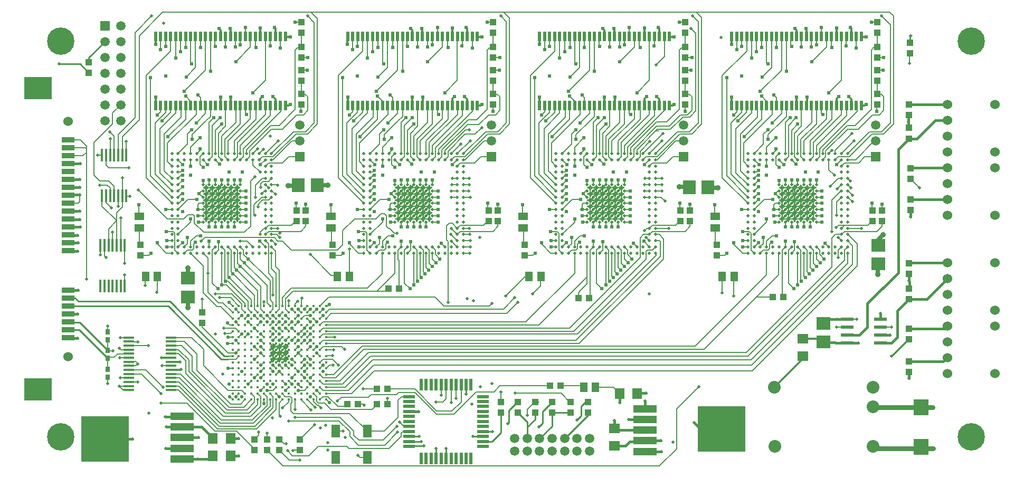
<source format=gtl>
%FSLAX24Y24*%
%MOIN*%
G70*
G01*
G75*
G04 Layer_Physical_Order=1*
G04 Layer_Color=255*
%ADD10R,0.0394X0.0433*%
%ADD11C,0.0197*%
%ADD12C,0.0177*%
%ADD13R,0.0433X0.0394*%
%ADD14R,0.0669X0.0177*%
%ADD15R,0.0669X0.0177*%
%ADD16R,0.0197X0.0591*%
%ADD17R,0.0630X0.0512*%
%ADD18R,0.3000X0.2900*%
%ADD19R,0.1500X0.0500*%
%ADD20R,0.0630X0.0709*%
%ADD21R,0.0866X0.0787*%
%ADD22R,0.0787X0.0866*%
%ADD23R,0.0945X0.1024*%
%ADD24R,0.0709X0.0630*%
%ADD25R,0.0748X0.0197*%
%ADD26R,0.0197X0.0748*%
%ADD27R,0.0551X0.0787*%
%ADD28R,0.1732X0.1441*%
%ADD29R,0.0827X0.0354*%
%ADD30R,0.0827X0.0354*%
%ADD31R,0.0276X0.0354*%
%ADD32R,0.0512X0.0630*%
%ADD33R,0.0807X0.0236*%
%ADD34R,0.0157X0.0846*%
%ADD35C,0.0090*%
%ADD36C,0.0070*%
%ADD37C,0.0060*%
%ADD38C,0.0160*%
%ADD39C,0.0120*%
%ADD40C,0.0100*%
%ADD41C,0.0080*%
%ADD42C,0.0300*%
%ADD43C,0.0250*%
%ADD44R,0.0591X0.0591*%
%ADD45C,0.0591*%
%ADD46C,0.0800*%
%ADD47C,0.0600*%
%ADD48C,0.1732*%
%ADD49C,0.1732*%
%ADD50C,0.0200*%
%ADD51C,0.0400*%
%ADD52C,0.0212*%
%ADD53C,0.0240*%
%ADD54C,0.0350*%
G36*
X69091Y48390D02*
X68983Y48283D01*
X68993Y48276D01*
X69055Y48264D01*
X69117Y48276D01*
X69169Y48311D01*
X69204Y48363D01*
X69217Y48425D01*
X69287D01*
X69300Y48363D01*
X69335Y48311D01*
X69387Y48276D01*
X69449Y48264D01*
X69511Y48276D01*
X69563Y48311D01*
X69598Y48363D01*
X69610Y48425D01*
X69681D01*
X69693Y48363D01*
X69728Y48311D01*
X69781Y48276D01*
X69843Y48264D01*
X69904Y48276D01*
X69957Y48311D01*
X69992Y48363D01*
X70004Y48425D01*
X70075D01*
X70087Y48363D01*
X70122Y48311D01*
X70174Y48276D01*
X70236Y48264D01*
X70236Y48264D01*
Y48264D01*
X70236Y48264D01*
Y48193D01*
X70236Y48193D01*
X70174Y48181D01*
X70122Y48146D01*
X70087Y48093D01*
X70075Y48031D01*
X70087Y47970D01*
X70122Y47917D01*
X70174Y47882D01*
X70236Y47870D01*
X70236Y47870D01*
Y47870D01*
X70236Y47870D01*
Y47799D01*
X70236Y47799D01*
X70174Y47787D01*
X70122Y47752D01*
X70087Y47700D01*
X70075Y47638D01*
X70087Y47576D01*
X70122Y47524D01*
X70174Y47489D01*
X70236Y47476D01*
X70236Y47476D01*
Y47476D01*
X70236Y47476D01*
Y47406D01*
X70236Y47406D01*
X70174Y47393D01*
X70122Y47358D01*
X70087Y47306D01*
X70075Y47244D01*
X70087Y47182D01*
X70122Y47130D01*
X70174Y47095D01*
X70236Y47083D01*
X70236Y47083D01*
Y47083D01*
X70236Y47083D01*
Y47012D01*
X70236Y47012D01*
X70174Y47000D01*
X70122Y46965D01*
X70087Y46912D01*
X70075Y46850D01*
X70087Y46789D01*
X70122Y46736D01*
X70174Y46701D01*
X70236Y46689D01*
X70236Y46689D01*
Y46689D01*
X70236Y46689D01*
Y46618D01*
X70236Y46618D01*
X70174Y46606D01*
X70122Y46571D01*
X70087Y46519D01*
X70075Y46457D01*
X70087Y46395D01*
X70122Y46342D01*
X70174Y46307D01*
X70236Y46295D01*
X70236Y46295D01*
Y46295D01*
X70236Y46295D01*
Y46225D01*
X70236Y46225D01*
X70174Y46212D01*
X70122Y46177D01*
X70087Y46125D01*
X70075Y46063D01*
X70004D01*
X69992Y46125D01*
X69957Y46177D01*
X69904Y46212D01*
X69843Y46225D01*
X69781Y46212D01*
X69728Y46177D01*
X69693Y46125D01*
X69681Y46063D01*
X69610D01*
X69598Y46125D01*
X69563Y46177D01*
X69511Y46212D01*
X69449Y46225D01*
X69387Y46212D01*
X69335Y46177D01*
X69300Y46125D01*
X69287Y46063D01*
X69217D01*
X69204Y46125D01*
X69169Y46177D01*
X69117Y46212D01*
X69055Y46225D01*
X68993Y46212D01*
X68941Y46177D01*
X68906Y46125D01*
X68894Y46063D01*
X68823D01*
X68811Y46125D01*
X68776Y46177D01*
X68723Y46212D01*
X68661Y46225D01*
X68600Y46212D01*
X68547Y46177D01*
X68512Y46125D01*
X68500Y46063D01*
X68429D01*
X68417Y46125D01*
X68410Y46135D01*
X68303Y46028D01*
X68232Y46098D01*
X68340Y46206D01*
X68330Y46212D01*
X68268Y46225D01*
X68206Y46212D01*
X68153Y46177D01*
X68118Y46125D01*
X68106Y46063D01*
X68036D01*
X68023Y46125D01*
X67988Y46177D01*
X67936Y46212D01*
X67874Y46225D01*
Y46295D01*
X67936Y46307D01*
X67988Y46342D01*
X68023Y46395D01*
X68036Y46457D01*
X68023Y46519D01*
X67988Y46571D01*
X67936Y46606D01*
X67874Y46618D01*
Y46689D01*
X67936Y46701D01*
X67988Y46736D01*
X68023Y46789D01*
X68036Y46850D01*
X68023Y46912D01*
X67988Y46965D01*
X67936Y47000D01*
X67874Y47012D01*
Y47083D01*
X67936Y47095D01*
X67988Y47130D01*
X68023Y47182D01*
X68036Y47244D01*
X68023Y47306D01*
X67988Y47358D01*
X67936Y47393D01*
X67874Y47406D01*
Y47476D01*
X67936Y47489D01*
X67988Y47524D01*
X68023Y47576D01*
X68036Y47638D01*
X68023Y47700D01*
X67988Y47752D01*
X67936Y47787D01*
X67874Y47799D01*
Y47870D01*
X67936Y47882D01*
X67988Y47917D01*
X68023Y47970D01*
X68036Y48031D01*
X68023Y48093D01*
X67988Y48146D01*
X67936Y48181D01*
X67874Y48193D01*
Y48264D01*
X67936Y48276D01*
X67988Y48311D01*
X68023Y48363D01*
X68036Y48425D01*
X68106D01*
X68118Y48363D01*
X68153Y48311D01*
X68206Y48276D01*
X68268Y48264D01*
X68330Y48276D01*
X68382Y48311D01*
X68417Y48363D01*
X68429Y48425D01*
X68500D01*
X68512Y48363D01*
X68547Y48311D01*
X68600Y48276D01*
X68661Y48264D01*
X68723Y48276D01*
X68776Y48311D01*
X68811Y48363D01*
X68823Y48425D01*
X68894D01*
X68906Y48363D01*
X68913Y48353D01*
X69020Y48461D01*
X69091Y48390D01*
D02*
G37*
G36*
X36945Y38351D02*
X36845Y38250D01*
X36851Y38246D01*
X36909Y38234D01*
Y38144D01*
X36851Y38132D01*
X36802Y38099D01*
X36769Y38050D01*
X36758Y37992D01*
X36769Y37934D01*
X36774Y37927D01*
X36874Y38028D01*
X36945Y37957D01*
X36845Y37857D01*
X36851Y37852D01*
X36909Y37841D01*
Y37750D01*
X36851Y37738D01*
X36802Y37706D01*
X36769Y37656D01*
X36758Y37598D01*
X36769Y37540D01*
X36774Y37534D01*
X36874Y37634D01*
X36945Y37563D01*
X36845Y37463D01*
X36851Y37458D01*
X36909Y37447D01*
Y37356D01*
X36851Y37345D01*
X36802Y37312D01*
X36769Y37263D01*
X36758Y37205D01*
X36758Y37205D01*
X36758D01*
X36758Y37205D01*
X36667D01*
X36667Y37205D01*
X36656Y37263D01*
X36651Y37269D01*
X36551Y37169D01*
X36480Y37240D01*
X36580Y37340D01*
X36574Y37345D01*
X36516Y37356D01*
X36458Y37345D01*
X36409Y37312D01*
X36376Y37263D01*
X36364Y37205D01*
X36364Y37205D01*
X36364D01*
X36364Y37205D01*
X36274D01*
X36274Y37205D01*
X36262Y37263D01*
X36257Y37269D01*
X36157Y37169D01*
X36087Y37240D01*
X36187Y37340D01*
X36180Y37345D01*
X36122Y37356D01*
X36064Y37345D01*
X36015Y37312D01*
X35982Y37263D01*
X35971Y37205D01*
X35971Y37205D01*
X35971D01*
X35971Y37205D01*
X35880D01*
X35880Y37205D01*
X35868Y37263D01*
X35864Y37269D01*
X35764Y37169D01*
X35693Y37240D01*
X35793Y37340D01*
X35786Y37345D01*
X35728Y37356D01*
D01*
D01*
D01*
D01*
D01*
X35728Y37356D01*
D01*
D01*
D01*
D01*
X35728Y37356D01*
X35728Y37356D01*
Y37447D01*
X35728Y37447D01*
X35786Y37458D01*
X35835Y37491D01*
X35868Y37540D01*
X35880Y37598D01*
X35868Y37656D01*
X35864Y37663D01*
X35764Y37563D01*
X35693Y37634D01*
X35793Y37734D01*
X35786Y37738D01*
X35728Y37750D01*
D01*
D01*
D01*
D01*
D01*
X35728Y37750D01*
D01*
D01*
D01*
D01*
X35728Y37750D01*
X35728Y37750D01*
Y37841D01*
X35728Y37841D01*
X35786Y37852D01*
X35835Y37885D01*
X35868Y37934D01*
X35880Y37992D01*
X35868Y38050D01*
X35864Y38057D01*
X35764Y37957D01*
X35693Y38027D01*
X35793Y38128D01*
X35786Y38132D01*
X35728Y38144D01*
D01*
D01*
D01*
D01*
D01*
X35728Y38144D01*
D01*
D01*
D01*
D01*
X35728Y38144D01*
X35728Y38144D01*
Y38234D01*
X35728Y38234D01*
X35786Y38246D01*
X35835Y38279D01*
X35868Y38328D01*
X35880Y38386D01*
X35971D01*
X35982Y38328D01*
X35987Y38321D01*
X36087Y38421D01*
X36157Y38351D01*
X36057Y38250D01*
X36064Y38246D01*
X36122Y38234D01*
X36180Y38246D01*
X36229Y38279D01*
X36262Y38328D01*
X36274Y38386D01*
X36364D01*
X36376Y38328D01*
X36380Y38321D01*
X36480Y38421D01*
X36551Y38351D01*
X36451Y38250D01*
X36458Y38246D01*
X36516Y38234D01*
X36574Y38246D01*
X36623Y38279D01*
X36656Y38328D01*
X36667Y38386D01*
X36758D01*
X36769Y38328D01*
X36774Y38321D01*
X36874Y38421D01*
X36945Y38351D01*
D02*
G37*
G36*
X32713Y48390D02*
X32605Y48283D01*
X32615Y48276D01*
X32677Y48264D01*
X32739Y48276D01*
X32791Y48311D01*
X32826Y48363D01*
X32839Y48425D01*
X32909D01*
X32922Y48363D01*
X32957Y48311D01*
X33009Y48276D01*
X33071Y48264D01*
X33133Y48276D01*
X33185Y48311D01*
X33220Y48363D01*
X33232Y48425D01*
X33303D01*
X33315Y48363D01*
X33350Y48311D01*
X33403Y48276D01*
X33465Y48264D01*
X33526Y48276D01*
X33579Y48311D01*
X33614Y48363D01*
X33626Y48425D01*
X33697D01*
X33709Y48363D01*
X33744Y48311D01*
X33796Y48276D01*
X33858Y48264D01*
Y48193D01*
X33796Y48181D01*
X33744Y48146D01*
X33709Y48093D01*
X33697Y48031D01*
X33709Y47970D01*
X33744Y47917D01*
X33796Y47882D01*
X33858Y47870D01*
Y47799D01*
X33796Y47787D01*
X33744Y47752D01*
X33709Y47700D01*
X33697Y47638D01*
X33709Y47576D01*
X33744Y47524D01*
X33796Y47489D01*
X33858Y47476D01*
Y47406D01*
X33796Y47393D01*
X33744Y47358D01*
X33709Y47306D01*
X33697Y47244D01*
X33709Y47182D01*
X33744Y47130D01*
X33796Y47095D01*
X33858Y47083D01*
Y47012D01*
X33796Y47000D01*
X33744Y46965D01*
X33709Y46912D01*
X33697Y46850D01*
X33709Y46789D01*
X33744Y46736D01*
X33796Y46701D01*
X33858Y46689D01*
Y46618D01*
X33796Y46606D01*
X33744Y46571D01*
X33709Y46519D01*
X33697Y46457D01*
X33709Y46395D01*
X33744Y46342D01*
X33796Y46307D01*
X33858Y46295D01*
Y46225D01*
X33796Y46212D01*
X33744Y46177D01*
X33709Y46125D01*
X33697Y46063D01*
X33626D01*
X33614Y46125D01*
X33579Y46177D01*
X33526Y46212D01*
X33465Y46225D01*
X33403Y46212D01*
X33350Y46177D01*
X33315Y46125D01*
X33303Y46063D01*
X33232D01*
X33220Y46125D01*
X33185Y46177D01*
X33133Y46212D01*
X33071Y46225D01*
X33009Y46212D01*
X32957Y46177D01*
X32922Y46125D01*
X32909Y46063D01*
X32839D01*
X32826Y46125D01*
X32791Y46177D01*
X32739Y46212D01*
X32677Y46225D01*
X32615Y46212D01*
X32563Y46177D01*
X32528Y46125D01*
X32516Y46063D01*
X32445D01*
X32433Y46125D01*
X32398Y46177D01*
X32345Y46212D01*
X32283Y46225D01*
X32222Y46212D01*
X32169Y46177D01*
X32134Y46125D01*
X32122Y46063D01*
X32051D01*
X32039Y46125D01*
X32032Y46135D01*
X31925Y46028D01*
X31854Y46098D01*
X31962Y46206D01*
X31952Y46212D01*
X31890Y46225D01*
X31828Y46212D01*
X31776Y46177D01*
X31741Y46125D01*
X31728Y46063D01*
X31658D01*
X31645Y46125D01*
X31610Y46177D01*
X31558Y46212D01*
X31496Y46225D01*
Y46295D01*
X31558Y46307D01*
X31610Y46342D01*
X31645Y46395D01*
X31658Y46457D01*
X31645Y46519D01*
X31610Y46571D01*
X31558Y46606D01*
X31496Y46618D01*
Y46689D01*
X31558Y46701D01*
X31610Y46736D01*
X31645Y46789D01*
X31658Y46850D01*
X31645Y46912D01*
X31610Y46965D01*
X31558Y47000D01*
X31496Y47012D01*
Y47083D01*
X31558Y47095D01*
X31610Y47130D01*
X31645Y47182D01*
X31658Y47244D01*
X31645Y47306D01*
X31610Y47358D01*
X31558Y47393D01*
X31496Y47406D01*
Y47476D01*
X31558Y47489D01*
X31610Y47524D01*
X31645Y47576D01*
X31658Y47638D01*
X31645Y47700D01*
X31610Y47752D01*
X31558Y47787D01*
X31496Y47799D01*
Y47870D01*
X31558Y47882D01*
X31610Y47917D01*
X31645Y47970D01*
X31658Y48031D01*
X31645Y48093D01*
X31610Y48146D01*
X31558Y48181D01*
X31496Y48193D01*
Y48264D01*
X31558Y48276D01*
X31610Y48311D01*
X31645Y48363D01*
X31658Y48425D01*
X31728D01*
X31741Y48363D01*
X31776Y48311D01*
X31828Y48276D01*
X31890Y48264D01*
X31952Y48276D01*
X32004Y48311D01*
X32039Y48363D01*
X32051Y48425D01*
X32122D01*
X32134Y48363D01*
X32169Y48311D01*
X32222Y48276D01*
X32283Y48264D01*
X32345Y48276D01*
X32398Y48311D01*
X32433Y48363D01*
X32445Y48425D01*
X32516D01*
X32528Y48363D01*
X32535Y48353D01*
X32642Y48461D01*
X32713Y48390D01*
D02*
G37*
G36*
X56965D02*
X56857Y48283D01*
X56867Y48276D01*
X56929Y48264D01*
X56991Y48276D01*
X57043Y48311D01*
X57078Y48363D01*
X57091Y48425D01*
X57161D01*
X57174Y48363D01*
X57209Y48311D01*
X57261Y48276D01*
X57323Y48264D01*
X57385Y48276D01*
X57437Y48311D01*
X57472Y48363D01*
X57484Y48425D01*
X57555D01*
X57567Y48363D01*
X57602Y48311D01*
X57655Y48276D01*
X57717Y48264D01*
X57778Y48276D01*
X57831Y48311D01*
X57866Y48363D01*
X57878Y48425D01*
X57949D01*
X57961Y48363D01*
X57996Y48311D01*
X58048Y48276D01*
X58110Y48264D01*
Y48193D01*
X58048Y48181D01*
X57996Y48146D01*
X57961Y48093D01*
X57949Y48031D01*
X57961Y47970D01*
X57996Y47917D01*
X58048Y47882D01*
X58110Y47870D01*
Y47799D01*
X58048Y47787D01*
X57996Y47752D01*
X57961Y47700D01*
X57949Y47638D01*
X57961Y47576D01*
X57996Y47524D01*
X58048Y47489D01*
X58110Y47476D01*
Y47406D01*
X58048Y47393D01*
X57996Y47358D01*
X57961Y47306D01*
X57949Y47244D01*
X57961Y47182D01*
X57996Y47130D01*
X58048Y47095D01*
X58110Y47083D01*
Y47012D01*
X58048Y47000D01*
X57996Y46965D01*
X57961Y46912D01*
X57949Y46850D01*
X57961Y46789D01*
X57996Y46736D01*
X58048Y46701D01*
X58110Y46689D01*
Y46618D01*
X58048Y46606D01*
X57996Y46571D01*
X57961Y46519D01*
X57949Y46457D01*
X57961Y46395D01*
X57996Y46342D01*
X58048Y46307D01*
X58110Y46295D01*
Y46225D01*
X58048Y46212D01*
X57996Y46177D01*
X57961Y46125D01*
X57949Y46063D01*
X57878D01*
X57866Y46125D01*
X57831Y46177D01*
X57778Y46212D01*
X57717Y46225D01*
X57655Y46212D01*
X57602Y46177D01*
X57567Y46125D01*
X57555Y46063D01*
X57484D01*
X57472Y46125D01*
X57437Y46177D01*
X57385Y46212D01*
X57323Y46225D01*
X57261Y46212D01*
X57209Y46177D01*
X57174Y46125D01*
X57161Y46063D01*
X57091D01*
X57078Y46125D01*
X57043Y46177D01*
X56991Y46212D01*
X56929Y46225D01*
X56867Y46212D01*
X56815Y46177D01*
X56780Y46125D01*
X56768Y46063D01*
X56697D01*
X56685Y46125D01*
X56650Y46177D01*
X56597Y46212D01*
X56535Y46225D01*
X56474Y46212D01*
X56421Y46177D01*
X56386Y46125D01*
X56374Y46063D01*
X56303D01*
X56291Y46125D01*
X56284Y46135D01*
X56177Y46028D01*
X56106Y46098D01*
X56214Y46206D01*
X56204Y46212D01*
X56142Y46225D01*
X56080Y46212D01*
X56028Y46177D01*
X55992Y46125D01*
X55980Y46063D01*
X55910D01*
X55897Y46125D01*
X55862Y46177D01*
X55810Y46212D01*
X55748Y46225D01*
Y46295D01*
X55810Y46307D01*
X55862Y46342D01*
X55897Y46395D01*
X55910Y46457D01*
X55897Y46519D01*
X55862Y46571D01*
X55810Y46606D01*
X55748Y46618D01*
Y46689D01*
X55810Y46701D01*
X55862Y46736D01*
X55897Y46789D01*
X55910Y46850D01*
X55897Y46912D01*
X55862Y46965D01*
X55810Y47000D01*
X55748Y47012D01*
Y47083D01*
X55810Y47095D01*
X55862Y47130D01*
X55897Y47182D01*
X55910Y47244D01*
X55897Y47306D01*
X55862Y47358D01*
X55810Y47393D01*
X55748Y47406D01*
Y47476D01*
X55810Y47489D01*
X55862Y47524D01*
X55897Y47576D01*
X55910Y47638D01*
X55897Y47700D01*
X55862Y47752D01*
X55810Y47787D01*
X55748Y47799D01*
Y47870D01*
X55810Y47882D01*
X55862Y47917D01*
X55897Y47970D01*
X55910Y48031D01*
X55897Y48093D01*
X55862Y48146D01*
X55810Y48181D01*
X55748Y48193D01*
Y48264D01*
X55810Y48276D01*
X55862Y48311D01*
X55897Y48363D01*
X55910Y48425D01*
X55980D01*
X55992Y48363D01*
X56028Y48311D01*
X56080Y48276D01*
X56142Y48264D01*
X56204Y48276D01*
X56256Y48311D01*
X56291Y48363D01*
X56303Y48425D01*
X56374D01*
X56386Y48363D01*
X56421Y48311D01*
X56474Y48276D01*
X56535Y48264D01*
X56597Y48276D01*
X56650Y48311D01*
X56685Y48363D01*
X56697Y48425D01*
X56768D01*
X56780Y48363D01*
X56787Y48353D01*
X56894Y48461D01*
X56965Y48390D01*
D02*
G37*
G36*
X44839D02*
X44731Y48283D01*
X44741Y48276D01*
X44803Y48264D01*
X44865Y48276D01*
X44917Y48311D01*
X44952Y48363D01*
X44965Y48425D01*
X45035D01*
X45048Y48363D01*
X45083Y48311D01*
X45135Y48276D01*
X45197Y48264D01*
X45259Y48276D01*
X45311Y48311D01*
X45346Y48363D01*
X45358Y48425D01*
X45429D01*
X45441Y48363D01*
X45476Y48311D01*
X45529Y48276D01*
X45591Y48264D01*
X45652Y48276D01*
X45705Y48311D01*
X45740Y48363D01*
X45752Y48425D01*
X45823D01*
X45835Y48363D01*
X45870Y48311D01*
X45922Y48276D01*
X45984Y48264D01*
Y48193D01*
X45922Y48181D01*
X45870Y48146D01*
X45835Y48093D01*
X45823Y48031D01*
X45835Y47970D01*
X45870Y47917D01*
X45922Y47882D01*
X45984Y47870D01*
Y47799D01*
X45922Y47787D01*
X45870Y47752D01*
X45835Y47700D01*
X45823Y47638D01*
X45835Y47576D01*
X45870Y47524D01*
X45922Y47489D01*
X45984Y47476D01*
Y47406D01*
X45922Y47393D01*
X45870Y47358D01*
X45835Y47306D01*
X45823Y47244D01*
X45835Y47182D01*
X45870Y47130D01*
X45922Y47095D01*
X45984Y47083D01*
Y47012D01*
X45922Y47000D01*
X45870Y46965D01*
X45835Y46912D01*
X45823Y46850D01*
X45835Y46789D01*
X45870Y46736D01*
X45922Y46701D01*
X45984Y46689D01*
Y46618D01*
X45922Y46606D01*
X45870Y46571D01*
X45835Y46519D01*
X45823Y46457D01*
X45835Y46395D01*
X45870Y46342D01*
X45922Y46307D01*
X45984Y46295D01*
Y46225D01*
X45922Y46212D01*
X45870Y46177D01*
X45835Y46125D01*
X45823Y46063D01*
X45752D01*
X45740Y46125D01*
X45705Y46177D01*
X45652Y46212D01*
X45591Y46225D01*
X45529Y46212D01*
X45476Y46177D01*
X45441Y46125D01*
X45429Y46063D01*
X45358D01*
X45346Y46125D01*
X45311Y46177D01*
X45259Y46212D01*
X45197Y46225D01*
X45135Y46212D01*
X45083Y46177D01*
X45048Y46125D01*
X45035Y46063D01*
X44965D01*
X44952Y46125D01*
X44917Y46177D01*
X44865Y46212D01*
X44803Y46225D01*
X44741Y46212D01*
X44689Y46177D01*
X44654Y46125D01*
X44642Y46063D01*
X44571D01*
X44559Y46125D01*
X44524Y46177D01*
X44471Y46212D01*
X44409Y46225D01*
X44348Y46212D01*
X44295Y46177D01*
X44260Y46125D01*
X44248Y46063D01*
X44177D01*
X44165Y46125D01*
X44158Y46135D01*
X44051Y46028D01*
X43980Y46098D01*
X44088Y46206D01*
X44078Y46212D01*
X44016Y46225D01*
X43954Y46212D01*
X43902Y46177D01*
X43867Y46125D01*
X43854Y46063D01*
X43784D01*
X43771Y46125D01*
X43736Y46177D01*
X43684Y46212D01*
X43622Y46225D01*
Y46295D01*
X43684Y46307D01*
X43736Y46342D01*
X43771Y46395D01*
X43784Y46457D01*
X43771Y46519D01*
X43736Y46571D01*
X43684Y46606D01*
X43622Y46618D01*
Y46689D01*
X43684Y46701D01*
X43736Y46736D01*
X43771Y46789D01*
X43784Y46850D01*
X43771Y46912D01*
X43736Y46965D01*
X43684Y47000D01*
X43622Y47012D01*
Y47083D01*
X43684Y47095D01*
X43736Y47130D01*
X43771Y47182D01*
X43784Y47244D01*
X43771Y47306D01*
X43736Y47358D01*
X43684Y47393D01*
X43622Y47406D01*
Y47476D01*
X43684Y47489D01*
X43736Y47524D01*
X43771Y47576D01*
X43784Y47638D01*
X43771Y47700D01*
X43736Y47752D01*
X43684Y47787D01*
X43622Y47799D01*
Y47870D01*
X43684Y47882D01*
X43736Y47917D01*
X43771Y47970D01*
X43784Y48031D01*
X43771Y48093D01*
X43736Y48146D01*
X43684Y48181D01*
X43622Y48193D01*
Y48264D01*
X43684Y48276D01*
X43736Y48311D01*
X43771Y48363D01*
X43784Y48425D01*
X43854D01*
X43867Y48363D01*
X43902Y48311D01*
X43954Y48276D01*
X44016Y48264D01*
X44078Y48276D01*
X44130Y48311D01*
X44165Y48363D01*
X44177Y48425D01*
X44248D01*
X44260Y48363D01*
X44295Y48311D01*
X44348Y48276D01*
X44409Y48264D01*
X44471Y48276D01*
X44524Y48311D01*
X44559Y48363D01*
X44571Y48425D01*
X44642D01*
X44654Y48363D01*
X44661Y48353D01*
X44768Y48461D01*
X44839Y48390D01*
D02*
G37*
%LPC*%
G36*
X31890Y47012D02*
X31828Y47000D01*
X31776Y46965D01*
X31741Y46912D01*
X31728Y46850D01*
X31741Y46789D01*
X31747Y46779D01*
X31854Y46886D01*
D01*
X31854Y46886D01*
X31854Y46886D01*
D01*
X31962Y46993D01*
X31952Y47000D01*
X31890Y47012D01*
D02*
G37*
G36*
X32283D02*
X32222Y47000D01*
X32169Y46965D01*
X32134Y46912D01*
X32122Y46850D01*
X32134Y46789D01*
X32141Y46779D01*
X32248Y46886D01*
D01*
X32248Y46886D01*
X32248Y46886D01*
D01*
X32355Y46993D01*
X32345Y47000D01*
X32283Y47012D01*
D02*
G37*
G36*
X69198Y46922D02*
X69091Y46815D01*
D01*
X69090Y46815D01*
X69090Y46815D01*
D01*
X68983Y46708D01*
X68993Y46701D01*
X69055Y46689D01*
X69117Y46701D01*
X69169Y46736D01*
X69204Y46789D01*
X69217Y46850D01*
X69204Y46912D01*
X69198Y46922D01*
D02*
G37*
G36*
X69591D02*
X69484Y46815D01*
D01*
X69484Y46815D01*
X69484Y46815D01*
D01*
X69377Y46708D01*
X69387Y46701D01*
X69449Y46689D01*
X69511Y46701D01*
X69563Y46736D01*
X69598Y46789D01*
X69610Y46850D01*
X69598Y46912D01*
X69591Y46922D01*
D02*
G37*
G36*
X69985D02*
X69878Y46815D01*
D01*
X69878Y46815D01*
X69878Y46815D01*
D01*
X69771Y46708D01*
X69781Y46701D01*
X69843Y46689D01*
X69904Y46701D01*
X69957Y46736D01*
X69992Y46789D01*
X70004Y46850D01*
X69992Y46912D01*
X69985Y46922D01*
D02*
G37*
G36*
X32677Y47012D02*
X32615Y47000D01*
X32563Y46965D01*
X32528Y46912D01*
X32516Y46850D01*
X32528Y46789D01*
X32535Y46779D01*
X32642Y46886D01*
D01*
X32642Y46886D01*
X32642Y46886D01*
D01*
X32749Y46993D01*
X32739Y47000D01*
X32677Y47012D01*
D02*
G37*
G36*
X44409D02*
X44348Y47000D01*
X44295Y46965D01*
X44260Y46912D01*
X44248Y46850D01*
X44260Y46789D01*
X44267Y46779D01*
X44374Y46886D01*
D01*
X44374Y46886D01*
X44374Y46886D01*
D01*
X44481Y46993D01*
X44471Y47000D01*
X44409Y47012D01*
D02*
G37*
G36*
X44803D02*
X44741Y47000D01*
X44689Y46965D01*
X44654Y46912D01*
X44642Y46850D01*
X44654Y46789D01*
X44661Y46779D01*
X44768Y46886D01*
D01*
X44768Y46886D01*
X44768Y46886D01*
D01*
X44875Y46993D01*
X44865Y47000D01*
X44803Y47012D01*
D02*
G37*
G36*
X45197D02*
X45135Y47000D01*
X45083Y46965D01*
X45048Y46912D01*
X45035Y46850D01*
X45048Y46789D01*
X45054Y46779D01*
X45161Y46886D01*
D01*
X45161Y46886D01*
X45162Y46886D01*
D01*
X45269Y46993D01*
X45259Y47000D01*
X45197Y47012D01*
D02*
G37*
G36*
X33071D02*
X33009Y47000D01*
X32957Y46965D01*
X32922Y46912D01*
X32909Y46850D01*
X32922Y46789D01*
X32928Y46779D01*
X33035Y46886D01*
D01*
X33036Y46886D01*
X33036Y46886D01*
D01*
X33143Y46993D01*
X33133Y47000D01*
X33071Y47012D01*
D02*
G37*
G36*
X33465D02*
X33403Y47000D01*
X33350Y46965D01*
X33315Y46912D01*
X33303Y46850D01*
X33315Y46789D01*
X33322Y46779D01*
X33429Y46886D01*
D01*
X33429Y46886D01*
X33429Y46886D01*
D01*
X33536Y46993D01*
X33526Y47000D01*
X33465Y47012D01*
D02*
G37*
G36*
X44016D02*
X43954Y47000D01*
X43902Y46965D01*
X43867Y46912D01*
X43854Y46850D01*
X43867Y46789D01*
X43873Y46779D01*
X43980Y46886D01*
D01*
X43980Y46886D01*
X43980Y46886D01*
D01*
X44088Y46993D01*
X44078Y47000D01*
X44016Y47012D01*
D02*
G37*
G36*
X68804Y46922D02*
X68697Y46815D01*
D01*
X68697Y46815D01*
X68697Y46815D01*
D01*
X68590Y46708D01*
X68600Y46701D01*
X68661Y46689D01*
X68723Y46701D01*
X68776Y46736D01*
X68811Y46789D01*
X68823Y46850D01*
X68811Y46912D01*
X68804Y46922D01*
D02*
G37*
G36*
X44946D02*
X44839Y46815D01*
D01*
X44839Y46815D01*
X44838Y46815D01*
D01*
X44731Y46708D01*
X44741Y46701D01*
X44803Y46689D01*
X44865Y46701D01*
X44917Y46736D01*
X44952Y46789D01*
X44965Y46850D01*
X44952Y46912D01*
X44946Y46922D01*
D02*
G37*
G36*
X45339D02*
X45232Y46815D01*
D01*
X45232Y46815D01*
X45232Y46815D01*
D01*
X45125Y46708D01*
X45135Y46701D01*
X45197Y46689D01*
X45259Y46701D01*
X45311Y46736D01*
X45346Y46789D01*
X45358Y46850D01*
X45346Y46912D01*
X45339Y46922D01*
D02*
G37*
G36*
X45733D02*
X45626Y46815D01*
D01*
X45626Y46815D01*
X45626Y46815D01*
D01*
X45519Y46708D01*
X45529Y46701D01*
X45591Y46689D01*
X45652Y46701D01*
X45705Y46736D01*
X45740Y46789D01*
X45752Y46850D01*
X45740Y46912D01*
X45733Y46922D01*
D02*
G37*
G36*
X33607D02*
X33500Y46815D01*
D01*
X33500Y46815D01*
X33500Y46815D01*
D01*
X33393Y46708D01*
X33403Y46701D01*
X33465Y46689D01*
X33526Y46701D01*
X33579Y46736D01*
X33614Y46789D01*
X33626Y46850D01*
X33614Y46912D01*
X33607Y46922D01*
D02*
G37*
G36*
X44158D02*
X44051Y46815D01*
D01*
X44051Y46815D01*
X44051Y46815D01*
D01*
X43944Y46708D01*
X43954Y46701D01*
X44016Y46689D01*
X44078Y46701D01*
X44130Y46736D01*
X44165Y46789D01*
X44177Y46850D01*
X44165Y46912D01*
X44158Y46922D01*
D02*
G37*
G36*
X44552D02*
X44445Y46815D01*
D01*
X44445Y46815D01*
X44445Y46815D01*
D01*
X44338Y46708D01*
X44348Y46701D01*
X44409Y46689D01*
X44471Y46701D01*
X44524Y46736D01*
X44559Y46789D01*
X44571Y46850D01*
X44559Y46912D01*
X44552Y46922D01*
D02*
G37*
G36*
X57465D02*
X57358Y46815D01*
D01*
X57358Y46815D01*
X57358Y46815D01*
D01*
X57251Y46708D01*
X57261Y46701D01*
X57323Y46689D01*
X57385Y46701D01*
X57437Y46736D01*
X57472Y46789D01*
X57484Y46850D01*
X57472Y46912D01*
X57465Y46922D01*
D02*
G37*
G36*
X57859D02*
X57752Y46815D01*
D01*
X57752Y46815D01*
X57752Y46815D01*
D01*
X57645Y46708D01*
X57655Y46701D01*
X57717Y46689D01*
X57778Y46701D01*
X57831Y46736D01*
X57866Y46789D01*
X57878Y46850D01*
X57866Y46912D01*
X57859Y46922D01*
D02*
G37*
G36*
X68410D02*
X68303Y46815D01*
D01*
X68303Y46815D01*
X68303Y46815D01*
D01*
X68196Y46708D01*
X68206Y46701D01*
X68268Y46689D01*
X68330Y46701D01*
X68382Y46736D01*
X68417Y46789D01*
X68429Y46850D01*
X68417Y46912D01*
X68410Y46922D01*
D02*
G37*
G36*
X56284D02*
X56177Y46815D01*
D01*
X56177Y46815D01*
X56177Y46815D01*
D01*
X56070Y46708D01*
X56080Y46701D01*
X56142Y46689D01*
X56204Y46701D01*
X56256Y46736D01*
X56291Y46789D01*
X56303Y46850D01*
X56291Y46912D01*
X56284Y46922D01*
D02*
G37*
G36*
X56678D02*
X56571Y46815D01*
D01*
X56571Y46815D01*
X56571Y46815D01*
D01*
X56464Y46708D01*
X56474Y46701D01*
X56535Y46689D01*
X56597Y46701D01*
X56650Y46736D01*
X56685Y46789D01*
X56697Y46850D01*
X56685Y46912D01*
X56678Y46922D01*
D02*
G37*
G36*
X57072D02*
X56965Y46815D01*
D01*
X56964Y46815D01*
X56964Y46815D01*
D01*
X56857Y46708D01*
X56867Y46701D01*
X56929Y46689D01*
X56991Y46701D01*
X57043Y46736D01*
X57078Y46789D01*
X57091Y46850D01*
X57078Y46912D01*
X57072Y46922D01*
D02*
G37*
G36*
X45591Y47012D02*
X45529Y47000D01*
X45476Y46965D01*
X45441Y46912D01*
X45429Y46850D01*
X45441Y46789D01*
X45448Y46779D01*
X45555Y46886D01*
D01*
X45555Y46886D01*
X45555Y46886D01*
D01*
X45662Y46993D01*
X45652Y47000D01*
X45591Y47012D01*
D02*
G37*
G36*
X44552Y47316D02*
X44445Y47209D01*
D01*
X44445Y47209D01*
X44445Y47209D01*
D01*
X44338Y47102D01*
X44348Y47095D01*
X44409Y47083D01*
X44471Y47095D01*
X44524Y47130D01*
X44559Y47182D01*
X44571Y47244D01*
X44559Y47306D01*
X44552Y47316D01*
D02*
G37*
G36*
X44946D02*
X44839Y47209D01*
D01*
X44839Y47209D01*
X44838Y47209D01*
D01*
X44731Y47102D01*
X44741Y47095D01*
X44803Y47083D01*
X44865Y47095D01*
X44917Y47130D01*
X44952Y47182D01*
X44965Y47244D01*
X44952Y47306D01*
X44946Y47316D01*
D02*
G37*
G36*
X45339D02*
X45232Y47209D01*
D01*
X45232Y47209D01*
X45232Y47209D01*
D01*
X45125Y47102D01*
X45135Y47095D01*
X45197Y47083D01*
X45259Y47095D01*
X45311Y47130D01*
X45346Y47182D01*
X45358Y47244D01*
X45346Y47306D01*
X45339Y47316D01*
D02*
G37*
G36*
X33213D02*
X33106Y47209D01*
D01*
X33106Y47209D01*
X33106Y47209D01*
D01*
X32999Y47102D01*
X33009Y47095D01*
X33071Y47083D01*
X33133Y47095D01*
X33185Y47130D01*
X33220Y47182D01*
X33232Y47244D01*
X33220Y47306D01*
X33213Y47316D01*
D02*
G37*
G36*
X33607D02*
X33500Y47209D01*
D01*
X33500Y47209D01*
X33500Y47209D01*
D01*
X33393Y47102D01*
X33403Y47095D01*
X33465Y47083D01*
X33526Y47095D01*
X33579Y47130D01*
X33614Y47182D01*
X33626Y47244D01*
X33614Y47306D01*
X33607Y47316D01*
D02*
G37*
G36*
X44158D02*
X44051Y47209D01*
D01*
X44051Y47209D01*
X44051Y47209D01*
D01*
X43944Y47102D01*
X43954Y47095D01*
X44016Y47083D01*
X44078Y47095D01*
X44130Y47130D01*
X44165Y47182D01*
X44177Y47244D01*
X44165Y47306D01*
X44158Y47316D01*
D02*
G37*
G36*
X57072D02*
X56965Y47209D01*
D01*
X56964Y47209D01*
X56964Y47209D01*
D01*
X56857Y47102D01*
X56867Y47095D01*
X56929Y47083D01*
X56991Y47095D01*
X57043Y47130D01*
X57078Y47182D01*
X57091Y47244D01*
X57078Y47306D01*
X57072Y47316D01*
D02*
G37*
G36*
X57465D02*
X57358Y47209D01*
D01*
X57358Y47209D01*
X57358Y47209D01*
D01*
X57251Y47102D01*
X57261Y47095D01*
X57323Y47083D01*
X57385Y47095D01*
X57437Y47130D01*
X57472Y47182D01*
X57484Y47244D01*
X57472Y47306D01*
X57465Y47316D01*
D02*
G37*
G36*
X57859D02*
X57752Y47209D01*
D01*
X57752Y47209D01*
X57752Y47209D01*
D01*
X57645Y47102D01*
X57655Y47095D01*
X57717Y47083D01*
X57778Y47095D01*
X57831Y47130D01*
X57866Y47182D01*
X57878Y47244D01*
X57866Y47306D01*
X57859Y47316D01*
D02*
G37*
G36*
X45733D02*
X45626Y47209D01*
D01*
X45626Y47209D01*
X45626Y47209D01*
D01*
X45519Y47102D01*
X45529Y47095D01*
X45591Y47083D01*
X45652Y47095D01*
X45705Y47130D01*
X45740Y47182D01*
X45752Y47244D01*
X45740Y47306D01*
X45733Y47316D01*
D02*
G37*
G36*
X56284D02*
X56177Y47209D01*
D01*
X56177Y47209D01*
X56177Y47209D01*
D01*
X56070Y47102D01*
X56080Y47095D01*
X56142Y47083D01*
X56204Y47095D01*
X56256Y47130D01*
X56291Y47182D01*
X56303Y47244D01*
X56291Y47306D01*
X56284Y47316D01*
D02*
G37*
G36*
X56678D02*
X56571Y47209D01*
D01*
X56571Y47209D01*
X56571Y47209D01*
D01*
X56464Y47102D01*
X56474Y47095D01*
X56535Y47083D01*
X56597Y47095D01*
X56650Y47130D01*
X56685Y47182D01*
X56697Y47244D01*
X56685Y47306D01*
X56678Y47316D01*
D02*
G37*
G36*
X32820D02*
X32713Y47209D01*
D01*
X32713Y47209D01*
X32712Y47209D01*
D01*
X32605Y47102D01*
X32615Y47095D01*
X32677Y47083D01*
X32739Y47095D01*
X32791Y47130D01*
X32826Y47182D01*
X32839Y47244D01*
X32826Y47306D01*
X32820Y47316D01*
D02*
G37*
G36*
X57323Y47012D02*
X57261Y47000D01*
X57209Y46965D01*
X57174Y46912D01*
X57161Y46850D01*
X57174Y46789D01*
X57180Y46779D01*
X57287Y46886D01*
D01*
X57287Y46886D01*
X57288Y46886D01*
D01*
X57395Y46993D01*
X57385Y47000D01*
X57323Y47012D01*
D02*
G37*
G36*
X57717D02*
X57655Y47000D01*
X57602Y46965D01*
X57567Y46912D01*
X57555Y46850D01*
X57567Y46789D01*
X57574Y46779D01*
X57681Y46886D01*
D01*
X57681Y46886D01*
X57681Y46886D01*
D01*
X57788Y46993D01*
X57778Y47000D01*
X57717Y47012D01*
D02*
G37*
G36*
X68268D02*
X68206Y47000D01*
X68153Y46965D01*
X68118Y46912D01*
X68106Y46850D01*
X68118Y46789D01*
X68125Y46779D01*
X68232Y46886D01*
D01*
X68232Y46886D01*
X68232Y46886D01*
D01*
X68340Y46993D01*
X68330Y47000D01*
X68268Y47012D01*
D02*
G37*
G36*
X56142D02*
X56080Y47000D01*
X56028Y46965D01*
X55992Y46912D01*
X55980Y46850D01*
X55992Y46789D01*
X55999Y46779D01*
X56106Y46886D01*
D01*
X56106Y46886D01*
X56106Y46886D01*
D01*
X56214Y46993D01*
X56204Y47000D01*
X56142Y47012D01*
D02*
G37*
G36*
X56535D02*
X56474Y47000D01*
X56421Y46965D01*
X56386Y46912D01*
X56374Y46850D01*
X56386Y46789D01*
X56393Y46779D01*
X56500Y46886D01*
D01*
X56500Y46886D01*
X56500Y46886D01*
D01*
X56607Y46993D01*
X56597Y47000D01*
X56535Y47012D01*
D02*
G37*
G36*
X56929D02*
X56867Y47000D01*
X56815Y46965D01*
X56780Y46912D01*
X56768Y46850D01*
X56780Y46789D01*
X56787Y46779D01*
X56894Y46886D01*
D01*
X56894Y46886D01*
X56894Y46886D01*
D01*
X57001Y46993D01*
X56991Y47000D01*
X56929Y47012D01*
D02*
G37*
G36*
X69843D02*
X69781Y47000D01*
X69728Y46965D01*
X69693Y46912D01*
X69681Y46850D01*
X69693Y46789D01*
X69700Y46779D01*
X69807Y46886D01*
D01*
X69807Y46886D01*
X69807Y46886D01*
D01*
X69914Y46993D01*
X69904Y47000D01*
X69843Y47012D01*
D02*
G37*
G36*
X32032Y47316D02*
X31925Y47209D01*
D01*
X31925Y47209D01*
X31925Y47209D01*
D01*
X31818Y47102D01*
X31828Y47095D01*
X31890Y47083D01*
X31952Y47095D01*
X32004Y47130D01*
X32039Y47182D01*
X32051Y47244D01*
X32039Y47306D01*
X32032Y47316D01*
D02*
G37*
G36*
X32426D02*
X32319Y47209D01*
D01*
X32319Y47209D01*
X32319Y47209D01*
D01*
X32212Y47102D01*
X32222Y47095D01*
X32283Y47083D01*
X32345Y47095D01*
X32398Y47130D01*
X32433Y47182D01*
X32445Y47244D01*
X32433Y47306D01*
X32426Y47316D01*
D02*
G37*
G36*
X68661Y47012D02*
X68600Y47000D01*
X68547Y46965D01*
X68512Y46912D01*
X68500Y46850D01*
X68512Y46789D01*
X68519Y46779D01*
X68626Y46886D01*
D01*
X68626Y46886D01*
X68626Y46886D01*
D01*
X68733Y46993D01*
X68723Y47000D01*
X68661Y47012D01*
D02*
G37*
G36*
X69055D02*
X68993Y47000D01*
X68941Y46965D01*
X68906Y46912D01*
X68894Y46850D01*
X68906Y46789D01*
X68913Y46779D01*
X69020Y46886D01*
D01*
X69020Y46886D01*
X69020Y46886D01*
D01*
X69127Y46993D01*
X69117Y47000D01*
X69055Y47012D01*
D02*
G37*
G36*
X69449D02*
X69387Y47000D01*
X69335Y46965D01*
X69300Y46912D01*
X69287Y46850D01*
X69300Y46789D01*
X69306Y46779D01*
X69413Y46886D01*
D01*
X69413Y46886D01*
X69414Y46886D01*
D01*
X69521Y46993D01*
X69511Y47000D01*
X69449Y47012D01*
D02*
G37*
G36*
X33213Y46922D02*
X33106Y46815D01*
D01*
X33106Y46815D01*
X33106Y46815D01*
D01*
X32999Y46708D01*
X33009Y46701D01*
X33071Y46689D01*
X33133Y46701D01*
X33185Y46736D01*
X33220Y46789D01*
X33232Y46850D01*
X33220Y46912D01*
X33213Y46922D01*
D02*
G37*
G36*
X45339Y46529D02*
X45232Y46421D01*
D01*
X45232Y46421D01*
X45232Y46421D01*
D01*
X45125Y46314D01*
X45135Y46307D01*
X45197Y46295D01*
X45259Y46307D01*
X45311Y46342D01*
X45346Y46395D01*
X45358Y46457D01*
X45346Y46519D01*
X45339Y46529D01*
D02*
G37*
G36*
X45733D02*
X45626Y46421D01*
D01*
X45626Y46421D01*
X45626Y46421D01*
D01*
X45519Y46314D01*
X45529Y46307D01*
X45591Y46295D01*
X45652Y46307D01*
X45705Y46342D01*
X45740Y46395D01*
X45752Y46457D01*
X45740Y46519D01*
X45733Y46529D01*
D02*
G37*
G36*
X56284D02*
X56177Y46421D01*
D01*
X56177Y46421D01*
X56177Y46421D01*
D01*
X56070Y46314D01*
X56080Y46307D01*
X56142Y46295D01*
X56204Y46307D01*
X56256Y46342D01*
X56291Y46395D01*
X56303Y46457D01*
X56291Y46519D01*
X56284Y46529D01*
D02*
G37*
G36*
X44158D02*
X44051Y46421D01*
D01*
X44051Y46421D01*
X44051Y46421D01*
D01*
X43944Y46314D01*
X43954Y46307D01*
X44016Y46295D01*
X44078Y46307D01*
X44130Y46342D01*
X44165Y46395D01*
X44177Y46457D01*
X44165Y46519D01*
X44158Y46529D01*
D02*
G37*
G36*
X44552D02*
X44445Y46421D01*
D01*
X44445Y46421D01*
X44445Y46421D01*
D01*
X44338Y46314D01*
X44348Y46307D01*
X44409Y46295D01*
X44471Y46307D01*
X44524Y46342D01*
X44559Y46395D01*
X44571Y46457D01*
X44559Y46519D01*
X44552Y46529D01*
D02*
G37*
G36*
X44946D02*
X44839Y46421D01*
D01*
X44839Y46421D01*
X44838Y46421D01*
D01*
X44731Y46314D01*
X44741Y46307D01*
X44803Y46295D01*
X44865Y46307D01*
X44917Y46342D01*
X44952Y46395D01*
X44965Y46457D01*
X44952Y46519D01*
X44946Y46529D01*
D02*
G37*
G36*
X57859D02*
X57752Y46421D01*
D01*
X57752Y46421D01*
X57752Y46421D01*
D01*
X57645Y46314D01*
X57655Y46307D01*
X57717Y46295D01*
X57778Y46307D01*
X57831Y46342D01*
X57866Y46395D01*
X57878Y46457D01*
X57866Y46519D01*
X57859Y46529D01*
D02*
G37*
G36*
X68410D02*
X68303Y46421D01*
D01*
X68303Y46421D01*
X68303Y46421D01*
D01*
X68196Y46314D01*
X68206Y46307D01*
X68268Y46295D01*
X68330Y46307D01*
X68382Y46342D01*
X68417Y46395D01*
X68429Y46457D01*
X68417Y46519D01*
X68410Y46529D01*
D02*
G37*
G36*
X68804D02*
X68697Y46421D01*
D01*
X68697Y46421D01*
X68697Y46421D01*
D01*
X68590Y46314D01*
X68600Y46307D01*
X68661Y46295D01*
X68723Y46307D01*
X68776Y46342D01*
X68811Y46395D01*
X68823Y46457D01*
X68811Y46519D01*
X68804Y46529D01*
D02*
G37*
G36*
X56678D02*
X56571Y46421D01*
D01*
X56571Y46421D01*
X56571Y46421D01*
D01*
X56464Y46314D01*
X56474Y46307D01*
X56535Y46295D01*
X56597Y46307D01*
X56650Y46342D01*
X56685Y46395D01*
X56697Y46457D01*
X56685Y46519D01*
X56678Y46529D01*
D02*
G37*
G36*
X57072D02*
X56965Y46421D01*
D01*
X56964Y46421D01*
X56964Y46421D01*
D01*
X56857Y46314D01*
X56867Y46307D01*
X56929Y46295D01*
X56991Y46307D01*
X57043Y46342D01*
X57078Y46395D01*
X57091Y46457D01*
X57078Y46519D01*
X57072Y46529D01*
D02*
G37*
G36*
X57465D02*
X57358Y46421D01*
D01*
X57358Y46421D01*
X57358Y46421D01*
D01*
X57251Y46314D01*
X57261Y46307D01*
X57323Y46295D01*
X57385Y46307D01*
X57437Y46342D01*
X57472Y46395D01*
X57484Y46457D01*
X57472Y46519D01*
X57465Y46529D01*
D02*
G37*
G36*
X33607D02*
X33500Y46421D01*
D01*
X33500Y46421D01*
X33500Y46421D01*
D01*
X33393Y46314D01*
X33403Y46307D01*
X33465Y46295D01*
X33526Y46307D01*
X33579Y46342D01*
X33614Y46395D01*
X33626Y46457D01*
X33614Y46519D01*
X33607Y46529D01*
D02*
G37*
G36*
X36516Y37750D02*
X36458Y37738D01*
X36409Y37706D01*
X36376Y37656D01*
X36364Y37598D01*
X36376Y37540D01*
X36380Y37534D01*
X36480Y37634D01*
D01*
X36480Y37634D01*
X36480Y37634D01*
D01*
X36580Y37734D01*
X36574Y37738D01*
X36516Y37750D01*
D02*
G37*
G36*
X36257Y38057D02*
X36157Y37957D01*
D01*
X36157Y37957D01*
X36157Y37957D01*
D01*
X36057Y37857D01*
X36064Y37852D01*
X36122Y37841D01*
X36180Y37852D01*
X36229Y37885D01*
X36262Y37934D01*
X36274Y37992D01*
X36262Y38050D01*
X36257Y38057D01*
D02*
G37*
G36*
X36651D02*
X36551Y37957D01*
D01*
X36551Y37957D01*
X36551Y37957D01*
D01*
X36451Y37857D01*
X36458Y37852D01*
X36516Y37841D01*
X36574Y37852D01*
X36623Y37885D01*
X36656Y37934D01*
X36667Y37992D01*
X36656Y38050D01*
X36651Y38057D01*
D02*
G37*
G36*
X36257Y37663D02*
X36157Y37563D01*
D01*
X36157Y37563D01*
X36157Y37563D01*
D01*
X36057Y37463D01*
X36064Y37458D01*
X36122Y37447D01*
X36180Y37458D01*
X36229Y37491D01*
X36262Y37540D01*
X36274Y37598D01*
X36262Y37656D01*
X36257Y37663D01*
D02*
G37*
G36*
X36651D02*
X36551Y37563D01*
D01*
X36551Y37563D01*
X36551Y37563D01*
D01*
X36451Y37463D01*
X36458Y37458D01*
X36516Y37447D01*
X36574Y37458D01*
X36623Y37491D01*
X36656Y37540D01*
X36667Y37598D01*
X36656Y37656D01*
X36651Y37663D01*
D02*
G37*
G36*
X36122Y37750D02*
X36064Y37738D01*
X36015Y37706D01*
X35982Y37656D01*
X35971Y37598D01*
X35982Y37540D01*
X35987Y37534D01*
X36087Y37634D01*
D01*
X36087Y37634D01*
X36087Y37634D01*
D01*
X36187Y37734D01*
X36180Y37738D01*
X36122Y37750D01*
D02*
G37*
G36*
X32426Y46529D02*
X32319Y46421D01*
D01*
X32319Y46421D01*
X32319Y46421D01*
D01*
X32212Y46314D01*
X32222Y46307D01*
X32283Y46295D01*
X32345Y46307D01*
X32398Y46342D01*
X32433Y46395D01*
X32445Y46457D01*
X32433Y46519D01*
X32426Y46529D01*
D02*
G37*
G36*
X32820D02*
X32713Y46421D01*
D01*
X32713Y46421D01*
X32712Y46421D01*
D01*
X32605Y46314D01*
X32615Y46307D01*
X32677Y46295D01*
X32739Y46307D01*
X32791Y46342D01*
X32826Y46395D01*
X32839Y46457D01*
X32826Y46519D01*
X32820Y46529D01*
D02*
G37*
G36*
X33213D02*
X33106Y46421D01*
D01*
X33106Y46421D01*
X33106Y46421D01*
D01*
X32999Y46314D01*
X33009Y46307D01*
X33071Y46295D01*
X33133Y46307D01*
X33185Y46342D01*
X33220Y46395D01*
X33232Y46457D01*
X33220Y46519D01*
X33213Y46529D01*
D02*
G37*
G36*
X36122Y38144D02*
X36064Y38132D01*
X36015Y38099D01*
X35982Y38050D01*
X35971Y37992D01*
X35982Y37934D01*
X35987Y37927D01*
X36087Y38027D01*
D01*
X36087Y38027D01*
X36087Y38028D01*
D01*
X36187Y38128D01*
X36180Y38132D01*
X36122Y38144D01*
D02*
G37*
G36*
X36516D02*
X36458Y38132D01*
X36409Y38099D01*
X36376Y38050D01*
X36364Y37992D01*
X36376Y37934D01*
X36380Y37927D01*
X36480Y38027D01*
D01*
X36480Y38027D01*
X36480Y38028D01*
D01*
X36580Y38128D01*
X36574Y38132D01*
X36516Y38144D01*
D02*
G37*
G36*
X32032Y46529D02*
X31925Y46421D01*
D01*
X31925Y46421D01*
X31925Y46421D01*
D01*
X31818Y46314D01*
X31828Y46307D01*
X31890Y46295D01*
X31952Y46307D01*
X32004Y46342D01*
X32039Y46395D01*
X32051Y46457D01*
X32039Y46519D01*
X32032Y46529D01*
D02*
G37*
G36*
X69198D02*
X69091Y46421D01*
D01*
X69090Y46421D01*
X69090Y46421D01*
D01*
X68983Y46314D01*
X68993Y46307D01*
X69055Y46295D01*
X69117Y46307D01*
X69169Y46342D01*
X69204Y46395D01*
X69217Y46457D01*
X69204Y46519D01*
X69198Y46529D01*
D02*
G37*
G36*
X57717Y46618D02*
X57655Y46606D01*
X57602Y46571D01*
X57567Y46519D01*
X57555Y46457D01*
X57567Y46395D01*
X57574Y46385D01*
X57681Y46492D01*
D01*
X57681Y46492D01*
X57681Y46492D01*
D01*
X57788Y46599D01*
X57778Y46606D01*
X57717Y46618D01*
D02*
G37*
G36*
X68268D02*
X68206Y46606D01*
X68153Y46571D01*
X68118Y46519D01*
X68106Y46457D01*
X68118Y46395D01*
X68125Y46385D01*
X68232Y46492D01*
D01*
X68232Y46492D01*
X68232Y46492D01*
D01*
X68340Y46599D01*
X68330Y46606D01*
X68268Y46618D01*
D02*
G37*
G36*
X68661D02*
X68600Y46606D01*
X68547Y46571D01*
X68512Y46519D01*
X68500Y46457D01*
X68512Y46395D01*
X68519Y46385D01*
X68626Y46492D01*
D01*
X68626Y46492D01*
X68626Y46492D01*
D01*
X68733Y46599D01*
X68723Y46606D01*
X68661Y46618D01*
D02*
G37*
G36*
X56535D02*
X56474Y46606D01*
X56421Y46571D01*
X56386Y46519D01*
X56374Y46457D01*
X56386Y46395D01*
X56393Y46385D01*
X56500Y46492D01*
D01*
X56500Y46492D01*
X56500Y46492D01*
D01*
X56607Y46599D01*
X56597Y46606D01*
X56535Y46618D01*
D02*
G37*
G36*
X56929D02*
X56867Y46606D01*
X56815Y46571D01*
X56780Y46519D01*
X56768Y46457D01*
X56780Y46395D01*
X56787Y46385D01*
X56894Y46492D01*
D01*
X56894Y46492D01*
X56894Y46492D01*
D01*
X57001Y46599D01*
X56991Y46606D01*
X56929Y46618D01*
D02*
G37*
G36*
X57323D02*
X57261Y46606D01*
X57209Y46571D01*
X57174Y46519D01*
X57161Y46457D01*
X57174Y46395D01*
X57180Y46385D01*
X57287Y46492D01*
D01*
X57287Y46492D01*
X57288Y46492D01*
D01*
X57395Y46599D01*
X57385Y46606D01*
X57323Y46618D01*
D02*
G37*
G36*
X32032Y46922D02*
X31925Y46815D01*
D01*
X31925Y46815D01*
X31925Y46815D01*
D01*
X31818Y46708D01*
X31828Y46701D01*
X31890Y46689D01*
X31952Y46701D01*
X32004Y46736D01*
X32039Y46789D01*
X32051Y46850D01*
X32039Y46912D01*
X32032Y46922D01*
D02*
G37*
G36*
X32426D02*
X32319Y46815D01*
D01*
X32319Y46815D01*
X32319Y46815D01*
D01*
X32212Y46708D01*
X32222Y46701D01*
X32283Y46689D01*
X32345Y46701D01*
X32398Y46736D01*
X32433Y46789D01*
X32445Y46850D01*
X32433Y46912D01*
X32426Y46922D01*
D02*
G37*
G36*
X32820D02*
X32713Y46815D01*
D01*
X32713Y46815D01*
X32712Y46815D01*
D01*
X32605Y46708D01*
X32615Y46701D01*
X32677Y46689D01*
X32739Y46701D01*
X32791Y46736D01*
X32826Y46789D01*
X32839Y46850D01*
X32826Y46912D01*
X32820Y46922D01*
D02*
G37*
G36*
X69055Y46618D02*
X68993Y46606D01*
X68941Y46571D01*
X68906Y46519D01*
X68894Y46457D01*
X68906Y46395D01*
X68913Y46385D01*
X69020Y46492D01*
D01*
X69020Y46492D01*
X69020Y46492D01*
D01*
X69127Y46599D01*
X69117Y46606D01*
X69055Y46618D01*
D02*
G37*
G36*
X69449D02*
X69387Y46606D01*
X69335Y46571D01*
X69300Y46519D01*
X69287Y46457D01*
X69300Y46395D01*
X69306Y46385D01*
X69413Y46492D01*
D01*
X69413Y46492D01*
X69414Y46492D01*
D01*
X69521Y46599D01*
X69511Y46606D01*
X69449Y46618D01*
D02*
G37*
G36*
X69843D02*
X69781Y46606D01*
X69728Y46571D01*
X69693Y46519D01*
X69681Y46457D01*
X69693Y46395D01*
X69700Y46385D01*
X69807Y46492D01*
D01*
X69807Y46492D01*
X69807Y46492D01*
D01*
X69914Y46599D01*
X69904Y46606D01*
X69843Y46618D01*
D02*
G37*
G36*
X56142D02*
X56080Y46606D01*
X56028Y46571D01*
X55992Y46519D01*
X55980Y46457D01*
X55992Y46395D01*
X55999Y46385D01*
X56106Y46492D01*
D01*
X56106Y46492D01*
X56106Y46492D01*
D01*
X56214Y46599D01*
X56204Y46606D01*
X56142Y46618D01*
D02*
G37*
G36*
X32283D02*
X32222Y46606D01*
X32169Y46571D01*
X32134Y46519D01*
X32122Y46457D01*
X32134Y46395D01*
X32141Y46385D01*
X32248Y46492D01*
D01*
X32248Y46492D01*
X32248Y46492D01*
D01*
X32355Y46599D01*
X32345Y46606D01*
X32283Y46618D01*
D02*
G37*
G36*
X32677D02*
X32615Y46606D01*
X32563Y46571D01*
X32528Y46519D01*
X32516Y46457D01*
X32528Y46395D01*
X32535Y46385D01*
X32642Y46492D01*
D01*
X32642Y46492D01*
X32642Y46492D01*
D01*
X32749Y46599D01*
X32739Y46606D01*
X32677Y46618D01*
D02*
G37*
G36*
X33071D02*
X33009Y46606D01*
X32957Y46571D01*
X32922Y46519D01*
X32909Y46457D01*
X32922Y46395D01*
X32928Y46385D01*
X33035Y46492D01*
D01*
X33036Y46492D01*
X33036Y46492D01*
D01*
X33143Y46599D01*
X33133Y46606D01*
X33071Y46618D01*
D02*
G37*
G36*
X69591Y46529D02*
X69484Y46421D01*
D01*
X69484Y46421D01*
X69484Y46421D01*
D01*
X69377Y46314D01*
X69387Y46307D01*
X69449Y46295D01*
X69511Y46307D01*
X69563Y46342D01*
X69598Y46395D01*
X69610Y46457D01*
X69598Y46519D01*
X69591Y46529D01*
D02*
G37*
G36*
X69985D02*
X69878Y46421D01*
D01*
X69878Y46421D01*
X69878Y46421D01*
D01*
X69771Y46314D01*
X69781Y46307D01*
X69843Y46295D01*
X69904Y46307D01*
X69957Y46342D01*
X69992Y46395D01*
X70004Y46457D01*
X69992Y46519D01*
X69985Y46529D01*
D02*
G37*
G36*
X31890Y46618D02*
X31828Y46606D01*
X31776Y46571D01*
X31741Y46519D01*
X31728Y46457D01*
X31741Y46395D01*
X31747Y46385D01*
X31854Y46492D01*
D01*
X31854Y46492D01*
X31854Y46492D01*
D01*
X31962Y46599D01*
X31952Y46606D01*
X31890Y46618D01*
D02*
G37*
G36*
X44803D02*
X44741Y46606D01*
X44689Y46571D01*
X44654Y46519D01*
X44642Y46457D01*
X44654Y46395D01*
X44661Y46385D01*
X44768Y46492D01*
D01*
X44768Y46492D01*
X44768Y46492D01*
D01*
X44875Y46599D01*
X44865Y46606D01*
X44803Y46618D01*
D02*
G37*
G36*
X45197D02*
X45135Y46606D01*
X45083Y46571D01*
X45048Y46519D01*
X45035Y46457D01*
X45048Y46395D01*
X45054Y46385D01*
X45161Y46492D01*
D01*
X45161Y46492D01*
X45162Y46492D01*
D01*
X45269Y46599D01*
X45259Y46606D01*
X45197Y46618D01*
D02*
G37*
G36*
X45591D02*
X45529Y46606D01*
X45476Y46571D01*
X45441Y46519D01*
X45429Y46457D01*
X45441Y46395D01*
X45448Y46385D01*
X45555Y46492D01*
D01*
X45555Y46492D01*
X45555Y46492D01*
D01*
X45662Y46599D01*
X45652Y46606D01*
X45591Y46618D01*
D02*
G37*
G36*
X33465D02*
X33403Y46606D01*
X33350Y46571D01*
X33315Y46519D01*
X33303Y46457D01*
X33315Y46395D01*
X33322Y46385D01*
X33429Y46492D01*
D01*
X33429Y46492D01*
X33429Y46492D01*
D01*
X33536Y46599D01*
X33526Y46606D01*
X33465Y46618D01*
D02*
G37*
G36*
X44016D02*
X43954Y46606D01*
X43902Y46571D01*
X43867Y46519D01*
X43854Y46457D01*
X43867Y46395D01*
X43873Y46385D01*
X43980Y46492D01*
D01*
X43980Y46492D01*
X43980Y46492D01*
D01*
X44088Y46599D01*
X44078Y46606D01*
X44016Y46618D01*
D02*
G37*
G36*
X44409D02*
X44348Y46606D01*
X44295Y46571D01*
X44260Y46519D01*
X44248Y46457D01*
X44260Y46395D01*
X44267Y46385D01*
X44374Y46492D01*
D01*
X44374Y46492D01*
X44374Y46492D01*
D01*
X44481Y46599D01*
X44471Y46606D01*
X44409Y46618D01*
D02*
G37*
G36*
X68410Y47316D02*
X68303Y47209D01*
D01*
X68303Y47209D01*
X68303Y47209D01*
D01*
X68196Y47102D01*
X68206Y47095D01*
X68268Y47083D01*
X68330Y47095D01*
X68382Y47130D01*
X68417Y47182D01*
X68429Y47244D01*
X68417Y47306D01*
X68410Y47316D01*
D02*
G37*
G36*
X33607Y48103D02*
X33500Y47996D01*
D01*
X33500Y47996D01*
X33500Y47996D01*
D01*
X33393Y47889D01*
X33403Y47882D01*
X33465Y47870D01*
X33526Y47882D01*
X33579Y47917D01*
X33614Y47970D01*
X33626Y48031D01*
X33614Y48093D01*
X33607Y48103D01*
D02*
G37*
G36*
X44158D02*
X44051Y47996D01*
D01*
X44051Y47996D01*
X44051Y47996D01*
D01*
X43944Y47889D01*
X43954Y47882D01*
X44016Y47870D01*
X44078Y47882D01*
X44130Y47917D01*
X44165Y47970D01*
X44177Y48031D01*
X44165Y48093D01*
X44158Y48103D01*
D02*
G37*
G36*
X44552D02*
X44445Y47996D01*
D01*
X44445Y47996D01*
X44445Y47996D01*
D01*
X44338Y47889D01*
X44348Y47882D01*
X44409Y47870D01*
X44471Y47882D01*
X44524Y47917D01*
X44559Y47970D01*
X44571Y48031D01*
X44559Y48093D01*
X44552Y48103D01*
D02*
G37*
G36*
X32426D02*
X32319Y47996D01*
D01*
X32319Y47996D01*
X32319Y47996D01*
D01*
X32212Y47889D01*
X32222Y47882D01*
X32283Y47870D01*
X32345Y47882D01*
X32398Y47917D01*
X32433Y47970D01*
X32445Y48031D01*
X32433Y48093D01*
X32426Y48103D01*
D02*
G37*
G36*
X32820D02*
X32713Y47996D01*
D01*
X32713Y47996D01*
X32712Y47996D01*
D01*
X32605Y47889D01*
X32615Y47882D01*
X32677Y47870D01*
X32739Y47882D01*
X32791Y47917D01*
X32826Y47970D01*
X32839Y48031D01*
X32826Y48093D01*
X32820Y48103D01*
D02*
G37*
G36*
X33213D02*
X33106Y47996D01*
D01*
X33106Y47996D01*
X33106Y47996D01*
D01*
X32999Y47889D01*
X33009Y47882D01*
X33071Y47870D01*
X33133Y47882D01*
X33185Y47917D01*
X33220Y47970D01*
X33232Y48031D01*
X33220Y48093D01*
X33213Y48103D01*
D02*
G37*
G36*
X44946D02*
X44839Y47996D01*
D01*
X44839Y47996D01*
X44838Y47996D01*
D01*
X44731Y47889D01*
X44741Y47882D01*
X44803Y47870D01*
X44865Y47882D01*
X44917Y47917D01*
X44952Y47970D01*
X44965Y48031D01*
X44952Y48093D01*
X44946Y48103D01*
D02*
G37*
G36*
X56678D02*
X56571Y47996D01*
D01*
X56571Y47996D01*
X56571Y47996D01*
D01*
X56464Y47889D01*
X56474Y47882D01*
X56535Y47870D01*
X56597Y47882D01*
X56650Y47917D01*
X56685Y47970D01*
X56697Y48031D01*
X56685Y48093D01*
X56678Y48103D01*
D02*
G37*
G36*
X57072D02*
X56965Y47996D01*
D01*
X56964Y47996D01*
X56964Y47996D01*
D01*
X56857Y47889D01*
X56867Y47882D01*
X56929Y47870D01*
X56991Y47882D01*
X57043Y47917D01*
X57078Y47970D01*
X57091Y48031D01*
X57078Y48093D01*
X57072Y48103D01*
D02*
G37*
G36*
X57465D02*
X57358Y47996D01*
D01*
X57358Y47996D01*
X57358Y47996D01*
D01*
X57251Y47889D01*
X57261Y47882D01*
X57323Y47870D01*
X57385Y47882D01*
X57437Y47917D01*
X57472Y47970D01*
X57484Y48031D01*
X57472Y48093D01*
X57465Y48103D01*
D02*
G37*
G36*
X45339D02*
X45232Y47996D01*
D01*
X45232Y47996D01*
X45232Y47996D01*
D01*
X45125Y47889D01*
X45135Y47882D01*
X45197Y47870D01*
X45259Y47882D01*
X45311Y47917D01*
X45346Y47970D01*
X45358Y48031D01*
X45346Y48093D01*
X45339Y48103D01*
D02*
G37*
G36*
X45733D02*
X45626Y47996D01*
D01*
X45626Y47996D01*
X45626Y47996D01*
D01*
X45519Y47889D01*
X45529Y47882D01*
X45591Y47870D01*
X45652Y47882D01*
X45705Y47917D01*
X45740Y47970D01*
X45752Y48031D01*
X45740Y48093D01*
X45733Y48103D01*
D02*
G37*
G36*
X56284D02*
X56177Y47996D01*
D01*
X56177Y47996D01*
X56177Y47996D01*
D01*
X56070Y47889D01*
X56080Y47882D01*
X56142Y47870D01*
X56204Y47882D01*
X56256Y47917D01*
X56291Y47970D01*
X56303Y48031D01*
X56291Y48093D01*
X56284Y48103D01*
D02*
G37*
G36*
X56535Y47799D02*
X56474Y47787D01*
X56421Y47752D01*
X56386Y47700D01*
X56374Y47638D01*
X56386Y47576D01*
X56393Y47566D01*
X56500Y47673D01*
D01*
X56500Y47673D01*
X56500Y47673D01*
D01*
X56607Y47780D01*
X56597Y47787D01*
X56535Y47799D01*
D02*
G37*
G36*
X56929D02*
X56867Y47787D01*
X56815Y47752D01*
X56780Y47700D01*
X56768Y47638D01*
X56780Y47576D01*
X56787Y47566D01*
X56894Y47673D01*
D01*
X56894Y47673D01*
X56894Y47673D01*
D01*
X57001Y47780D01*
X56991Y47787D01*
X56929Y47799D01*
D02*
G37*
G36*
X57323D02*
X57261Y47787D01*
X57209Y47752D01*
X57174Y47700D01*
X57161Y47638D01*
X57174Y47576D01*
X57180Y47566D01*
X57287Y47673D01*
D01*
X57287Y47673D01*
X57288Y47673D01*
D01*
X57395Y47780D01*
X57385Y47787D01*
X57323Y47799D01*
D02*
G37*
G36*
X45197D02*
X45135Y47787D01*
X45083Y47752D01*
X45048Y47700D01*
X45035Y47638D01*
X45048Y47576D01*
X45054Y47566D01*
X45161Y47673D01*
D01*
X45161Y47673D01*
X45162Y47673D01*
D01*
X45269Y47780D01*
X45259Y47787D01*
X45197Y47799D01*
D02*
G37*
G36*
X45591D02*
X45529Y47787D01*
X45476Y47752D01*
X45441Y47700D01*
X45429Y47638D01*
X45441Y47576D01*
X45448Y47566D01*
X45555Y47673D01*
D01*
X45555Y47673D01*
X45555Y47673D01*
D01*
X45662Y47780D01*
X45652Y47787D01*
X45591Y47799D01*
D02*
G37*
G36*
X56142D02*
X56080Y47787D01*
X56028Y47752D01*
X55992Y47700D01*
X55980Y47638D01*
X55992Y47576D01*
X55999Y47566D01*
X56106Y47673D01*
D01*
X56106Y47673D01*
X56106Y47673D01*
D01*
X56214Y47780D01*
X56204Y47787D01*
X56142Y47799D01*
D02*
G37*
G36*
X57717D02*
X57655Y47787D01*
X57602Y47752D01*
X57567Y47700D01*
X57555Y47638D01*
X57567Y47576D01*
X57574Y47566D01*
X57681Y47673D01*
D01*
X57681Y47673D01*
X57681Y47673D01*
D01*
X57788Y47780D01*
X57778Y47787D01*
X57717Y47799D01*
D02*
G37*
G36*
X69449D02*
X69387Y47787D01*
X69335Y47752D01*
X69300Y47700D01*
X69287Y47638D01*
X69300Y47576D01*
X69306Y47566D01*
X69413Y47673D01*
D01*
X69413Y47673D01*
X69414Y47673D01*
D01*
X69521Y47780D01*
X69511Y47787D01*
X69449Y47799D01*
D02*
G37*
G36*
X69843D02*
X69781Y47787D01*
X69728Y47752D01*
X69693Y47700D01*
X69681Y47638D01*
X69693Y47576D01*
X69700Y47566D01*
X69807Y47673D01*
D01*
X69807Y47673D01*
X69807Y47673D01*
D01*
X69914Y47780D01*
X69904Y47787D01*
X69843Y47799D01*
D02*
G37*
G36*
X32032Y48103D02*
X31925Y47996D01*
D01*
X31925Y47996D01*
X31925Y47996D01*
D01*
X31818Y47889D01*
X31828Y47882D01*
X31890Y47870D01*
X31952Y47882D01*
X32004Y47917D01*
X32039Y47970D01*
X32051Y48031D01*
X32039Y48093D01*
X32032Y48103D01*
D02*
G37*
G36*
X68268Y47799D02*
X68206Y47787D01*
X68153Y47752D01*
X68118Y47700D01*
X68106Y47638D01*
X68118Y47576D01*
X68125Y47566D01*
X68232Y47673D01*
D01*
X68232Y47673D01*
X68232Y47673D01*
D01*
X68340Y47780D01*
X68330Y47787D01*
X68268Y47799D01*
D02*
G37*
G36*
X68661D02*
X68600Y47787D01*
X68547Y47752D01*
X68512Y47700D01*
X68500Y47638D01*
X68512Y47576D01*
X68519Y47566D01*
X68626Y47673D01*
D01*
X68626Y47673D01*
X68626Y47673D01*
D01*
X68733Y47780D01*
X68723Y47787D01*
X68661Y47799D01*
D02*
G37*
G36*
X69055D02*
X68993Y47787D01*
X68941Y47752D01*
X68906Y47700D01*
X68894Y47638D01*
X68906Y47576D01*
X68913Y47566D01*
X69020Y47673D01*
D01*
X69020Y47673D01*
X69020Y47673D01*
D01*
X69127Y47780D01*
X69117Y47787D01*
X69055Y47799D01*
D02*
G37*
G36*
X56142Y48193D02*
X56080Y48181D01*
X56028Y48146D01*
X55992Y48093D01*
X55980Y48031D01*
X55992Y47970D01*
X55999Y47960D01*
X56106Y48067D01*
D01*
X56106Y48067D01*
X56106Y48067D01*
D01*
X56214Y48174D01*
X56204Y48181D01*
X56142Y48193D01*
D02*
G37*
G36*
X56535D02*
X56474Y48181D01*
X56421Y48146D01*
X56386Y48093D01*
X56374Y48031D01*
X56386Y47970D01*
X56393Y47960D01*
X56500Y48067D01*
D01*
X56500Y48067D01*
X56500Y48067D01*
D01*
X56607Y48174D01*
X56597Y48181D01*
X56535Y48193D01*
D02*
G37*
G36*
X56929D02*
X56867Y48181D01*
X56815Y48146D01*
X56780Y48093D01*
X56768Y48031D01*
X56780Y47970D01*
X56787Y47960D01*
X56894Y48067D01*
D01*
X56894Y48067D01*
X56894Y48067D01*
D01*
X57001Y48174D01*
X56991Y48181D01*
X56929Y48193D01*
D02*
G37*
G36*
X44803D02*
X44741Y48181D01*
X44689Y48146D01*
X44654Y48093D01*
X44642Y48031D01*
X44654Y47970D01*
X44661Y47960D01*
X44768Y48067D01*
D01*
X44768Y48067D01*
X44768Y48067D01*
D01*
X44875Y48174D01*
X44865Y48181D01*
X44803Y48193D01*
D02*
G37*
G36*
X45197D02*
X45135Y48181D01*
X45083Y48146D01*
X45048Y48093D01*
X45035Y48031D01*
X45048Y47970D01*
X45054Y47960D01*
X45161Y48067D01*
D01*
X45161Y48067D01*
X45162Y48067D01*
D01*
X45269Y48174D01*
X45259Y48181D01*
X45197Y48193D01*
D02*
G37*
G36*
X45591D02*
X45529Y48181D01*
X45476Y48146D01*
X45441Y48093D01*
X45429Y48031D01*
X45441Y47970D01*
X45448Y47960D01*
X45555Y48067D01*
D01*
X45555Y48067D01*
X45555Y48067D01*
D01*
X45662Y48174D01*
X45652Y48181D01*
X45591Y48193D01*
D02*
G37*
G36*
X57323D02*
X57261Y48181D01*
X57209Y48146D01*
X57174Y48093D01*
X57161Y48031D01*
X57174Y47970D01*
X57180Y47960D01*
X57287Y48067D01*
D01*
X57287Y48067D01*
X57288Y48067D01*
D01*
X57395Y48174D01*
X57385Y48181D01*
X57323Y48193D01*
D02*
G37*
G36*
X69055D02*
X68993Y48181D01*
X68941Y48146D01*
X68906Y48093D01*
X68894Y48031D01*
X68906Y47970D01*
X68913Y47960D01*
X69020Y48067D01*
D01*
X69020Y48067D01*
X69020Y48067D01*
D01*
X69127Y48174D01*
X69117Y48181D01*
X69055Y48193D01*
D02*
G37*
G36*
X69449D02*
X69387Y48181D01*
X69335Y48146D01*
X69300Y48093D01*
X69287Y48031D01*
X69300Y47970D01*
X69306Y47960D01*
X69413Y48067D01*
D01*
X69413Y48067D01*
X69414Y48067D01*
D01*
X69521Y48174D01*
X69511Y48181D01*
X69449Y48193D01*
D02*
G37*
G36*
X69843D02*
X69781Y48181D01*
X69728Y48146D01*
X69693Y48093D01*
X69681Y48031D01*
X69693Y47970D01*
X69700Y47960D01*
X69807Y48067D01*
D01*
X69807Y48067D01*
X69807Y48067D01*
D01*
X69914Y48174D01*
X69904Y48181D01*
X69843Y48193D01*
D02*
G37*
G36*
X57717D02*
X57655Y48181D01*
X57602Y48146D01*
X57567Y48093D01*
X57555Y48031D01*
X57567Y47970D01*
X57574Y47960D01*
X57681Y48067D01*
D01*
X57681Y48067D01*
X57681Y48067D01*
D01*
X57788Y48174D01*
X57778Y48181D01*
X57717Y48193D01*
D02*
G37*
G36*
X68268D02*
X68206Y48181D01*
X68153Y48146D01*
X68118Y48093D01*
X68106Y48031D01*
X68118Y47970D01*
X68125Y47960D01*
X68232Y48067D01*
D01*
X68232Y48067D01*
X68232Y48067D01*
D01*
X68340Y48174D01*
X68330Y48181D01*
X68268Y48193D01*
D02*
G37*
G36*
X68661D02*
X68600Y48181D01*
X68547Y48146D01*
X68512Y48093D01*
X68500Y48031D01*
X68512Y47970D01*
X68519Y47960D01*
X68626Y48067D01*
D01*
X68626Y48067D01*
X68626Y48067D01*
D01*
X68733Y48174D01*
X68723Y48181D01*
X68661Y48193D01*
D02*
G37*
G36*
X69198Y48103D02*
X69091Y47996D01*
D01*
X69090Y47996D01*
X69090Y47996D01*
D01*
X68983Y47889D01*
X68993Y47882D01*
X69055Y47870D01*
X69117Y47882D01*
X69169Y47917D01*
X69204Y47970D01*
X69217Y48031D01*
X69204Y48093D01*
X69198Y48103D01*
D02*
G37*
G36*
X69591D02*
X69484Y47996D01*
D01*
X69484Y47996D01*
X69484Y47996D01*
D01*
X69377Y47889D01*
X69387Y47882D01*
X69449Y47870D01*
X69511Y47882D01*
X69563Y47917D01*
X69598Y47970D01*
X69610Y48031D01*
X69598Y48093D01*
X69591Y48103D01*
D02*
G37*
G36*
X69985D02*
X69878Y47996D01*
D01*
X69878Y47996D01*
X69878Y47996D01*
D01*
X69771Y47889D01*
X69781Y47882D01*
X69843Y47870D01*
X69904Y47882D01*
X69957Y47917D01*
X69992Y47970D01*
X70004Y48031D01*
X69992Y48093D01*
X69985Y48103D01*
D02*
G37*
G36*
X57859D02*
X57752Y47996D01*
D01*
X57752Y47996D01*
X57752Y47996D01*
D01*
X57645Y47889D01*
X57655Y47882D01*
X57717Y47870D01*
X57778Y47882D01*
X57831Y47917D01*
X57866Y47970D01*
X57878Y48031D01*
X57866Y48093D01*
X57859Y48103D01*
D02*
G37*
G36*
X68410D02*
X68303Y47996D01*
D01*
X68303Y47996D01*
X68303Y47996D01*
D01*
X68196Y47889D01*
X68206Y47882D01*
X68268Y47870D01*
X68330Y47882D01*
X68382Y47917D01*
X68417Y47970D01*
X68429Y48031D01*
X68417Y48093D01*
X68410Y48103D01*
D02*
G37*
G36*
X68804D02*
X68697Y47996D01*
D01*
X68697Y47996D01*
X68697Y47996D01*
D01*
X68590Y47889D01*
X68600Y47882D01*
X68661Y47870D01*
X68723Y47882D01*
X68776Y47917D01*
X68811Y47970D01*
X68823Y48031D01*
X68811Y48093D01*
X68804Y48103D01*
D02*
G37*
G36*
X31890Y48193D02*
X31828Y48181D01*
X31776Y48146D01*
X31741Y48093D01*
X31728Y48031D01*
X31741Y47970D01*
X31747Y47960D01*
X31854Y48067D01*
D01*
X31854Y48067D01*
X31854Y48067D01*
D01*
X31962Y48174D01*
X31952Y48181D01*
X31890Y48193D01*
D02*
G37*
G36*
X33465D02*
X33403Y48181D01*
X33350Y48146D01*
X33315Y48093D01*
X33303Y48031D01*
X33315Y47970D01*
X33322Y47960D01*
X33429Y48067D01*
D01*
X33429Y48067D01*
X33429Y48067D01*
D01*
X33536Y48174D01*
X33526Y48181D01*
X33465Y48193D01*
D02*
G37*
G36*
X44016D02*
X43954Y48181D01*
X43902Y48146D01*
X43867Y48093D01*
X43854Y48031D01*
X43867Y47970D01*
X43873Y47960D01*
X43980Y48067D01*
D01*
X43980Y48067D01*
X43980Y48067D01*
D01*
X44088Y48174D01*
X44078Y48181D01*
X44016Y48193D01*
D02*
G37*
G36*
X44409D02*
X44348Y48181D01*
X44295Y48146D01*
X44260Y48093D01*
X44248Y48031D01*
X44260Y47970D01*
X44267Y47960D01*
X44374Y48067D01*
D01*
X44374Y48067D01*
X44374Y48067D01*
D01*
X44481Y48174D01*
X44471Y48181D01*
X44409Y48193D01*
D02*
G37*
G36*
X32283D02*
X32222Y48181D01*
X32169Y48146D01*
X32134Y48093D01*
X32122Y48031D01*
X32134Y47970D01*
X32141Y47960D01*
X32248Y48067D01*
D01*
X32248Y48067D01*
X32248Y48067D01*
D01*
X32355Y48174D01*
X32345Y48181D01*
X32283Y48193D01*
D02*
G37*
G36*
X32677D02*
X32615Y48181D01*
X32563Y48146D01*
X32528Y48093D01*
X32516Y48031D01*
X32528Y47970D01*
X32535Y47960D01*
X32642Y48067D01*
D01*
X32642Y48067D01*
X32642Y48067D01*
D01*
X32749Y48174D01*
X32739Y48181D01*
X32677Y48193D01*
D02*
G37*
G36*
X33071D02*
X33009Y48181D01*
X32957Y48146D01*
X32922Y48093D01*
X32909Y48031D01*
X32922Y47970D01*
X32928Y47960D01*
X33035Y48067D01*
D01*
X33036Y48067D01*
X33036Y48067D01*
D01*
X33143Y48174D01*
X33133Y48181D01*
X33071Y48193D01*
D02*
G37*
G36*
X56929Y47406D02*
X56867Y47393D01*
X56815Y47358D01*
X56780Y47306D01*
X56768Y47244D01*
X56780Y47182D01*
X56787Y47172D01*
X56894Y47279D01*
D01*
X56894Y47279D01*
X56894Y47280D01*
D01*
X57001Y47387D01*
X56991Y47393D01*
X56929Y47406D01*
D02*
G37*
G36*
X57323D02*
X57261Y47393D01*
X57209Y47358D01*
X57174Y47306D01*
X57161Y47244D01*
X57174Y47182D01*
X57180Y47172D01*
X57287Y47279D01*
D01*
X57287Y47279D01*
X57288Y47280D01*
D01*
X57395Y47387D01*
X57385Y47393D01*
X57323Y47406D01*
D02*
G37*
G36*
X57717D02*
X57655Y47393D01*
X57602Y47358D01*
X57567Y47306D01*
X57555Y47244D01*
X57567Y47182D01*
X57574Y47172D01*
X57681Y47279D01*
D01*
X57681Y47279D01*
X57681Y47280D01*
D01*
X57788Y47387D01*
X57778Y47393D01*
X57717Y47406D01*
D02*
G37*
G36*
X45591D02*
X45529Y47393D01*
X45476Y47358D01*
X45441Y47306D01*
X45429Y47244D01*
X45441Y47182D01*
X45448Y47172D01*
X45555Y47279D01*
D01*
X45555Y47279D01*
X45555Y47280D01*
D01*
X45662Y47387D01*
X45652Y47393D01*
X45591Y47406D01*
D02*
G37*
G36*
X56142D02*
X56080Y47393D01*
X56028Y47358D01*
X55992Y47306D01*
X55980Y47244D01*
X55992Y47182D01*
X55999Y47172D01*
X56106Y47279D01*
D01*
X56106Y47279D01*
X56106Y47280D01*
D01*
X56214Y47387D01*
X56204Y47393D01*
X56142Y47406D01*
D02*
G37*
G36*
X56535D02*
X56474Y47393D01*
X56421Y47358D01*
X56386Y47306D01*
X56374Y47244D01*
X56386Y47182D01*
X56393Y47172D01*
X56500Y47279D01*
D01*
X56500Y47279D01*
X56500Y47280D01*
D01*
X56607Y47387D01*
X56597Y47393D01*
X56535Y47406D01*
D02*
G37*
G36*
X68268D02*
X68206Y47393D01*
X68153Y47358D01*
X68118Y47306D01*
X68106Y47244D01*
X68118Y47182D01*
X68125Y47172D01*
X68232Y47279D01*
D01*
X68232Y47279D01*
X68232Y47280D01*
D01*
X68340Y47387D01*
X68330Y47393D01*
X68268Y47406D01*
D02*
G37*
G36*
X69843D02*
X69781Y47393D01*
X69728Y47358D01*
X69693Y47306D01*
X69681Y47244D01*
X69693Y47182D01*
X69700Y47172D01*
X69807Y47279D01*
D01*
X69807Y47279D01*
X69807Y47280D01*
D01*
X69914Y47387D01*
X69904Y47393D01*
X69843Y47406D01*
D02*
G37*
G36*
X32032Y47710D02*
X31925Y47603D01*
D01*
X31925Y47602D01*
X31925Y47602D01*
D01*
X31818Y47495D01*
X31828Y47489D01*
X31890Y47476D01*
X31952Y47489D01*
X32004Y47524D01*
X32039Y47576D01*
X32051Y47638D01*
X32039Y47700D01*
X32032Y47710D01*
D02*
G37*
G36*
X32426D02*
X32319Y47603D01*
D01*
X32319Y47602D01*
X32319Y47602D01*
D01*
X32212Y47495D01*
X32222Y47489D01*
X32283Y47476D01*
X32345Y47489D01*
X32398Y47524D01*
X32433Y47576D01*
X32445Y47638D01*
X32433Y47700D01*
X32426Y47710D01*
D02*
G37*
G36*
X68661Y47406D02*
X68600Y47393D01*
X68547Y47358D01*
X68512Y47306D01*
X68500Y47244D01*
X68512Y47182D01*
X68519Y47172D01*
X68626Y47279D01*
D01*
X68626Y47279D01*
X68626Y47280D01*
D01*
X68733Y47387D01*
X68723Y47393D01*
X68661Y47406D01*
D02*
G37*
G36*
X69055D02*
X68993Y47393D01*
X68941Y47358D01*
X68906Y47306D01*
X68894Y47244D01*
X68906Y47182D01*
X68913Y47172D01*
X69020Y47279D01*
D01*
X69020Y47279D01*
X69020Y47280D01*
D01*
X69127Y47387D01*
X69117Y47393D01*
X69055Y47406D01*
D02*
G37*
G36*
X69449D02*
X69387Y47393D01*
X69335Y47358D01*
X69300Y47306D01*
X69287Y47244D01*
X69300Y47182D01*
X69306Y47172D01*
X69413Y47279D01*
D01*
X69413Y47279D01*
X69414Y47280D01*
D01*
X69521Y47387D01*
X69511Y47393D01*
X69449Y47406D01*
D02*
G37*
G36*
X69985Y47316D02*
X69878Y47209D01*
D01*
X69878Y47209D01*
X69878Y47209D01*
D01*
X69771Y47102D01*
X69781Y47095D01*
X69843Y47083D01*
X69904Y47095D01*
X69957Y47130D01*
X69992Y47182D01*
X70004Y47244D01*
X69992Y47306D01*
X69985Y47316D01*
D02*
G37*
G36*
X31890Y47406D02*
X31828Y47393D01*
X31776Y47358D01*
X31741Y47306D01*
X31728Y47244D01*
X31741Y47182D01*
X31747Y47172D01*
X31854Y47279D01*
D01*
X31854Y47279D01*
X31854Y47280D01*
D01*
X31962Y47387D01*
X31952Y47393D01*
X31890Y47406D01*
D02*
G37*
G36*
X32283D02*
X32222Y47393D01*
X32169Y47358D01*
X32134Y47306D01*
X32122Y47244D01*
X32134Y47182D01*
X32141Y47172D01*
X32248Y47279D01*
D01*
X32248Y47279D01*
X32248Y47280D01*
D01*
X32355Y47387D01*
X32345Y47393D01*
X32283Y47406D01*
D02*
G37*
G36*
X68804Y47316D02*
X68697Y47209D01*
D01*
X68697Y47209D01*
X68697Y47209D01*
D01*
X68590Y47102D01*
X68600Y47095D01*
X68661Y47083D01*
X68723Y47095D01*
X68776Y47130D01*
X68811Y47182D01*
X68823Y47244D01*
X68811Y47306D01*
X68804Y47316D01*
D02*
G37*
G36*
X69198D02*
X69091Y47209D01*
D01*
X69090Y47209D01*
X69090Y47209D01*
D01*
X68983Y47102D01*
X68993Y47095D01*
X69055Y47083D01*
X69117Y47095D01*
X69169Y47130D01*
X69204Y47182D01*
X69217Y47244D01*
X69204Y47306D01*
X69198Y47316D01*
D02*
G37*
G36*
X69591D02*
X69484Y47209D01*
D01*
X69484Y47209D01*
X69484Y47209D01*
D01*
X69377Y47102D01*
X69387Y47095D01*
X69449Y47083D01*
X69511Y47095D01*
X69563Y47130D01*
X69598Y47182D01*
X69610Y47244D01*
X69598Y47306D01*
X69591Y47316D01*
D02*
G37*
G36*
X32677Y47406D02*
X32615Y47393D01*
X32563Y47358D01*
X32528Y47306D01*
X32516Y47244D01*
X32528Y47182D01*
X32535Y47172D01*
X32642Y47279D01*
D01*
X32642Y47279D01*
X32642Y47280D01*
D01*
X32749Y47387D01*
X32739Y47393D01*
X32677Y47406D01*
D02*
G37*
G36*
X44409D02*
X44348Y47393D01*
X44295Y47358D01*
X44260Y47306D01*
X44248Y47244D01*
X44260Y47182D01*
X44267Y47172D01*
X44374Y47279D01*
D01*
X44374Y47279D01*
X44374Y47280D01*
D01*
X44481Y47387D01*
X44471Y47393D01*
X44409Y47406D01*
D02*
G37*
G36*
X44803D02*
X44741Y47393D01*
X44689Y47358D01*
X44654Y47306D01*
X44642Y47244D01*
X44654Y47182D01*
X44661Y47172D01*
X44768Y47279D01*
D01*
X44768Y47279D01*
X44768Y47280D01*
D01*
X44875Y47387D01*
X44865Y47393D01*
X44803Y47406D01*
D02*
G37*
G36*
X45197D02*
X45135Y47393D01*
X45083Y47358D01*
X45048Y47306D01*
X45035Y47244D01*
X45048Y47182D01*
X45054Y47172D01*
X45161Y47279D01*
D01*
X45161Y47279D01*
X45162Y47280D01*
D01*
X45269Y47387D01*
X45259Y47393D01*
X45197Y47406D01*
D02*
G37*
G36*
X33071D02*
X33009Y47393D01*
X32957Y47358D01*
X32922Y47306D01*
X32909Y47244D01*
X32922Y47182D01*
X32928Y47172D01*
X33035Y47279D01*
D01*
X33036Y47279D01*
X33036Y47280D01*
D01*
X33143Y47387D01*
X33133Y47393D01*
X33071Y47406D01*
D02*
G37*
G36*
X33465D02*
X33403Y47393D01*
X33350Y47358D01*
X33315Y47306D01*
X33303Y47244D01*
X33315Y47182D01*
X33322Y47172D01*
X33429Y47279D01*
D01*
X33429Y47279D01*
X33429Y47280D01*
D01*
X33536Y47387D01*
X33526Y47393D01*
X33465Y47406D01*
D02*
G37*
G36*
X44016D02*
X43954Y47393D01*
X43902Y47358D01*
X43867Y47306D01*
X43854Y47244D01*
X43867Y47182D01*
X43873Y47172D01*
X43980Y47279D01*
D01*
X43980Y47279D01*
X43980Y47280D01*
D01*
X44088Y47387D01*
X44078Y47393D01*
X44016Y47406D01*
D02*
G37*
G36*
X69591Y47710D02*
X69484Y47603D01*
D01*
X69484Y47602D01*
X69484Y47602D01*
D01*
X69377Y47495D01*
X69387Y47489D01*
X69449Y47476D01*
X69511Y47489D01*
X69563Y47524D01*
X69598Y47576D01*
X69610Y47638D01*
X69598Y47700D01*
X69591Y47710D01*
D02*
G37*
G36*
X69985D02*
X69878Y47603D01*
D01*
X69878Y47602D01*
X69878Y47602D01*
D01*
X69771Y47495D01*
X69781Y47489D01*
X69843Y47476D01*
X69904Y47489D01*
X69957Y47524D01*
X69992Y47576D01*
X70004Y47638D01*
X69992Y47700D01*
X69985Y47710D01*
D02*
G37*
G36*
X31890Y47799D02*
X31828Y47787D01*
X31776Y47752D01*
X31741Y47700D01*
X31728Y47638D01*
X31741Y47576D01*
X31747Y47566D01*
X31854Y47673D01*
D01*
X31854Y47673D01*
X31854Y47673D01*
D01*
X31962Y47780D01*
X31952Y47787D01*
X31890Y47799D01*
D02*
G37*
G36*
X68410Y47710D02*
X68303Y47603D01*
D01*
X68303Y47602D01*
X68303Y47602D01*
D01*
X68196Y47495D01*
X68206Y47489D01*
X68268Y47476D01*
X68330Y47489D01*
X68382Y47524D01*
X68417Y47576D01*
X68429Y47638D01*
X68417Y47700D01*
X68410Y47710D01*
D02*
G37*
G36*
X68804D02*
X68697Y47603D01*
D01*
X68697Y47602D01*
X68697Y47602D01*
D01*
X68590Y47495D01*
X68600Y47489D01*
X68661Y47476D01*
X68723Y47489D01*
X68776Y47524D01*
X68811Y47576D01*
X68823Y47638D01*
X68811Y47700D01*
X68804Y47710D01*
D02*
G37*
G36*
X69198D02*
X69091Y47603D01*
D01*
X69090Y47602D01*
X69090Y47602D01*
D01*
X68983Y47495D01*
X68993Y47489D01*
X69055Y47476D01*
X69117Y47489D01*
X69169Y47524D01*
X69204Y47576D01*
X69217Y47638D01*
X69204Y47700D01*
X69198Y47710D01*
D02*
G37*
G36*
X32283Y47799D02*
X32222Y47787D01*
X32169Y47752D01*
X32134Y47700D01*
X32122Y47638D01*
X32134Y47576D01*
X32141Y47566D01*
X32248Y47673D01*
D01*
X32248Y47673D01*
X32248Y47673D01*
D01*
X32355Y47780D01*
X32345Y47787D01*
X32283Y47799D01*
D02*
G37*
G36*
X44016D02*
X43954Y47787D01*
X43902Y47752D01*
X43867Y47700D01*
X43854Y47638D01*
X43867Y47576D01*
X43873Y47566D01*
X43980Y47673D01*
D01*
X43980Y47673D01*
X43980Y47673D01*
D01*
X44088Y47780D01*
X44078Y47787D01*
X44016Y47799D01*
D02*
G37*
G36*
X44409D02*
X44348Y47787D01*
X44295Y47752D01*
X44260Y47700D01*
X44248Y47638D01*
X44260Y47576D01*
X44267Y47566D01*
X44374Y47673D01*
D01*
X44374Y47673D01*
X44374Y47673D01*
D01*
X44481Y47780D01*
X44471Y47787D01*
X44409Y47799D01*
D02*
G37*
G36*
X44803D02*
X44741Y47787D01*
X44689Y47752D01*
X44654Y47700D01*
X44642Y47638D01*
X44654Y47576D01*
X44661Y47566D01*
X44768Y47673D01*
D01*
X44768Y47673D01*
X44768Y47673D01*
D01*
X44875Y47780D01*
X44865Y47787D01*
X44803Y47799D01*
D02*
G37*
G36*
X32677D02*
X32615Y47787D01*
X32563Y47752D01*
X32528Y47700D01*
X32516Y47638D01*
X32528Y47576D01*
X32535Y47566D01*
X32642Y47673D01*
D01*
X32642Y47673D01*
X32642Y47673D01*
D01*
X32749Y47780D01*
X32739Y47787D01*
X32677Y47799D01*
D02*
G37*
G36*
X33071D02*
X33009Y47787D01*
X32957Y47752D01*
X32922Y47700D01*
X32909Y47638D01*
X32922Y47576D01*
X32928Y47566D01*
X33035Y47673D01*
D01*
X33036Y47673D01*
X33036Y47673D01*
D01*
X33143Y47780D01*
X33133Y47787D01*
X33071Y47799D01*
D02*
G37*
G36*
X33465D02*
X33403Y47787D01*
X33350Y47752D01*
X33315Y47700D01*
X33303Y47638D01*
X33315Y47576D01*
X33322Y47566D01*
X33429Y47673D01*
D01*
X33429Y47673D01*
X33429Y47673D01*
D01*
X33536Y47780D01*
X33526Y47787D01*
X33465Y47799D01*
D02*
G37*
G36*
X44158Y47710D02*
X44051Y47603D01*
D01*
X44051Y47602D01*
X44051Y47602D01*
D01*
X43944Y47495D01*
X43954Y47489D01*
X44016Y47476D01*
X44078Y47489D01*
X44130Y47524D01*
X44165Y47576D01*
X44177Y47638D01*
X44165Y47700D01*
X44158Y47710D01*
D02*
G37*
G36*
X44552D02*
X44445Y47603D01*
D01*
X44445Y47602D01*
X44445Y47602D01*
D01*
X44338Y47495D01*
X44348Y47489D01*
X44409Y47476D01*
X44471Y47489D01*
X44524Y47524D01*
X44559Y47576D01*
X44571Y47638D01*
X44559Y47700D01*
X44552Y47710D01*
D02*
G37*
G36*
X44946D02*
X44839Y47603D01*
D01*
X44839Y47602D01*
X44838Y47602D01*
D01*
X44731Y47495D01*
X44741Y47489D01*
X44803Y47476D01*
X44865Y47489D01*
X44917Y47524D01*
X44952Y47576D01*
X44965Y47638D01*
X44952Y47700D01*
X44946Y47710D01*
D02*
G37*
G36*
X32820D02*
X32713Y47603D01*
D01*
X32713Y47602D01*
X32712Y47602D01*
D01*
X32605Y47495D01*
X32615Y47489D01*
X32677Y47476D01*
X32739Y47489D01*
X32791Y47524D01*
X32826Y47576D01*
X32839Y47638D01*
X32826Y47700D01*
X32820Y47710D01*
D02*
G37*
G36*
X33213D02*
X33106Y47603D01*
D01*
X33106Y47602D01*
X33106Y47602D01*
D01*
X32999Y47495D01*
X33009Y47489D01*
X33071Y47476D01*
X33133Y47489D01*
X33185Y47524D01*
X33220Y47576D01*
X33232Y47638D01*
X33220Y47700D01*
X33213Y47710D01*
D02*
G37*
G36*
X33607D02*
X33500Y47603D01*
D01*
X33500Y47602D01*
X33500Y47602D01*
D01*
X33393Y47495D01*
X33403Y47489D01*
X33465Y47476D01*
X33526Y47489D01*
X33579Y47524D01*
X33614Y47576D01*
X33626Y47638D01*
X33614Y47700D01*
X33607Y47710D01*
D02*
G37*
G36*
X45339D02*
X45232Y47603D01*
D01*
X45232Y47602D01*
X45232Y47602D01*
D01*
X45125Y47495D01*
X45135Y47489D01*
X45197Y47476D01*
X45259Y47489D01*
X45311Y47524D01*
X45346Y47576D01*
X45358Y47638D01*
X45346Y47700D01*
X45339Y47710D01*
D02*
G37*
G36*
X57072D02*
X56965Y47603D01*
D01*
X56964Y47602D01*
X56964Y47602D01*
D01*
X56857Y47495D01*
X56867Y47489D01*
X56929Y47476D01*
X56991Y47489D01*
X57043Y47524D01*
X57078Y47576D01*
X57091Y47638D01*
X57078Y47700D01*
X57072Y47710D01*
D02*
G37*
G36*
X57465D02*
X57358Y47603D01*
D01*
X57358Y47602D01*
X57358Y47602D01*
D01*
X57251Y47495D01*
X57261Y47489D01*
X57323Y47476D01*
X57385Y47489D01*
X57437Y47524D01*
X57472Y47576D01*
X57484Y47638D01*
X57472Y47700D01*
X57465Y47710D01*
D02*
G37*
G36*
X57859D02*
X57752Y47603D01*
D01*
X57752Y47602D01*
X57752Y47602D01*
D01*
X57645Y47495D01*
X57655Y47489D01*
X57717Y47476D01*
X57778Y47489D01*
X57831Y47524D01*
X57866Y47576D01*
X57878Y47638D01*
X57866Y47700D01*
X57859Y47710D01*
D02*
G37*
G36*
X45733D02*
X45626Y47603D01*
D01*
X45626Y47602D01*
X45626Y47602D01*
D01*
X45519Y47495D01*
X45529Y47489D01*
X45591Y47476D01*
X45652Y47489D01*
X45705Y47524D01*
X45740Y47576D01*
X45752Y47638D01*
X45740Y47700D01*
X45733Y47710D01*
D02*
G37*
G36*
X56284D02*
X56177Y47603D01*
D01*
X56177Y47602D01*
X56177Y47602D01*
D01*
X56070Y47495D01*
X56080Y47489D01*
X56142Y47476D01*
X56204Y47489D01*
X56256Y47524D01*
X56291Y47576D01*
X56303Y47638D01*
X56291Y47700D01*
X56284Y47710D01*
D02*
G37*
G36*
X56678D02*
X56571Y47603D01*
D01*
X56571Y47602D01*
X56571Y47602D01*
D01*
X56464Y47495D01*
X56474Y47489D01*
X56535Y47476D01*
X56597Y47489D01*
X56650Y47524D01*
X56685Y47576D01*
X56697Y47638D01*
X56685Y47700D01*
X56678Y47710D01*
D02*
G37*
%LPD*%
D10*
X76142Y57382D02*
D03*
Y56713D02*
D03*
X31457Y40374D02*
D03*
Y39705D02*
D03*
X24291Y55492D02*
D03*
Y56161D02*
D03*
X73780Y46122D02*
D03*
Y46791D02*
D03*
X74075Y53504D02*
D03*
Y54173D02*
D03*
Y54980D02*
D03*
Y55650D02*
D03*
Y56457D02*
D03*
Y57126D02*
D03*
Y58032D02*
D03*
Y58701D02*
D03*
X63937Y43957D02*
D03*
Y44626D02*
D03*
X74370Y46791D02*
D03*
Y46122D02*
D03*
X61654Y46122D02*
D03*
Y46791D02*
D03*
X61949Y53504D02*
D03*
Y54173D02*
D03*
Y54980D02*
D03*
Y55650D02*
D03*
Y56457D02*
D03*
Y57126D02*
D03*
Y58032D02*
D03*
Y58701D02*
D03*
X51811Y43957D02*
D03*
Y44626D02*
D03*
X62244Y46791D02*
D03*
Y46122D02*
D03*
X37402Y46122D02*
D03*
Y46791D02*
D03*
X37697Y53504D02*
D03*
Y54173D02*
D03*
Y54980D02*
D03*
Y55650D02*
D03*
Y56457D02*
D03*
Y57126D02*
D03*
Y58032D02*
D03*
Y58701D02*
D03*
X27559Y43957D02*
D03*
Y44626D02*
D03*
X37992Y46791D02*
D03*
Y46122D02*
D03*
X53543Y34685D02*
D03*
Y34016D02*
D03*
X54724Y34016D02*
D03*
Y34685D02*
D03*
X51378Y34685D02*
D03*
Y34016D02*
D03*
X52461Y34685D02*
D03*
Y34016D02*
D03*
X50295Y34016D02*
D03*
Y34685D02*
D03*
X55807Y34685D02*
D03*
Y34016D02*
D03*
X34744Y32323D02*
D03*
Y31654D02*
D03*
X35531Y32323D02*
D03*
Y31654D02*
D03*
X36319Y32323D02*
D03*
Y31654D02*
D03*
X37598Y32323D02*
D03*
Y31654D02*
D03*
X50118Y46122D02*
D03*
Y46791D02*
D03*
X39685Y44626D02*
D03*
Y43957D02*
D03*
X49823Y58701D02*
D03*
Y58032D02*
D03*
Y57126D02*
D03*
Y56457D02*
D03*
Y55650D02*
D03*
Y54980D02*
D03*
Y54173D02*
D03*
Y53504D02*
D03*
X49528Y46791D02*
D03*
Y46122D02*
D03*
X76083Y37244D02*
D03*
Y36575D02*
D03*
Y39311D02*
D03*
Y38642D02*
D03*
X76181Y47480D02*
D03*
Y46811D02*
D03*
Y49449D02*
D03*
Y48780D02*
D03*
X76083Y41870D02*
D03*
Y41201D02*
D03*
Y42776D02*
D03*
Y43445D02*
D03*
Y52008D02*
D03*
Y51339D02*
D03*
Y52815D02*
D03*
Y53484D02*
D03*
D11*
X35827Y44094D02*
D03*
X35433D02*
D03*
X35039D02*
D03*
X34646D02*
D03*
X34252D02*
D03*
X33858D02*
D03*
X33465D02*
D03*
X33071D02*
D03*
X32677D02*
D03*
X32283D02*
D03*
X31890D02*
D03*
X31496D02*
D03*
X31102D02*
D03*
X30709D02*
D03*
X30315D02*
D03*
X29921D02*
D03*
X29528D02*
D03*
X35827Y44488D02*
D03*
X35433D02*
D03*
X35039D02*
D03*
X34646D02*
D03*
X34252D02*
D03*
X33858D02*
D03*
X33465D02*
D03*
X33071D02*
D03*
X32677D02*
D03*
X32283D02*
D03*
X31890D02*
D03*
X31496D02*
D03*
X31102D02*
D03*
X30709D02*
D03*
X30315D02*
D03*
X29921D02*
D03*
X29528D02*
D03*
X35827Y44882D02*
D03*
X35433D02*
D03*
X29921D02*
D03*
X29528D02*
D03*
X35827Y45276D02*
D03*
X35433D02*
D03*
X29921D02*
D03*
X29528D02*
D03*
X35827Y45669D02*
D03*
X35433D02*
D03*
X29921D02*
D03*
X29528D02*
D03*
X35827Y46063D02*
D03*
X35433D02*
D03*
X29921D02*
D03*
X29528D02*
D03*
X35827Y46457D02*
D03*
X35433D02*
D03*
X29921D02*
D03*
X29528D02*
D03*
X35827Y46850D02*
D03*
X35433D02*
D03*
X29921D02*
D03*
X29528D02*
D03*
X35827Y47244D02*
D03*
X35433D02*
D03*
X29921D02*
D03*
X29528D02*
D03*
X35827Y47638D02*
D03*
X35433D02*
D03*
X29921D02*
D03*
X29528D02*
D03*
X35827Y48031D02*
D03*
X35433D02*
D03*
X29921D02*
D03*
X29528D02*
D03*
X35827Y48425D02*
D03*
X35433D02*
D03*
X29921D02*
D03*
X29528D02*
D03*
X35827Y48819D02*
D03*
X35433D02*
D03*
X29921D02*
D03*
X29528D02*
D03*
X35827Y49213D02*
D03*
X35433D02*
D03*
X29921D02*
D03*
X29528D02*
D03*
X35827Y49606D02*
D03*
X35433D02*
D03*
X29921D02*
D03*
X29528D02*
D03*
X35827Y50000D02*
D03*
X35433D02*
D03*
X35039D02*
D03*
X34646D02*
D03*
X34252D02*
D03*
X33858D02*
D03*
X33465D02*
D03*
X33071D02*
D03*
X32677D02*
D03*
X32283D02*
D03*
X31890D02*
D03*
X31496D02*
D03*
X31102D02*
D03*
X30709D02*
D03*
X30315D02*
D03*
X29921D02*
D03*
X29528D02*
D03*
X35827Y50394D02*
D03*
X35433D02*
D03*
X35039D02*
D03*
X34646D02*
D03*
X34252D02*
D03*
X33858D02*
D03*
X33465D02*
D03*
X33071D02*
D03*
X32677D02*
D03*
X32283D02*
D03*
X31890D02*
D03*
X31496D02*
D03*
X31102D02*
D03*
X30709D02*
D03*
X30315D02*
D03*
X29921D02*
D03*
X29528D02*
D03*
X31496Y48425D02*
D03*
X31890D02*
D03*
X32283D02*
D03*
X32677D02*
D03*
X33071D02*
D03*
X33465D02*
D03*
X33858D02*
D03*
X31496Y48031D02*
D03*
X31890D02*
D03*
X32283D02*
D03*
X32677D02*
D03*
X33071D02*
D03*
X33465D02*
D03*
X33858D02*
D03*
X31496Y47638D02*
D03*
X31890D02*
D03*
X32283D02*
D03*
X32677D02*
D03*
X33071D02*
D03*
X33465D02*
D03*
X33858D02*
D03*
X31496Y47244D02*
D03*
X31890D02*
D03*
X32283D02*
D03*
X32677D02*
D03*
X33071D02*
D03*
X33465D02*
D03*
X33858D02*
D03*
X31496Y46850D02*
D03*
X31890D02*
D03*
X32283D02*
D03*
X32677D02*
D03*
X33071D02*
D03*
X33465D02*
D03*
X33858D02*
D03*
X31496Y46457D02*
D03*
X31890D02*
D03*
X32283D02*
D03*
X32677D02*
D03*
X33071D02*
D03*
X33465D02*
D03*
X33858D02*
D03*
X31496Y46063D02*
D03*
X31890D02*
D03*
X32283D02*
D03*
X32677D02*
D03*
X33071D02*
D03*
X33465D02*
D03*
X33858D02*
D03*
X70236D02*
D03*
X69843D02*
D03*
X69449D02*
D03*
X69055D02*
D03*
X68661D02*
D03*
X68268D02*
D03*
X67874D02*
D03*
X70236Y46457D02*
D03*
X69843D02*
D03*
X69449D02*
D03*
X69055D02*
D03*
X68661D02*
D03*
X68268D02*
D03*
X67874D02*
D03*
X70236Y46850D02*
D03*
X69843D02*
D03*
X69449D02*
D03*
X69055D02*
D03*
X68661D02*
D03*
X68268D02*
D03*
X67874D02*
D03*
X70236Y47244D02*
D03*
X69843D02*
D03*
X69449D02*
D03*
X69055D02*
D03*
X68661D02*
D03*
X68268D02*
D03*
X67874D02*
D03*
X70236Y47638D02*
D03*
X69843D02*
D03*
X69449D02*
D03*
X69055D02*
D03*
X68661D02*
D03*
X68268D02*
D03*
X67874D02*
D03*
X70236Y48031D02*
D03*
X69843D02*
D03*
X69449D02*
D03*
X69055D02*
D03*
X68661D02*
D03*
X68268D02*
D03*
X67874D02*
D03*
X70236Y48425D02*
D03*
X69843D02*
D03*
X69449D02*
D03*
X69055D02*
D03*
X68661D02*
D03*
X68268D02*
D03*
X67874D02*
D03*
X65905Y50394D02*
D03*
X66299D02*
D03*
X66693D02*
D03*
X67087D02*
D03*
X67480D02*
D03*
X67874D02*
D03*
X68268D02*
D03*
X68661D02*
D03*
X69055D02*
D03*
X69449D02*
D03*
X69843D02*
D03*
X70236D02*
D03*
X70630D02*
D03*
X71024D02*
D03*
X71417D02*
D03*
X71811D02*
D03*
X72205D02*
D03*
X65905Y50000D02*
D03*
X66299D02*
D03*
X66693D02*
D03*
X67087D02*
D03*
X67480D02*
D03*
X67874D02*
D03*
X68268D02*
D03*
X68661D02*
D03*
X69055D02*
D03*
X69449D02*
D03*
X69843D02*
D03*
X70236D02*
D03*
X70630D02*
D03*
X71024D02*
D03*
X71417D02*
D03*
X71811D02*
D03*
X72205D02*
D03*
X65905Y49606D02*
D03*
X66299D02*
D03*
X71811D02*
D03*
X72205D02*
D03*
X65905Y49213D02*
D03*
X66299D02*
D03*
X71811D02*
D03*
X72205D02*
D03*
X65905Y48819D02*
D03*
X66299D02*
D03*
X71811D02*
D03*
X72205D02*
D03*
X65905Y48425D02*
D03*
X66299D02*
D03*
X71811D02*
D03*
X72205D02*
D03*
X65905Y48031D02*
D03*
X66299D02*
D03*
X71811D02*
D03*
X72205D02*
D03*
X65905Y47638D02*
D03*
X66299D02*
D03*
X71811D02*
D03*
X72205D02*
D03*
X65905Y47244D02*
D03*
X66299D02*
D03*
X71811D02*
D03*
X72205D02*
D03*
X65905Y46850D02*
D03*
X66299D02*
D03*
X71811D02*
D03*
X72205D02*
D03*
X65905Y46457D02*
D03*
X66299D02*
D03*
X71811D02*
D03*
X72205D02*
D03*
X65905Y46063D02*
D03*
X66299D02*
D03*
X71811D02*
D03*
X72205D02*
D03*
X65905Y45669D02*
D03*
X66299D02*
D03*
X71811D02*
D03*
X72205D02*
D03*
X65905Y45276D02*
D03*
X66299D02*
D03*
X71811D02*
D03*
X72205D02*
D03*
X65905Y44882D02*
D03*
X66299D02*
D03*
X71811D02*
D03*
X72205D02*
D03*
X65905Y44488D02*
D03*
X66299D02*
D03*
X66693D02*
D03*
X67087D02*
D03*
X67480D02*
D03*
X67874D02*
D03*
X68268D02*
D03*
X68661D02*
D03*
X69055D02*
D03*
X69449D02*
D03*
X69843D02*
D03*
X70236D02*
D03*
X70630D02*
D03*
X71024D02*
D03*
X71417D02*
D03*
X71811D02*
D03*
X72205D02*
D03*
X65905Y44094D02*
D03*
X66299D02*
D03*
X66693D02*
D03*
X67087D02*
D03*
X67480D02*
D03*
X67874D02*
D03*
X68268D02*
D03*
X68661D02*
D03*
X69055D02*
D03*
X69449D02*
D03*
X69843D02*
D03*
X70236D02*
D03*
X70630D02*
D03*
X71024D02*
D03*
X71417D02*
D03*
X71811D02*
D03*
X72205D02*
D03*
X58110Y46063D02*
D03*
X57717D02*
D03*
X57323D02*
D03*
X56929D02*
D03*
X56535D02*
D03*
X56142D02*
D03*
X55748D02*
D03*
X58110Y46457D02*
D03*
X57717D02*
D03*
X57323D02*
D03*
X56929D02*
D03*
X56535D02*
D03*
X56142D02*
D03*
X55748D02*
D03*
X58110Y46850D02*
D03*
X57717D02*
D03*
X57323D02*
D03*
X56929D02*
D03*
X56535D02*
D03*
X56142D02*
D03*
X55748D02*
D03*
X58110Y47244D02*
D03*
X57717D02*
D03*
X57323D02*
D03*
X56929D02*
D03*
X56535D02*
D03*
X56142D02*
D03*
X55748D02*
D03*
X58110Y47638D02*
D03*
X57717D02*
D03*
X57323D02*
D03*
X56929D02*
D03*
X56535D02*
D03*
X56142D02*
D03*
X55748D02*
D03*
X58110Y48031D02*
D03*
X57717D02*
D03*
X57323D02*
D03*
X56929D02*
D03*
X56535D02*
D03*
X56142D02*
D03*
X55748D02*
D03*
X58110Y48425D02*
D03*
X57717D02*
D03*
X57323D02*
D03*
X56929D02*
D03*
X56535D02*
D03*
X56142D02*
D03*
X55748D02*
D03*
X53780Y50394D02*
D03*
X54173D02*
D03*
X54567D02*
D03*
X54961D02*
D03*
X55354D02*
D03*
X55748D02*
D03*
X56142D02*
D03*
X56535D02*
D03*
X56929D02*
D03*
X57323D02*
D03*
X57717D02*
D03*
X58110D02*
D03*
X58504D02*
D03*
X58898D02*
D03*
X59291D02*
D03*
X59685D02*
D03*
X60079D02*
D03*
X53780Y50000D02*
D03*
X54173D02*
D03*
X54567D02*
D03*
X54961D02*
D03*
X55354D02*
D03*
X55748D02*
D03*
X56142D02*
D03*
X56535D02*
D03*
X56929D02*
D03*
X57323D02*
D03*
X57717D02*
D03*
X58110D02*
D03*
X58504D02*
D03*
X58898D02*
D03*
X59291D02*
D03*
X59685D02*
D03*
X60079D02*
D03*
X53780Y49606D02*
D03*
X54173D02*
D03*
X59685D02*
D03*
X60079D02*
D03*
X53780Y49213D02*
D03*
X54173D02*
D03*
X59685D02*
D03*
X60079D02*
D03*
X53780Y48819D02*
D03*
X54173D02*
D03*
X59685D02*
D03*
X60079D02*
D03*
X53780Y48425D02*
D03*
X54173D02*
D03*
X59685D02*
D03*
X60079D02*
D03*
X53780Y48031D02*
D03*
X54173D02*
D03*
X59685D02*
D03*
X60079D02*
D03*
X53780Y47638D02*
D03*
X54173D02*
D03*
X59685D02*
D03*
X60079D02*
D03*
X53780Y47244D02*
D03*
X54173D02*
D03*
X59685D02*
D03*
X60079D02*
D03*
X53780Y46850D02*
D03*
X54173D02*
D03*
X59685D02*
D03*
X60079D02*
D03*
X53780Y46457D02*
D03*
X54173D02*
D03*
X59685D02*
D03*
X60079D02*
D03*
X53780Y46063D02*
D03*
X54173D02*
D03*
X59685D02*
D03*
X60079D02*
D03*
X53780Y45669D02*
D03*
X54173D02*
D03*
X59685D02*
D03*
X60079D02*
D03*
X53780Y45276D02*
D03*
X54173D02*
D03*
X59685D02*
D03*
X60079D02*
D03*
X53780Y44882D02*
D03*
X54173D02*
D03*
X59685D02*
D03*
X60079D02*
D03*
X53780Y44488D02*
D03*
X54173D02*
D03*
X54567D02*
D03*
X54961D02*
D03*
X55354D02*
D03*
X55748D02*
D03*
X56142D02*
D03*
X56535D02*
D03*
X56929D02*
D03*
X57323D02*
D03*
X57717D02*
D03*
X58110D02*
D03*
X58504D02*
D03*
X58898D02*
D03*
X59291D02*
D03*
X59685D02*
D03*
X60079D02*
D03*
X53780Y44094D02*
D03*
X54173D02*
D03*
X54567D02*
D03*
X54961D02*
D03*
X55354D02*
D03*
X55748D02*
D03*
X56142D02*
D03*
X56535D02*
D03*
X56929D02*
D03*
X57323D02*
D03*
X57717D02*
D03*
X58110D02*
D03*
X58504D02*
D03*
X58898D02*
D03*
X59291D02*
D03*
X59685D02*
D03*
X60079D02*
D03*
X47953D02*
D03*
X47559D02*
D03*
X47165D02*
D03*
X46772D02*
D03*
X46378D02*
D03*
X45984D02*
D03*
X45591D02*
D03*
X45197D02*
D03*
X44803D02*
D03*
X44409D02*
D03*
X44016D02*
D03*
X43622D02*
D03*
X43228D02*
D03*
X42835D02*
D03*
X42441D02*
D03*
X42047D02*
D03*
X41654D02*
D03*
X47953Y44488D02*
D03*
X47559D02*
D03*
X47165D02*
D03*
X46772D02*
D03*
X46378D02*
D03*
X45984D02*
D03*
X45591D02*
D03*
X45197D02*
D03*
X44803D02*
D03*
X44409D02*
D03*
X44016D02*
D03*
X43622D02*
D03*
X43228D02*
D03*
X42835D02*
D03*
X42441D02*
D03*
X42047D02*
D03*
X41654D02*
D03*
X47953Y44882D02*
D03*
X47559D02*
D03*
X42047D02*
D03*
X41654D02*
D03*
X47953Y45276D02*
D03*
X47559D02*
D03*
X42047D02*
D03*
X41654D02*
D03*
X47953Y45669D02*
D03*
X47559D02*
D03*
X42047D02*
D03*
X41654D02*
D03*
X47953Y46063D02*
D03*
X47559D02*
D03*
X42047D02*
D03*
X41654D02*
D03*
X47953Y46457D02*
D03*
X47559D02*
D03*
X42047D02*
D03*
X41654D02*
D03*
X47953Y46850D02*
D03*
X47559D02*
D03*
X42047D02*
D03*
X41654D02*
D03*
X47953Y47244D02*
D03*
X47559D02*
D03*
X42047D02*
D03*
X41654D02*
D03*
X47953Y47638D02*
D03*
X47559D02*
D03*
X42047D02*
D03*
X41654D02*
D03*
X47953Y48031D02*
D03*
X47559D02*
D03*
X42047D02*
D03*
X41654D02*
D03*
X47953Y48425D02*
D03*
X47559D02*
D03*
X42047D02*
D03*
X41654D02*
D03*
X47953Y48819D02*
D03*
X47559D02*
D03*
X42047D02*
D03*
X41654D02*
D03*
X47953Y49213D02*
D03*
X47559D02*
D03*
X42047D02*
D03*
X41654D02*
D03*
X47953Y49606D02*
D03*
X47559D02*
D03*
X42047D02*
D03*
X41654D02*
D03*
X47953Y50000D02*
D03*
X47559D02*
D03*
X47165D02*
D03*
X46772D02*
D03*
X46378D02*
D03*
X45984D02*
D03*
X45591D02*
D03*
X45197D02*
D03*
X44803D02*
D03*
X44409D02*
D03*
X44016D02*
D03*
X43622D02*
D03*
X43228D02*
D03*
X42835D02*
D03*
X42441D02*
D03*
X42047D02*
D03*
X41654D02*
D03*
X47953Y50394D02*
D03*
X47559D02*
D03*
X47165D02*
D03*
X46772D02*
D03*
X46378D02*
D03*
X45984D02*
D03*
X45591D02*
D03*
X45197D02*
D03*
X44803D02*
D03*
X44409D02*
D03*
X44016D02*
D03*
X43622D02*
D03*
X43228D02*
D03*
X42835D02*
D03*
X42441D02*
D03*
X42047D02*
D03*
X41654D02*
D03*
X43622Y48425D02*
D03*
X44016D02*
D03*
X44409D02*
D03*
X44803D02*
D03*
X45197D02*
D03*
X45591D02*
D03*
X45984D02*
D03*
X43622Y48031D02*
D03*
X44016D02*
D03*
X44409D02*
D03*
X44803D02*
D03*
X45197D02*
D03*
X45591D02*
D03*
X45984D02*
D03*
X43622Y47638D02*
D03*
X44016D02*
D03*
X44409D02*
D03*
X44803D02*
D03*
X45197D02*
D03*
X45591D02*
D03*
X45984D02*
D03*
X43622Y47244D02*
D03*
X44016D02*
D03*
X44409D02*
D03*
X44803D02*
D03*
X45197D02*
D03*
X45591D02*
D03*
X45984D02*
D03*
X43622Y46850D02*
D03*
X44016D02*
D03*
X44409D02*
D03*
X44803D02*
D03*
X45197D02*
D03*
X45591D02*
D03*
X45984D02*
D03*
X43622Y46457D02*
D03*
X44016D02*
D03*
X44409D02*
D03*
X44803D02*
D03*
X45197D02*
D03*
X45591D02*
D03*
X45984D02*
D03*
X43622Y46063D02*
D03*
X44016D02*
D03*
X44409D02*
D03*
X44803D02*
D03*
X45197D02*
D03*
X45591D02*
D03*
X45984D02*
D03*
D12*
X33366Y40748D02*
D03*
Y40354D02*
D03*
Y39961D02*
D03*
Y39567D02*
D03*
Y39173D02*
D03*
Y38780D02*
D03*
Y38386D02*
D03*
Y37992D02*
D03*
Y37598D02*
D03*
Y37205D02*
D03*
Y36811D02*
D03*
Y36417D02*
D03*
Y36024D02*
D03*
Y35630D02*
D03*
Y35236D02*
D03*
Y34843D02*
D03*
X33760Y40748D02*
D03*
Y40354D02*
D03*
Y39961D02*
D03*
Y39567D02*
D03*
Y39173D02*
D03*
Y38780D02*
D03*
Y38386D02*
D03*
Y37992D02*
D03*
Y37598D02*
D03*
Y37205D02*
D03*
Y36811D02*
D03*
Y36417D02*
D03*
Y36024D02*
D03*
Y35630D02*
D03*
Y35236D02*
D03*
Y34843D02*
D03*
X34154Y40748D02*
D03*
Y40354D02*
D03*
Y39961D02*
D03*
Y39567D02*
D03*
Y39173D02*
D03*
Y38780D02*
D03*
Y38386D02*
D03*
Y37992D02*
D03*
Y37598D02*
D03*
Y37205D02*
D03*
Y36811D02*
D03*
Y36417D02*
D03*
Y36024D02*
D03*
Y35630D02*
D03*
Y35236D02*
D03*
Y34843D02*
D03*
X34547Y40748D02*
D03*
Y40354D02*
D03*
Y39961D02*
D03*
Y39567D02*
D03*
Y39173D02*
D03*
Y38780D02*
D03*
Y38386D02*
D03*
Y37992D02*
D03*
Y37598D02*
D03*
Y37205D02*
D03*
Y36811D02*
D03*
Y36417D02*
D03*
Y36024D02*
D03*
Y35630D02*
D03*
Y35236D02*
D03*
Y34843D02*
D03*
X34941Y40748D02*
D03*
Y40354D02*
D03*
Y39961D02*
D03*
Y39567D02*
D03*
Y39173D02*
D03*
Y38780D02*
D03*
Y38386D02*
D03*
Y37992D02*
D03*
Y37598D02*
D03*
Y37205D02*
D03*
Y36811D02*
D03*
Y36417D02*
D03*
Y36024D02*
D03*
Y35630D02*
D03*
Y35236D02*
D03*
Y34843D02*
D03*
X35335Y40748D02*
D03*
Y40354D02*
D03*
Y39961D02*
D03*
Y39567D02*
D03*
Y39173D02*
D03*
Y38780D02*
D03*
Y38386D02*
D03*
Y37992D02*
D03*
Y37598D02*
D03*
Y37205D02*
D03*
Y36811D02*
D03*
Y36417D02*
D03*
Y36024D02*
D03*
Y35630D02*
D03*
Y35236D02*
D03*
Y34843D02*
D03*
X35728Y40748D02*
D03*
Y40354D02*
D03*
Y39961D02*
D03*
Y39567D02*
D03*
Y39173D02*
D03*
Y38780D02*
D03*
Y38386D02*
D03*
Y37992D02*
D03*
Y37598D02*
D03*
Y37205D02*
D03*
Y36811D02*
D03*
Y36417D02*
D03*
Y36024D02*
D03*
Y35630D02*
D03*
Y35236D02*
D03*
Y34843D02*
D03*
X36122Y40748D02*
D03*
Y40354D02*
D03*
Y39961D02*
D03*
Y39567D02*
D03*
Y39173D02*
D03*
Y38780D02*
D03*
Y38386D02*
D03*
Y37992D02*
D03*
Y37598D02*
D03*
Y37205D02*
D03*
Y36811D02*
D03*
Y36417D02*
D03*
Y36024D02*
D03*
Y35630D02*
D03*
Y35236D02*
D03*
Y34843D02*
D03*
X36516Y40748D02*
D03*
Y40354D02*
D03*
Y39961D02*
D03*
Y39567D02*
D03*
Y39173D02*
D03*
Y38780D02*
D03*
Y38386D02*
D03*
Y37992D02*
D03*
Y37598D02*
D03*
Y37205D02*
D03*
Y36811D02*
D03*
Y36417D02*
D03*
Y36024D02*
D03*
Y35630D02*
D03*
Y35236D02*
D03*
Y34843D02*
D03*
X36909Y40748D02*
D03*
Y40354D02*
D03*
Y39961D02*
D03*
Y39567D02*
D03*
Y39173D02*
D03*
Y38780D02*
D03*
Y38386D02*
D03*
Y37992D02*
D03*
Y37598D02*
D03*
Y37205D02*
D03*
Y36811D02*
D03*
Y36417D02*
D03*
Y36024D02*
D03*
Y35630D02*
D03*
Y35236D02*
D03*
Y34843D02*
D03*
X37303Y40748D02*
D03*
Y40354D02*
D03*
Y39961D02*
D03*
Y39567D02*
D03*
Y39173D02*
D03*
Y38780D02*
D03*
Y38386D02*
D03*
Y37992D02*
D03*
Y37598D02*
D03*
Y37205D02*
D03*
Y36811D02*
D03*
Y36417D02*
D03*
Y36024D02*
D03*
Y35630D02*
D03*
Y35236D02*
D03*
Y34843D02*
D03*
X37697Y40748D02*
D03*
Y40354D02*
D03*
Y39961D02*
D03*
Y39567D02*
D03*
Y39173D02*
D03*
Y38780D02*
D03*
Y38386D02*
D03*
Y37992D02*
D03*
Y37598D02*
D03*
Y37205D02*
D03*
Y36811D02*
D03*
Y36417D02*
D03*
Y36024D02*
D03*
Y35630D02*
D03*
Y35236D02*
D03*
Y34843D02*
D03*
X38091Y40748D02*
D03*
Y40354D02*
D03*
Y39961D02*
D03*
Y39567D02*
D03*
Y39173D02*
D03*
Y38780D02*
D03*
Y38386D02*
D03*
Y37992D02*
D03*
Y37598D02*
D03*
Y37205D02*
D03*
Y36811D02*
D03*
Y36417D02*
D03*
Y36024D02*
D03*
Y35630D02*
D03*
Y35236D02*
D03*
Y34843D02*
D03*
X38484Y40748D02*
D03*
Y40354D02*
D03*
Y39961D02*
D03*
Y39567D02*
D03*
Y39173D02*
D03*
Y38780D02*
D03*
Y38386D02*
D03*
Y37992D02*
D03*
Y37598D02*
D03*
Y37205D02*
D03*
Y36811D02*
D03*
Y36417D02*
D03*
Y36024D02*
D03*
Y35630D02*
D03*
Y35236D02*
D03*
Y34843D02*
D03*
X38878Y40748D02*
D03*
Y40354D02*
D03*
Y39961D02*
D03*
Y39567D02*
D03*
Y39173D02*
D03*
Y38780D02*
D03*
Y38386D02*
D03*
Y37992D02*
D03*
Y37598D02*
D03*
Y37205D02*
D03*
Y36811D02*
D03*
Y36417D02*
D03*
Y36024D02*
D03*
Y35630D02*
D03*
Y35236D02*
D03*
Y34843D02*
D03*
X39272Y40748D02*
D03*
Y40354D02*
D03*
Y39961D02*
D03*
Y39567D02*
D03*
Y39173D02*
D03*
Y38780D02*
D03*
Y38386D02*
D03*
Y37992D02*
D03*
Y37598D02*
D03*
Y37205D02*
D03*
Y36811D02*
D03*
Y36417D02*
D03*
Y36024D02*
D03*
Y35630D02*
D03*
Y35236D02*
D03*
Y34843D02*
D03*
D13*
X67461Y41339D02*
D03*
X68130D02*
D03*
X55217Y41260D02*
D03*
X55886D02*
D03*
X43209Y41850D02*
D03*
X43878D02*
D03*
X42480Y35531D02*
D03*
X43150D02*
D03*
X42480Y34547D02*
D03*
X43150D02*
D03*
X40610D02*
D03*
X41280D02*
D03*
X54075Y35728D02*
D03*
X53406D02*
D03*
D14*
X26811Y36467D02*
D03*
Y38514D02*
D03*
Y38258D02*
D03*
Y38002D02*
D03*
Y37746D02*
D03*
Y37490D02*
D03*
Y37234D02*
D03*
Y36978D02*
D03*
Y36722D02*
D03*
Y36211D02*
D03*
Y35955D02*
D03*
Y35699D02*
D03*
Y35443D02*
D03*
X29488Y38770D02*
D03*
Y38514D02*
D03*
Y38258D02*
D03*
Y38002D02*
D03*
Y37746D02*
D03*
Y37490D02*
D03*
Y37234D02*
D03*
Y36978D02*
D03*
Y36722D02*
D03*
Y36467D02*
D03*
Y36211D02*
D03*
Y35955D02*
D03*
Y35699D02*
D03*
Y35443D02*
D03*
D15*
X26811Y38770D02*
D03*
D16*
X30080Y57785D02*
D03*
X28506Y53415D02*
D03*
X28820D02*
D03*
X29135D02*
D03*
X29450D02*
D03*
X29765D02*
D03*
X30080D02*
D03*
X30395D02*
D03*
X30710D02*
D03*
X31025D02*
D03*
X31340D02*
D03*
X31655D02*
D03*
X31970D02*
D03*
X32285D02*
D03*
X32600D02*
D03*
X32915D02*
D03*
X33230D02*
D03*
X33545D02*
D03*
X33860D02*
D03*
X34175D02*
D03*
X34490D02*
D03*
X34805D02*
D03*
X35120D02*
D03*
X35435D02*
D03*
X35750D02*
D03*
X36065D02*
D03*
X36380D02*
D03*
X36694D02*
D03*
X28506Y57785D02*
D03*
X28820D02*
D03*
X29135D02*
D03*
X29450D02*
D03*
X29765D02*
D03*
X30395D02*
D03*
X30710D02*
D03*
X31025D02*
D03*
X31340D02*
D03*
X31655D02*
D03*
X31970D02*
D03*
X32285D02*
D03*
X32600D02*
D03*
X32915D02*
D03*
X33230D02*
D03*
X33545D02*
D03*
X33860D02*
D03*
X34175D02*
D03*
X34490D02*
D03*
X34805D02*
D03*
X35120D02*
D03*
X35435D02*
D03*
X35750D02*
D03*
X36065D02*
D03*
X36380D02*
D03*
X36694D02*
D03*
X73072D02*
D03*
X72757D02*
D03*
X72443D02*
D03*
X72128D02*
D03*
X71813D02*
D03*
X71498D02*
D03*
X71183D02*
D03*
X70868D02*
D03*
X70553D02*
D03*
X70238D02*
D03*
X69923D02*
D03*
X69608D02*
D03*
X69293D02*
D03*
X68978D02*
D03*
X68663D02*
D03*
X68348D02*
D03*
X68033D02*
D03*
X67718D02*
D03*
X67403D02*
D03*
X67088D02*
D03*
X66773D02*
D03*
X66458D02*
D03*
X66143D02*
D03*
X65828D02*
D03*
X65513D02*
D03*
X65198D02*
D03*
X64883D02*
D03*
X73072Y53415D02*
D03*
X72757D02*
D03*
X72443D02*
D03*
X72128D02*
D03*
X71813D02*
D03*
X71498D02*
D03*
X71183D02*
D03*
X70868D02*
D03*
X70553D02*
D03*
X70238D02*
D03*
X69923D02*
D03*
X69608D02*
D03*
X69293D02*
D03*
X68978D02*
D03*
X68663D02*
D03*
X68348D02*
D03*
X68033D02*
D03*
X67718D02*
D03*
X67403D02*
D03*
X67088D02*
D03*
X66773D02*
D03*
X66458D02*
D03*
X66143D02*
D03*
X65828D02*
D03*
X65513D02*
D03*
X65198D02*
D03*
X64883D02*
D03*
X60946Y57785D02*
D03*
X60631D02*
D03*
X60317D02*
D03*
X60002D02*
D03*
X59687D02*
D03*
X59372D02*
D03*
X59057D02*
D03*
X58742D02*
D03*
X58427D02*
D03*
X58112D02*
D03*
X57797D02*
D03*
X57482D02*
D03*
X57167D02*
D03*
X56852D02*
D03*
X56537D02*
D03*
X56222D02*
D03*
X55907D02*
D03*
X55592D02*
D03*
X55277D02*
D03*
X54962D02*
D03*
X54647D02*
D03*
X54332D02*
D03*
X54017D02*
D03*
X53702D02*
D03*
X53387D02*
D03*
X53072D02*
D03*
X52757D02*
D03*
X60946Y53415D02*
D03*
X60631D02*
D03*
X60317D02*
D03*
X60002D02*
D03*
X59687D02*
D03*
X59372D02*
D03*
X59057D02*
D03*
X58742D02*
D03*
X58427D02*
D03*
X58112D02*
D03*
X57797D02*
D03*
X57482D02*
D03*
X57167D02*
D03*
X56852D02*
D03*
X56537D02*
D03*
X56222D02*
D03*
X55907D02*
D03*
X55592D02*
D03*
X55277D02*
D03*
X54962D02*
D03*
X54647D02*
D03*
X54332D02*
D03*
X54017D02*
D03*
X53702D02*
D03*
X53387D02*
D03*
X53072D02*
D03*
X52757D02*
D03*
X40631D02*
D03*
X40946D02*
D03*
X41261D02*
D03*
X41576D02*
D03*
X41891D02*
D03*
X42206D02*
D03*
X42521D02*
D03*
X42836D02*
D03*
X43151D02*
D03*
X43466D02*
D03*
X43781D02*
D03*
X44096D02*
D03*
X44411D02*
D03*
X44726D02*
D03*
X45041D02*
D03*
X45356D02*
D03*
X45671D02*
D03*
X45986D02*
D03*
X46301D02*
D03*
X46616D02*
D03*
X46931D02*
D03*
X47246D02*
D03*
X47561D02*
D03*
X47876D02*
D03*
X48191D02*
D03*
X48506D02*
D03*
X48820D02*
D03*
X40631Y57785D02*
D03*
X40946D02*
D03*
X41261D02*
D03*
X41576D02*
D03*
X41891D02*
D03*
X42206D02*
D03*
X42521D02*
D03*
X42836D02*
D03*
X43151D02*
D03*
X43466D02*
D03*
X43781D02*
D03*
X44096D02*
D03*
X44411D02*
D03*
X44726D02*
D03*
X45041D02*
D03*
X45356D02*
D03*
X45671D02*
D03*
X45986D02*
D03*
X46301D02*
D03*
X46616D02*
D03*
X46931D02*
D03*
X47246D02*
D03*
X47561D02*
D03*
X47876D02*
D03*
X48191D02*
D03*
X48506D02*
D03*
X48820D02*
D03*
D17*
X63839Y45689D02*
D03*
Y46437D02*
D03*
X51713Y45689D02*
D03*
Y46437D02*
D03*
X27461Y45689D02*
D03*
Y46437D02*
D03*
X39587D02*
D03*
Y45689D02*
D03*
D18*
X64254Y33002D02*
D03*
X25313Y32352D02*
D03*
D19*
X59404Y31572D02*
D03*
Y32242D02*
D03*
Y32912D02*
D03*
Y33582D02*
D03*
Y34252D02*
D03*
X30163Y33782D02*
D03*
Y33112D02*
D03*
Y32442D02*
D03*
Y31772D02*
D03*
Y31102D02*
D03*
D20*
X58917Y35236D02*
D03*
X57815D02*
D03*
X32126Y32382D02*
D03*
X33228D02*
D03*
X32126Y31299D02*
D03*
X33228D02*
D03*
D21*
X74134Y44606D02*
D03*
Y43425D02*
D03*
X30551Y42520D02*
D03*
Y41339D02*
D03*
X70669Y39665D02*
D03*
Y38484D02*
D03*
D22*
X63386Y48268D02*
D03*
X62205D02*
D03*
X37520Y48386D02*
D03*
X38701D02*
D03*
D23*
X76850Y34370D02*
D03*
Y31850D02*
D03*
D24*
X69370Y38701D02*
D03*
Y37598D02*
D03*
X57480Y33031D02*
D03*
Y31929D02*
D03*
D25*
X44508Y35039D02*
D03*
Y34724D02*
D03*
Y34409D02*
D03*
Y34094D02*
D03*
Y33780D02*
D03*
Y33465D02*
D03*
Y33150D02*
D03*
Y32835D02*
D03*
Y32520D02*
D03*
Y32205D02*
D03*
Y31890D02*
D03*
X49193Y35039D02*
D03*
Y34724D02*
D03*
Y34409D02*
D03*
Y34094D02*
D03*
Y33780D02*
D03*
Y33465D02*
D03*
Y33150D02*
D03*
Y32835D02*
D03*
Y32520D02*
D03*
Y32205D02*
D03*
Y31890D02*
D03*
D26*
X45276Y31122D02*
D03*
X45591D02*
D03*
X45906D02*
D03*
X46220D02*
D03*
X46535D02*
D03*
X46850D02*
D03*
X47165D02*
D03*
X47480D02*
D03*
X47795D02*
D03*
X48110D02*
D03*
X48425D02*
D03*
X45276Y35807D02*
D03*
X45591D02*
D03*
X45906D02*
D03*
X46220D02*
D03*
X46535D02*
D03*
X46850D02*
D03*
X47165D02*
D03*
X47480D02*
D03*
X47795D02*
D03*
X48110D02*
D03*
X48425D02*
D03*
D27*
X39862Y32854D02*
D03*
X41862D02*
D03*
Y31201D02*
D03*
X39862D02*
D03*
D28*
X21083Y35492D02*
D03*
Y54508D02*
D03*
D29*
X22972Y38750D02*
D03*
Y39250D02*
D03*
Y39750D02*
D03*
Y40250D02*
D03*
Y40750D02*
D03*
Y41250D02*
D03*
Y41750D02*
D03*
D30*
Y51250D02*
D03*
Y50750D02*
D03*
Y50250D02*
D03*
Y49750D02*
D03*
Y49250D02*
D03*
Y48750D02*
D03*
Y48250D02*
D03*
Y47750D02*
D03*
Y47250D02*
D03*
Y46750D02*
D03*
Y46250D02*
D03*
Y45750D02*
D03*
Y45250D02*
D03*
Y44750D02*
D03*
Y44250D02*
D03*
D31*
X25492Y36772D02*
D03*
Y36260D02*
D03*
Y37441D02*
D03*
Y37953D02*
D03*
Y38622D02*
D03*
Y39134D02*
D03*
D32*
X28622Y42618D02*
D03*
X27874D02*
D03*
X65039D02*
D03*
X64291D02*
D03*
X52835D02*
D03*
X52087D02*
D03*
X40728D02*
D03*
X39980D02*
D03*
X56280Y35630D02*
D03*
X55532D02*
D03*
D33*
X72175Y39923D02*
D03*
Y39423D02*
D03*
Y38923D02*
D03*
Y38423D02*
D03*
X74282Y39923D02*
D03*
Y39423D02*
D03*
Y38923D02*
D03*
Y38423D02*
D03*
D34*
X25118Y47726D02*
D03*
X25374D02*
D03*
X25630D02*
D03*
X25886D02*
D03*
X26142D02*
D03*
X26398D02*
D03*
X26654D02*
D03*
X25118Y50305D02*
D03*
X25374D02*
D03*
X25630D02*
D03*
X25886D02*
D03*
X26142D02*
D03*
X26398D02*
D03*
X26654D02*
D03*
X25020Y42018D02*
D03*
X25276D02*
D03*
X25531D02*
D03*
X25787D02*
D03*
X26043D02*
D03*
X26299D02*
D03*
X26555D02*
D03*
X25020Y44596D02*
D03*
X25276D02*
D03*
X25531D02*
D03*
X25787D02*
D03*
X26043D02*
D03*
X26299D02*
D03*
X26555D02*
D03*
D35*
X35728Y38386D02*
X35925Y38189D01*
X35728Y38386D02*
Y38386D01*
X22402Y56043D02*
X23740D01*
X24291Y55492D01*
Y56161D02*
Y56461D01*
X25295Y57465D01*
X76142Y57776D02*
X76240Y57874D01*
X76142Y57382D02*
Y57776D01*
X22933Y39250D02*
X23683D01*
X25453Y37480D02*
X25492D01*
X23683Y39250D02*
X25453Y37480D01*
X22933Y39724D02*
X23720D01*
X25492Y37953D01*
X23632Y41043D02*
X29409D01*
X32854Y37598D01*
X22972Y41250D02*
X23425D01*
X23632Y41043D01*
X32854Y37598D02*
X33091D01*
X32657Y37402D02*
X33091D01*
X29309Y40750D02*
X32657Y37402D01*
X22972Y40750D02*
X29309D01*
D36*
X22872Y39250D02*
X22972D01*
X26102Y37736D02*
X26811D01*
X25492Y37520D02*
X25886D01*
X25492Y36772D02*
Y37441D01*
X33091Y37598D02*
X33366D01*
X33091Y37402D02*
X33563D01*
X72205Y50394D02*
X73583Y51772D01*
X37480Y35827D02*
X37677Y35630D01*
X36713Y39390D02*
X36909Y39193D01*
X35413Y48445D02*
X35630Y48228D01*
X31811Y41634D02*
Y43780D01*
X31457Y40374D02*
Y41201D01*
X33071Y37795D02*
X33563D01*
X31457Y39409D02*
X33071Y37795D01*
X31457Y39409D02*
Y39705D01*
X37165Y41693D02*
X43051D01*
X42480D02*
X43622Y42835D01*
X43051Y41693D02*
X43209Y41850D01*
X43819Y44291D02*
X44016Y44488D01*
X43819Y43681D02*
Y44291D01*
Y43681D02*
X43878Y43622D01*
Y41850D02*
Y43622D01*
X55748Y42165D02*
Y44094D01*
X55236Y41654D02*
X55748Y42165D01*
X55236Y41594D02*
Y41654D01*
X52717Y39567D02*
X55748Y42598D01*
X55217Y41575D02*
X55236Y41594D01*
X55217Y41260D02*
Y41575D01*
X39272Y39567D02*
X52717D01*
X55945Y44291D02*
X56142Y44488D01*
X55945Y41319D02*
Y44291D01*
X55886Y41260D02*
X55945Y41319D01*
X68071Y44291D02*
X68268Y44488D01*
X68071Y41398D02*
Y44291D01*
Y41398D02*
X68130Y41339D01*
X63130Y38012D02*
X67833Y42715D01*
X66457Y41339D02*
X67461D01*
X33563Y37795D02*
X33760Y37992D01*
X33091Y36811D02*
X33366D01*
X33563Y37402D02*
X33760Y37598D01*
X35138Y36220D02*
X35335Y36417D01*
X26811Y38258D02*
X28041D01*
X35925Y35433D02*
X36122Y35630D01*
X36122D01*
X27884Y36722D02*
X28976Y35630D01*
X26811Y36722D02*
X27884D01*
X35138Y35433D02*
X35335Y35630D01*
X27608Y36467D02*
X28839Y35236D01*
X26811Y36467D02*
X27608D01*
X35138Y36614D02*
X35335Y36811D01*
X34744Y36220D02*
X34941Y36417D01*
X34350Y35827D02*
X34547Y36024D01*
X33169Y35039D02*
X33366Y34843D01*
X33563Y35039D02*
X33760Y35236D01*
X29488Y38514D02*
X30305D01*
X31102Y37717D01*
Y36693D02*
Y37717D01*
X29488Y38770D02*
X30778D01*
X31535Y38012D01*
Y36988D02*
Y38012D01*
Y36988D02*
X33091Y35433D01*
X33957D01*
X34154Y35236D01*
X30827Y36673D02*
Y37579D01*
X30610Y36614D02*
Y37343D01*
X30405Y36485D02*
Y37292D01*
X29488Y36467D02*
X30089D01*
X29488Y36211D02*
X30010D01*
X29488Y37746D02*
X29951D01*
X30405Y37292D01*
X29951Y38002D02*
X30610Y37343D01*
X29488Y38258D02*
X30148D01*
X30827Y37579D01*
X29488Y38002D02*
X29951D01*
X34547Y35236D02*
X34744Y35039D01*
X29488Y35955D02*
X29970D01*
X35728Y35236D02*
X35925Y35039D01*
X28927Y36978D02*
X29488D01*
X26280Y38760D02*
X26831D01*
X26811Y38504D02*
X27362D01*
X26220Y38091D02*
X26309Y38002D01*
X26811D01*
Y37244D02*
X27244D01*
X27254Y36978D02*
X27382Y37106D01*
X26811Y36978D02*
X27254D01*
X27244Y37244D02*
X27382Y37106D01*
X26289Y36211D02*
X26811D01*
Y35955D02*
X27392D01*
X26201Y35689D02*
X26447Y35443D01*
X26211Y35699D02*
X26811D01*
X26447Y35443D02*
X26811D01*
X25453Y37933D02*
X25807D01*
X26250Y37490D02*
X26811D01*
X25886Y37520D02*
X26102Y37736D01*
X25492Y35866D02*
Y36280D01*
Y39134D02*
Y39488D01*
Y37953D02*
Y38622D01*
X32874Y42362D02*
Y44291D01*
X32677Y44488D02*
X32874Y44291D01*
X33071Y42638D02*
Y44094D01*
Y42638D02*
X34547Y41161D01*
X33268Y42913D02*
X34744Y41437D01*
X33268Y42913D02*
Y44291D01*
X33071Y44488D02*
X33268Y44291D01*
X33465Y43189D02*
Y44094D01*
Y43189D02*
X34941Y41713D01*
X33661Y43465D02*
Y44291D01*
X33858Y43740D02*
Y44094D01*
X34055Y44016D02*
Y44291D01*
X33465Y44488D02*
X33661Y44291D01*
X33858Y44488D02*
X34055Y44291D01*
X31890Y44488D02*
Y44843D01*
X35079Y44843D02*
X35433Y44488D01*
X27480Y44705D02*
Y45709D01*
X27441Y46417D02*
Y47165D01*
X37362Y46772D02*
Y47244D01*
X37992Y46791D02*
Y47205D01*
X35433Y45276D02*
X35630Y45472D01*
X37677D02*
X37992Y45787D01*
Y46122D01*
X35433Y45669D02*
X35630Y45866D01*
X37087D01*
X37323Y46102D01*
X37677Y53071D02*
Y53543D01*
Y55669D02*
X38071D01*
X37677Y56457D02*
X38110D01*
X37323Y58701D02*
X37697D01*
X34252Y50394D02*
Y50630D01*
X35787Y52165D01*
X36299D01*
X37323Y53189D01*
Y56929D01*
X37480Y57087D01*
X37657D01*
X37697Y57126D01*
Y58032D01*
Y54154D02*
Y54980D01*
X37677Y54134D02*
X37953D01*
X37677D02*
X37697Y54154D01*
X37953Y54134D02*
X38110Y53976D01*
Y53110D02*
Y53976D01*
X37835Y52835D02*
X38110Y53110D01*
X37402Y52835D02*
X37835D01*
X36496Y51929D02*
X37402Y52835D01*
X35827Y51929D02*
X36496D01*
X34449Y50551D02*
X35827Y51929D01*
X34449Y50197D02*
Y50551D01*
X34252Y50000D02*
X34449Y50197D01*
X31063Y46850D02*
X31181D01*
Y47165D02*
X31260Y47244D01*
X31496D01*
X32244Y57205D02*
Y57835D01*
X30551Y47480D02*
X31102D01*
X29921Y46850D02*
X30551Y47480D01*
X31654Y52913D02*
Y53425D01*
X29921Y45276D02*
X30709Y46063D01*
Y46260D01*
X32283Y50000D02*
X32559Y49724D01*
X35118Y49685D02*
X35433Y50000D01*
Y50000D01*
X31260Y47874D02*
X31417Y48031D01*
X31496D01*
X31260Y47874D02*
Y47874D01*
Y47874D02*
X31496Y47638D01*
X31457D02*
X31496D01*
X31181Y46850D02*
Y47165D01*
X31181Y46850D02*
X31496D01*
X31181Y46457D02*
X31181Y46457D01*
X31496D01*
X31220Y46063D02*
X31496D01*
X31890Y45748D02*
Y46063D01*
X32283Y45748D02*
Y46063D01*
X32677Y45748D02*
Y46063D01*
X33071Y45748D02*
X33071Y45748D01*
X33071Y45748D02*
Y46063D01*
X33465Y45748D02*
Y46063D01*
X33858D02*
X34213D01*
X33858Y46457D02*
X34213D01*
X33858Y46850D02*
X34213D01*
Y47244D02*
X34213Y47244D01*
X33858Y47244D02*
X34213D01*
X33858Y47638D02*
X34213D01*
X33858Y48031D02*
X34213D01*
X33858Y48740D02*
X33858Y48740D01*
X33858Y48425D02*
Y48740D01*
X33465Y48425D02*
Y48740D01*
X33071Y48425D02*
Y48740D01*
X32677Y48425D02*
Y48740D01*
X32283Y48425D02*
Y48740D01*
X31890Y48425D02*
Y48740D01*
X31496Y48425D02*
Y48701D01*
X32480Y47835D02*
X32677Y48031D01*
X32283D02*
X32480Y47835D01*
X31890Y48031D02*
X32087Y47835D01*
X31890Y48031D02*
X31890D01*
X29921Y48819D02*
X30118Y49016D01*
X30197D01*
X29291Y51457D02*
X30395Y52561D01*
Y53415D01*
X29449Y52992D02*
Y53413D01*
X28898Y52441D02*
X29449Y52992D01*
X29921Y48425D02*
X30197Y48701D01*
X28819Y53032D02*
Y53413D01*
X28622Y52835D02*
X28819Y53032D01*
X29921Y48031D02*
X30197Y48307D01*
X29134Y57165D02*
Y57795D01*
X29765Y56419D02*
Y57785D01*
X28819Y56968D02*
Y57835D01*
X28189Y48976D02*
Y55197D01*
X27913Y48858D02*
Y55315D01*
X29450Y56852D02*
Y57785D01*
X27913Y55315D02*
X29450Y56852D01*
X30157Y47874D02*
X30197D01*
X29921Y47638D02*
X30157Y47874D01*
X29961Y47244D02*
X30197Y47480D01*
X29921Y47244D02*
X29961D01*
X30118Y52677D02*
Y53465D01*
X29055Y51614D02*
X30118Y52677D01*
X29055Y49291D02*
Y51614D01*
Y49291D02*
X29528Y48819D01*
X29252Y51063D02*
X31063Y52874D01*
X29252Y49882D02*
Y51063D01*
Y49882D02*
X29528Y49606D01*
X29765Y52954D02*
Y53415D01*
X28780Y51968D02*
X29765Y52954D01*
X28780Y49173D02*
Y51968D01*
Y49173D02*
X29528Y48425D01*
X29134Y52992D02*
Y53465D01*
X28465Y52323D02*
X29134Y52992D01*
X28465Y49094D02*
Y52323D01*
Y49094D02*
X29528Y48031D01*
X28189Y48976D02*
X29528Y47638D01*
X27913Y48858D02*
X29528Y47244D01*
Y47244D02*
Y47244D01*
X30079Y49213D02*
X30197Y49331D01*
X29921Y49213D02*
X30079D01*
X30394Y54016D02*
X30710Y53699D01*
Y53415D02*
Y53699D01*
X35748Y57205D02*
Y57913D01*
X35728Y57185D02*
X35748Y57205D01*
X34805Y57124D02*
Y57912D01*
Y57124D02*
X34843Y57087D01*
X34175Y57785D02*
Y58348D01*
X33858Y57244D02*
Y57783D01*
X33543Y57126D02*
Y57638D01*
X32915Y57124D02*
Y57785D01*
X32244Y57205D02*
X32283Y57165D01*
X31970Y55592D02*
Y57785D01*
X29213Y44488D02*
X29528D01*
X31024Y57783D02*
X31025Y57785D01*
X31024Y55827D02*
Y57783D01*
X30433Y55236D02*
X31024Y55827D01*
X31655Y55671D02*
Y57785D01*
X30315Y54331D02*
X31655Y55671D01*
X29213Y44882D02*
X29567D01*
X30080Y56813D02*
Y57785D01*
X30079Y56811D02*
X30080Y56813D01*
X29921Y44488D02*
X30197Y44764D01*
X31340Y57088D02*
Y57785D01*
X30710Y56140D02*
Y57785D01*
Y56140D02*
X30787Y56063D01*
X30512Y51614D02*
X30787Y51890D01*
X30512Y50984D02*
Y51614D01*
X29921Y50394D02*
X30512Y50984D01*
X31063Y52874D02*
Y53386D01*
X31181Y54094D02*
X31339Y53937D01*
Y53425D02*
Y53937D01*
X31063Y52323D02*
X31654Y52913D01*
X30217Y49705D02*
Y49705D01*
X29921Y50000D02*
X30217Y49705D01*
X29921Y50000D02*
X29921D01*
X35433Y49606D02*
X35630Y49803D01*
X36516D01*
X36913Y50200D01*
X37600D01*
X35827Y50000D02*
X35925D01*
X37106Y51181D01*
X37598D01*
X29528Y46850D02*
X29528Y46850D01*
X29134Y46850D02*
X29528D01*
X30807Y51280D02*
Y51575D01*
X31693Y52461D01*
Y52461D01*
X31970Y52738D01*
Y53415D01*
X36380Y57049D02*
Y57785D01*
X30709Y50787D02*
X31299Y51378D01*
X30709Y50394D02*
Y50787D01*
X30413Y57087D02*
Y57874D01*
X30709Y49606D02*
Y50000D01*
X30709Y50000D02*
X30709Y50000D01*
X34175Y52931D02*
X34252Y52854D01*
X34175Y52931D02*
Y53415D01*
X34490Y57128D02*
Y57785D01*
X33563Y56201D02*
X34490Y57128D01*
X31102Y50394D02*
X31299Y50591D01*
Y50689D01*
X34646Y54232D02*
X35433Y55020D01*
Y57776D01*
X31299Y49705D02*
Y50197D01*
Y49705D02*
X31496Y49508D01*
X31496Y50000D02*
X31791Y49705D01*
X31299Y50197D02*
X31496Y50394D01*
X31890Y52362D02*
X32185Y52657D01*
X31890Y50394D02*
Y52362D01*
X32087Y52165D02*
X32579Y52657D01*
X32087Y50197D02*
Y52165D01*
X31890Y50000D02*
X32087Y50197D01*
X32283Y51870D02*
X32677Y52264D01*
X32283Y50394D02*
Y51870D01*
X32480Y50197D02*
X32677Y50000D01*
X32480Y50197D02*
Y51673D01*
X32915Y52108D01*
Y53415D01*
X33563Y52362D02*
Y53445D01*
X32677Y50394D02*
Y51476D01*
X33563Y52362D01*
X32874Y50197D02*
X33071Y50000D01*
X32874Y50197D02*
Y51280D01*
X33860Y52265D01*
Y53415D01*
X33071Y50394D02*
Y51181D01*
X34490Y52600D01*
Y53415D01*
X34843Y52559D02*
Y53445D01*
X33465Y51181D02*
X34843Y52559D01*
X33465Y50394D02*
Y51181D01*
Y50000D02*
X33661Y50197D01*
Y51083D01*
X35435Y52856D01*
Y53415D01*
X33858Y50394D02*
Y50886D01*
X35750Y52777D01*
Y53415D01*
X36417Y53051D02*
Y53543D01*
X34816Y51450D02*
X36417Y53051D01*
X34816Y51450D02*
Y51450D01*
X34055Y50689D02*
X34816Y51450D01*
X33858Y50000D02*
X34055Y50197D01*
Y50689D01*
X29724Y44291D02*
X29921Y44094D01*
X29724Y44291D02*
Y45354D01*
X29606Y45472D02*
X29724Y45354D01*
X29193Y45472D02*
X29606D01*
X28642Y44646D02*
X29193Y44094D01*
X28642Y44646D02*
Y44803D01*
X29193Y44094D02*
X29528D01*
X32677Y42087D02*
Y44094D01*
X32283D02*
X32480Y44291D01*
Y44823D01*
X32087Y44291D02*
X32283Y44488D01*
X32087Y42205D02*
Y44291D01*
Y42205D02*
X32441Y41850D01*
X28071Y43957D02*
X28209Y44094D01*
X27559Y43957D02*
X28071D01*
X30315Y44094D02*
X30512Y44291D01*
X30807D01*
X30906Y44390D01*
Y44665D01*
X31024Y44783D01*
X31063Y45197D02*
X31339D01*
X30709Y44488D02*
Y44843D01*
X31063Y45197D01*
X30315Y44508D02*
X30512Y44705D01*
Y45079D01*
X39567Y46417D02*
Y47165D01*
X39606Y44705D02*
Y45709D01*
X48051Y50000D02*
X49232Y51181D01*
X49724D01*
X47559Y49606D02*
X47756Y49803D01*
X48642D01*
X49039Y50200D01*
X49726D01*
X49488Y46772D02*
Y47244D01*
X47559Y45669D02*
X47756Y45866D01*
X49213D01*
X49449Y46102D01*
X46378Y50000D02*
X46575Y50197D01*
X49528Y52835D02*
X49961D01*
X50236Y53110D01*
Y53976D01*
X50079Y54134D02*
X50236Y53976D01*
X49803Y54134D02*
X49823Y54154D01*
Y54980D01*
X49803Y53071D02*
Y53543D01*
X49449Y56929D02*
X49606Y57087D01*
X49449Y53189D02*
Y56929D01*
X49606Y57087D02*
X49783D01*
X49823Y57126D01*
Y58032D01*
X49803Y56457D02*
X50236D01*
X49803Y55669D02*
X50197D01*
X49449Y58701D02*
X49823D01*
X39685Y43957D02*
X40197D01*
X40335Y44094D01*
X46535Y44724D02*
X46772Y44488D01*
X47559Y45276D02*
X47756Y45472D01*
X49803D02*
X50118Y45787D01*
Y46122D01*
Y46791D02*
Y47205D01*
X45984Y46063D02*
X46339D01*
X45591Y45748D02*
Y46063D01*
X45197Y45748D02*
X45197Y45748D01*
X45197Y45748D02*
Y46063D01*
X44803Y45748D02*
Y46063D01*
X44409Y45748D02*
Y46063D01*
X44016Y45748D02*
Y46063D01*
X43346D02*
X43622D01*
X45984Y46457D02*
X46339D01*
X43307Y46457D02*
X43307Y46457D01*
X43622D01*
X45984Y46850D02*
X46339D01*
X43189Y46850D02*
X43307D01*
Y47165D01*
X43386Y47244D01*
X43307Y46850D02*
X43622D01*
X43386Y47244D02*
X43622D01*
X45984D02*
X46339D01*
X46339Y47244D01*
X45984Y47638D02*
X46339D01*
X43386Y47874D02*
X43622Y47638D01*
X43386Y47874D02*
Y47874D01*
X43543Y48031D01*
X43583Y47638D02*
X43622D01*
X45984Y48031D02*
X46339D01*
X44409D02*
X44606Y47835D01*
X44803Y48031D01*
X44016D02*
X44213Y47835D01*
X44016Y48031D02*
X44016D01*
X43543D02*
X43622D01*
X45984Y48425D02*
Y48740D01*
X45984Y48740D01*
X45591Y48425D02*
Y48740D01*
X45197Y48425D02*
Y48740D01*
X44803Y48425D02*
Y48740D01*
X44409Y48425D02*
Y48740D01*
X44016Y48425D02*
Y48740D01*
X43622Y48425D02*
Y48701D01*
X42047Y50394D02*
X42638Y50984D01*
Y51614D01*
X42913Y51890D01*
X42836Y56140D02*
Y57785D01*
Y56140D02*
X42913Y56063D01*
X42835Y50394D02*
Y50787D01*
X43425Y51378D01*
X48506Y57049D02*
Y57785D01*
X43228Y50394D02*
X43425Y50591D01*
Y50689D01*
X46772Y54232D02*
X47559Y55020D01*
Y57776D01*
X43425Y49705D02*
Y50197D01*
Y49705D02*
X43622Y49508D01*
X43425Y50197D02*
X43622Y50394D01*
X45689Y56201D02*
X46616Y57128D01*
Y57785D01*
X44016Y50394D02*
Y52362D01*
X44311Y52657D01*
X45984Y57244D02*
Y57783D01*
X44409Y50394D02*
Y51870D01*
X44803Y52264D01*
X45041Y57124D02*
Y57785D01*
X44803Y51476D02*
X45689Y52362D01*
X44803Y50394D02*
Y51476D01*
X45689Y52362D02*
Y53445D01*
X45197Y51181D02*
X46616Y52600D01*
X45197Y50394D02*
Y51181D01*
X46616Y52600D02*
Y53415D01*
X45591Y51181D02*
X46968Y52559D01*
X45591Y50394D02*
Y51181D01*
X46968Y52559D02*
Y53445D01*
X45984Y50886D02*
X47876Y52777D01*
X45984Y50394D02*
Y50886D01*
X47876Y52777D02*
Y53415D01*
X42343Y49705D02*
Y49705D01*
X42047Y50000D02*
X42343Y49705D01*
X42047Y50000D02*
X42047D01*
X42539Y57087D02*
Y57874D01*
X42835Y49606D02*
Y50000D01*
X42835Y50000D02*
X42835Y50000D01*
X43622Y50000D02*
X43917Y49705D01*
X47874Y57205D02*
Y57913D01*
X47854Y57185D02*
X47874Y57205D01*
X44016Y50000D02*
X44213Y50197D01*
Y52165D01*
X44705Y52657D01*
X46931Y57124D02*
Y57912D01*
Y57124D02*
X46968Y57087D01*
X44409Y50000D02*
X44685Y49724D01*
X45669Y57126D02*
Y57638D01*
X44606Y50197D02*
X44803Y50000D01*
X44606Y50197D02*
Y51673D01*
X45041Y52108D01*
Y53415D01*
X45000Y50197D02*
X45197Y50000D01*
X45000Y50197D02*
Y51280D01*
X45986Y52265D01*
Y53415D01*
X45591Y50000D02*
X45787Y50197D01*
Y51083D02*
X47561Y52856D01*
X45787Y50197D02*
Y51083D01*
X47561Y52856D02*
Y53415D01*
X45984Y50000D02*
X46181Y50197D01*
X47244Y49685D02*
X47559Y50000D01*
Y50000D01*
X47953D02*
X48051D01*
X41378Y49882D02*
X41654Y49606D01*
X41378Y49882D02*
Y51063D01*
X43189Y52874D01*
Y53386D01*
X42047Y49213D02*
X42205D01*
X42323Y49331D01*
X42520Y54016D02*
X42836Y53699D01*
X41181Y49291D02*
X41654Y48819D01*
X41181Y49291D02*
Y51614D01*
X42244Y52677D01*
Y53465D01*
X41417Y51457D02*
X42521Y52561D01*
X42047Y48819D02*
X42244Y49016D01*
X42323D01*
X42521Y52561D02*
Y53415D01*
X40906Y49173D02*
X41654Y48425D01*
X40906Y49173D02*
Y51968D01*
X41891Y52954D01*
Y53415D01*
X41024Y52441D02*
X41575Y52992D01*
X42047Y48425D02*
X42323Y48701D01*
X41575Y52992D02*
Y53413D01*
X40591Y49094D02*
X41654Y48031D01*
X40591Y49094D02*
Y52323D01*
X41260Y52992D01*
Y53465D01*
X40748Y52835D02*
X40945Y53032D01*
X42047Y48031D02*
X42323Y48307D01*
X40945Y53032D02*
Y53413D01*
X40315Y48976D02*
X41654Y47638D01*
X40315Y48976D02*
Y55197D01*
X40945Y56968D02*
Y57835D01*
X42047Y47638D02*
X42283Y47874D01*
X41260Y57165D02*
Y57795D01*
X42283Y47874D02*
X42323D01*
X40039Y48858D02*
X41654Y47244D01*
X40039Y48858D02*
Y55315D01*
X41576Y56852D01*
X41654Y47244D02*
Y47244D01*
X41576Y56852D02*
Y57785D01*
X42047Y47244D02*
X42087D01*
X42323Y47480D01*
X41891Y56419D02*
Y57785D01*
X41260Y46850D02*
X41654D01*
X41654Y46850D01*
X42933Y51280D02*
Y51575D01*
X43819Y52461D01*
Y52461D01*
X44096Y52738D01*
Y53415D01*
X42047Y46850D02*
X42677Y47480D01*
X43228D01*
X44370Y57205D02*
Y57835D01*
Y57205D02*
X44409Y57165D01*
X42047Y45276D02*
X42835Y46063D01*
Y46260D01*
X43189Y52323D02*
X43780Y52913D01*
Y53425D01*
X41339Y44882D02*
X41693D01*
X41339Y44488D02*
X41654D01*
X44096Y55592D02*
Y57785D01*
X42047Y44488D02*
X42323Y44764D01*
X42205Y56811D02*
X42206Y56813D01*
Y57785D01*
X42441Y44508D02*
X42638Y44705D01*
Y45079D01*
X42835Y44488D02*
Y44843D01*
X43189Y45197D01*
X43465D01*
Y53425D02*
Y53937D01*
X43307Y54094D02*
X43465Y53937D01*
X44016Y44488D02*
Y44843D01*
X44213Y42205D02*
X44567Y41850D01*
X44213Y42205D02*
Y44291D01*
X44409Y44488D01*
X45000Y42362D02*
X45039Y42323D01*
X45000Y42362D02*
Y44291D01*
X44803Y44488D02*
X45000Y44291D01*
X45394Y42913D02*
X45512Y42795D01*
X45394Y42913D02*
Y44291D01*
X45197Y44488D02*
X45394Y44291D01*
X45787Y43465D02*
X45984Y43268D01*
X45787Y43465D02*
Y44291D01*
X45591Y44488D02*
X45787Y44291D01*
X46181Y44016D02*
X46457Y43740D01*
X46181Y44016D02*
Y44291D01*
X45984Y44488D02*
X46181Y44291D01*
X40768Y44646D02*
X41319Y44094D01*
X41654D01*
X40768Y44646D02*
Y44803D01*
X42559Y55236D02*
X43150Y55827D01*
Y57783D01*
X41850Y44291D02*
Y45354D01*
X41732Y45472D02*
X41850Y45354D01*
X41319Y45472D02*
X41732D01*
X41850Y44291D02*
X42047Y44094D01*
X42441Y54331D02*
X43781Y55671D01*
Y57785D01*
X42441Y44094D02*
X42638Y44291D01*
X42933D01*
X43032Y44390D01*
Y44665D01*
X43150Y44783D01*
X43466Y57088D02*
Y57785D01*
X44409Y44094D02*
X44606Y44291D01*
Y44823D01*
X44803Y42087D02*
Y44094D01*
X45197Y42638D02*
X45276Y42559D01*
X45197Y42638D02*
Y44094D01*
X45591Y43189D02*
X45748Y43032D01*
X45591Y43189D02*
Y44094D01*
X45984Y43740D02*
X46220Y43504D01*
X45984Y43740D02*
Y44094D01*
X46301Y57785D02*
Y58348D01*
X43150Y57783D02*
X43151Y57785D01*
X46301Y52931D02*
X46378Y52854D01*
X46301Y52931D02*
Y53415D01*
X42836D02*
Y53699D01*
X54961Y50394D02*
Y50787D01*
X55551Y51378D01*
X55748Y50000D02*
X56043Y49705D01*
X59980Y57185D02*
X60000Y57205D01*
Y57913D01*
X55354Y50394D02*
X55551Y50591D01*
Y50689D01*
X58898Y54232D02*
X59685Y55020D01*
Y57776D01*
X56142Y50000D02*
X56339Y50197D01*
Y52165D01*
X56831Y52657D01*
X59057Y57124D02*
Y57912D01*
Y57124D02*
X59094Y57087D01*
X55551Y49705D02*
Y50197D01*
Y49705D02*
X55748Y49508D01*
X55551Y50197D02*
X55748Y50394D01*
X57815Y56201D02*
X58742Y57128D01*
Y57785D01*
X58427D02*
Y58348D01*
X56142Y50394D02*
Y52362D01*
X56437Y52657D01*
X58110Y57244D02*
Y57783D01*
X56535Y50000D02*
X56811Y49724D01*
X57795Y57126D02*
Y57638D01*
X56535Y50394D02*
Y51870D01*
X56929Y52264D01*
X57167Y57124D02*
Y57785D01*
X54173Y46850D02*
X54803Y47480D01*
X55354D01*
X56496Y57205D02*
Y57835D01*
Y57205D02*
X56535Y57165D01*
X53465Y44488D02*
X53780D01*
X56222Y55592D02*
Y57785D01*
X53976Y44291D02*
Y45354D01*
X53858Y45472D02*
X53976Y45354D01*
X53445Y45472D02*
X53858D01*
X53976Y44291D02*
X54173Y44094D01*
X54567Y54331D02*
X55907Y55671D01*
Y57785D01*
X54567Y44094D02*
X54764Y44291D01*
X55059D01*
X55157Y44390D01*
Y44665D01*
X55276Y44783D01*
X55592Y57088D02*
Y57785D01*
X52894Y44646D02*
X53445Y44094D01*
X53780D01*
X52894Y44646D02*
Y44803D01*
X54685Y55236D02*
X55276Y55827D01*
Y57783D01*
X55277Y57785D01*
X54173Y50394D02*
X54764Y50984D01*
Y51614D01*
X55039Y51890D01*
X54962Y56140D02*
Y57785D01*
Y56140D02*
X55039Y56063D01*
X54665Y57087D02*
Y57874D01*
X54961Y49606D02*
Y50000D01*
X54331Y56811D02*
X54332Y56813D01*
Y57785D01*
X54567Y44508D02*
X54764Y44705D01*
Y45079D01*
X54213Y47244D02*
X54449Y47480D01*
X54017Y56419D02*
Y57785D01*
X52165Y48858D02*
X53780Y47244D01*
X52165Y48858D02*
Y55315D01*
X53702Y56852D01*
Y57785D01*
X54173Y47638D02*
X54409Y47874D01*
X53386Y57165D02*
Y57795D01*
X54409Y47874D02*
X54449D01*
X52441Y48976D02*
X53780Y47638D01*
X52441Y48976D02*
Y55197D01*
X53071Y56968D02*
Y57835D01*
X58110Y50000D02*
X58307Y50197D01*
X58110Y50886D02*
X60002Y52777D01*
X58110Y50394D02*
Y50886D01*
X60002Y52777D02*
Y53415D01*
X57717Y50000D02*
X57913Y50197D01*
Y51083D02*
X59687Y52856D01*
X57913Y50197D02*
Y51083D01*
X59687Y52856D02*
Y53415D01*
X57717Y51181D02*
X59094Y52559D01*
X57717Y50394D02*
Y51181D01*
X59094Y52559D02*
Y53445D01*
X57323Y51181D02*
X58742Y52600D01*
X57323Y50394D02*
Y51181D01*
X58742Y52600D02*
Y53415D01*
X58427Y52931D02*
X58504Y52854D01*
X58427Y52931D02*
Y53415D01*
X57126Y50197D02*
X57323Y50000D01*
X57126Y50197D02*
Y51280D01*
X58112Y52265D01*
Y53415D01*
X56929Y51476D02*
X57815Y52362D01*
X56929Y50394D02*
Y51476D01*
X57815Y52362D02*
Y53445D01*
X56732Y50197D02*
X56929Y50000D01*
X56732Y50197D02*
Y51673D01*
X57167Y52108D01*
Y53415D01*
X53386Y46850D02*
X53780D01*
X55059Y51280D02*
Y51575D01*
X55945Y52461D01*
Y52461D01*
X56222Y52738D01*
Y53415D01*
X54173Y45276D02*
X54961Y46063D01*
Y46260D01*
X55315Y52323D02*
X55906Y52913D01*
Y53425D01*
X54961Y44488D02*
Y44843D01*
X55315Y45197D01*
X55591D01*
Y53425D02*
Y53937D01*
X55433Y54094D02*
X55591Y53937D01*
X53504Y49882D02*
X53780Y49606D01*
X53504Y49882D02*
Y51063D01*
X55315Y52874D01*
Y53386D01*
X54173Y49213D02*
X54331D01*
X54449Y49331D01*
X54962Y53415D02*
Y53699D01*
X54646Y54016D02*
X54962Y53699D01*
X53543Y51457D02*
X54647Y52561D01*
X54173Y48819D02*
X54370Y49016D01*
X54449D01*
X54647Y52561D02*
Y53415D01*
X53307Y49291D02*
X53780Y48819D01*
X53307Y49291D02*
Y51614D01*
X54370Y52677D01*
Y53465D01*
X53032Y49173D02*
X53780Y48425D01*
X53032Y49173D02*
Y51968D01*
X54017Y52954D01*
Y53415D01*
X53150Y52441D02*
X53701Y52992D01*
X54173Y48425D02*
X54449Y48701D01*
X53701Y52992D02*
Y53413D01*
X52717Y49094D02*
X53780Y48031D01*
X52717Y49094D02*
Y52323D01*
X53386Y52992D01*
Y53465D01*
X52874Y52835D02*
X53071Y53032D01*
X54173Y48031D02*
X54449Y48307D01*
X53071Y53032D02*
Y53413D01*
X58110Y46063D02*
X58465D01*
X57717Y45748D02*
Y46063D01*
X57323Y45748D02*
X57323Y45748D01*
X57323Y45748D02*
Y46063D01*
X56929Y45748D02*
Y46063D01*
X56535Y45748D02*
Y46063D01*
X56142Y45748D02*
Y46063D01*
X55472D02*
X55748D01*
X58110Y46457D02*
X58465D01*
X55433Y46457D02*
X55433Y46457D01*
X55748D01*
X58110Y46850D02*
X58465D01*
X55315Y46850D02*
X55433D01*
X55433Y46850D02*
X55748D01*
X55433Y46850D02*
Y47165D01*
X55512Y47244D01*
X55748D01*
X58110D02*
X58465D01*
X58465Y47244D01*
X58110Y47638D02*
X58465D01*
X55512Y47874D02*
X55748Y47638D01*
X55512Y47874D02*
Y47874D01*
X55669Y48031D01*
X55709Y47638D02*
X55748D01*
X58110Y48031D02*
X58465D01*
X56535D02*
X56732Y47835D01*
X56929Y48031D01*
X56142D02*
X56142D01*
X56339Y47835D01*
X55669Y48031D02*
X55748D01*
X58110Y48425D02*
Y48740D01*
X58110Y48740D01*
X57717Y48425D02*
Y48740D01*
X57323Y48425D02*
Y48740D01*
X56929Y48425D02*
Y48740D01*
X56535Y48425D02*
Y48740D01*
X56142Y48425D02*
Y48740D01*
X55748Y48425D02*
Y48701D01*
X61575Y56929D02*
X61732Y57087D01*
X61575Y53189D02*
Y56929D01*
X54468Y49705D02*
Y49705D01*
X54173Y50000D02*
X54173D01*
X54468Y49705D01*
X54961Y50000D02*
X54961Y50000D01*
X58504Y50000D02*
X58701Y50197D01*
X61654Y52835D02*
X62087D01*
X62362Y53110D01*
Y53976D01*
X62205Y54134D02*
X62362Y53976D01*
X59370Y49685D02*
X59685Y50000D01*
Y50000D01*
X60079D02*
X60177D01*
X61358Y51181D01*
X61850D01*
X59685Y49606D02*
X59882Y49803D01*
X60768D01*
X61165Y50200D01*
X61852D01*
X53780Y47244D02*
Y47244D01*
X54173Y47244D02*
X54213D01*
X53780Y46850D02*
X53780Y46850D01*
X59685Y45669D02*
X59882Y45866D01*
X61339D01*
X61575Y46102D01*
X59685Y45276D02*
X59882Y45472D01*
X61929D01*
X62244Y45787D01*
Y46122D01*
X53465Y44882D02*
X53819D01*
X54173Y44488D02*
X54449Y44764D01*
X56142Y44488D02*
Y44843D01*
X56339Y42205D02*
X56693Y41850D01*
X56339Y42205D02*
Y44291D01*
X56535Y44488D01*
X56929D02*
X57126Y44291D01*
Y42362D02*
X57165Y42323D01*
X57126Y42362D02*
Y44291D01*
X57520Y42913D02*
X57638Y42795D01*
X57323Y44488D02*
X57520Y44291D01*
Y42913D02*
Y44291D01*
X57913Y43465D02*
X58110Y43268D01*
X57717Y44488D02*
X57913Y44291D01*
Y43465D02*
Y44291D01*
X58307Y44016D02*
X58583Y43740D01*
X58110Y44488D02*
X58307Y44291D01*
Y44016D02*
Y44291D01*
X51811Y43957D02*
X52323D01*
X52461Y44094D01*
X58661Y44724D02*
X58898Y44488D01*
X59331Y44843D02*
X59685Y44488D01*
X56535Y44094D02*
X56732Y44291D01*
Y44823D01*
X56929Y42087D02*
Y44094D01*
X57323Y42638D02*
X57402Y42559D01*
X57323Y42638D02*
Y44094D01*
X57717Y43189D02*
X57874Y43032D01*
X57717Y43189D02*
Y44094D01*
X58110Y43740D02*
X58346Y43504D01*
X58110Y43740D02*
Y44094D01*
X62244Y46791D02*
Y47205D01*
X51732Y44705D02*
Y45709D01*
X61949Y57126D02*
Y58032D01*
X61575Y58701D02*
X61949D01*
Y54154D02*
Y54980D01*
X61929Y55669D02*
X62323D01*
X61929Y56457D02*
X62362D01*
X61732Y57087D02*
X61909D01*
X61949Y57126D01*
X61929Y53071D02*
Y53543D01*
Y54134D02*
X61949Y54154D01*
X61614Y46772D02*
Y47244D01*
X51693Y46417D02*
Y47165D01*
X67087Y50394D02*
Y50787D01*
X67677Y51378D01*
X72757Y57049D02*
Y57785D01*
X67874Y50000D02*
X68169Y49705D01*
X72106Y57185D02*
X72126Y57205D01*
Y57913D01*
X67480Y50394D02*
X67677Y50591D01*
Y50689D01*
X71024Y54232D02*
X71811Y55020D01*
Y57776D01*
X68268Y50000D02*
X68465Y50197D01*
Y52165D01*
X68957Y52657D01*
X71183Y57124D02*
Y57912D01*
Y57124D02*
X71220Y57087D01*
X67677Y49705D02*
Y50197D01*
Y49705D02*
X67874Y49508D01*
X67677Y50197D02*
X67874Y50394D01*
X69941Y56201D02*
X70868Y57128D01*
Y57785D01*
X70553D02*
Y58348D01*
X68268Y50394D02*
Y52362D01*
X68563Y52657D01*
X70236Y57244D02*
Y57783D01*
X68661Y50000D02*
X68937Y49724D01*
X69921Y57126D02*
Y57638D01*
X68661Y50394D02*
Y51870D01*
X69055Y52264D01*
X69293Y57124D02*
Y57785D01*
X66299Y46850D02*
X66929Y47480D01*
X67480D01*
X68622Y57205D02*
Y57835D01*
Y57205D02*
X68661Y57165D01*
X65591Y44488D02*
X65906D01*
X68348Y55592D02*
Y57785D01*
X66102Y44291D02*
Y45354D01*
X65984Y45472D02*
X66102Y45354D01*
X65571Y45472D02*
X65984D01*
X66102Y44291D02*
X66299Y44094D01*
X66693Y54331D02*
X68033Y55671D01*
Y57785D01*
X66693Y44094D02*
X66890Y44291D01*
X67185D01*
X67283Y44390D01*
Y44665D01*
X67402Y44783D01*
X67718Y57088D02*
Y57785D01*
X65020Y44646D02*
X65571Y44094D01*
X65906D01*
X65020Y44646D02*
Y44803D01*
X66811Y55236D02*
X67402Y55827D01*
Y57783D01*
X67403Y57785D01*
X66299Y50394D02*
X66890Y50984D01*
Y51614D01*
X67165Y51890D01*
X67088Y56140D02*
Y57785D01*
Y56140D02*
X67165Y56063D01*
X66791Y57087D02*
Y57874D01*
X67087Y49606D02*
Y50000D01*
X66457Y56811D02*
X66458Y56813D01*
Y57785D01*
X66693Y44508D02*
X66890Y44705D01*
Y45079D01*
X66339Y47244D02*
X66575Y47480D01*
X66143Y56419D02*
Y57785D01*
X64291Y48858D02*
X65906Y47244D01*
X64291Y48858D02*
Y55315D01*
X65828Y56852D01*
Y57785D01*
X66299Y47638D02*
X66535Y47874D01*
X65512Y57165D02*
Y57795D01*
X66535Y47874D02*
X66575D01*
X64567Y48976D02*
X65906Y47638D01*
X64567Y48976D02*
Y55197D01*
X65197Y56968D02*
Y57835D01*
X70236Y50000D02*
X70433Y50197D01*
Y50689D01*
X71194Y51450D01*
Y51450D01*
X72795Y53051D01*
Y53543D01*
X70236Y50886D02*
X72128Y52777D01*
X70236Y50394D02*
Y50886D01*
X72128Y52777D02*
Y53415D01*
X69843Y50000D02*
X70039Y50197D01*
Y51083D02*
X71813Y52856D01*
X70039Y50197D02*
Y51083D01*
X71813Y52856D02*
Y53415D01*
X69843Y51181D02*
X71220Y52559D01*
X69843Y50394D02*
Y51181D01*
X71220Y52559D02*
Y53445D01*
X69449Y51181D02*
X70868Y52600D01*
X69449Y50394D02*
Y51181D01*
X70868Y52600D02*
Y53415D01*
X70553Y52931D02*
X70630Y52854D01*
X70553Y52931D02*
Y53415D01*
X69252Y50197D02*
X69449Y50000D01*
X69252Y50197D02*
Y51280D01*
X70238Y52265D01*
Y53415D01*
X69055Y51476D02*
X69941Y52362D01*
X69055Y50394D02*
Y51476D01*
X69941Y52362D02*
Y53445D01*
X68858Y50197D02*
X69055Y50000D01*
X68858Y50197D02*
Y51673D01*
X69293Y52108D01*
Y53415D01*
X65512Y46850D02*
X65905D01*
X67185Y51280D02*
Y51575D01*
X68071Y52461D01*
Y52461D01*
X68348Y52738D01*
Y53415D01*
X66299Y45276D02*
X67087Y46063D01*
Y46260D01*
X67441Y52323D02*
X68032Y52913D01*
Y53425D01*
X67087Y44488D02*
Y44843D01*
X67441Y45197D01*
X67717D01*
Y53425D02*
Y53937D01*
X67559Y54094D02*
X67717Y53937D01*
X65630Y49882D02*
X65906Y49606D01*
X65630Y49882D02*
Y51063D01*
X67441Y52874D01*
Y53386D01*
X66299Y49213D02*
X66457D01*
X66575Y49331D01*
X67088Y53415D02*
Y53699D01*
X66772Y54016D02*
X67088Y53699D01*
X65669Y51457D02*
X66773Y52561D01*
X66299Y48819D02*
X66496Y49016D01*
X66575D01*
X66773Y52561D02*
Y53415D01*
X65433Y49291D02*
X65906Y48819D01*
X65433Y49291D02*
Y51614D01*
X66496Y52677D01*
Y53465D01*
X65157Y49173D02*
X65906Y48425D01*
X65157Y49173D02*
Y51968D01*
X66143Y52954D01*
Y53415D01*
X65276Y52441D02*
X65827Y52992D01*
X66299Y48425D02*
X66575Y48701D01*
X65827Y52992D02*
Y53413D01*
X64843Y49094D02*
X65906Y48031D01*
X64843Y49094D02*
Y52323D01*
X65512Y52992D01*
Y53465D01*
X65000Y52835D02*
X65197Y53032D01*
X66299Y48031D02*
X66575Y48307D01*
X65197Y53032D02*
Y53413D01*
X70236Y46063D02*
X70591D01*
X69843Y45748D02*
Y46063D01*
X69449Y45748D02*
X69449Y45748D01*
X69449Y45748D02*
Y46063D01*
X69055Y45748D02*
Y46063D01*
X68661Y45748D02*
Y46063D01*
X68268Y45748D02*
Y46063D01*
X67598D02*
X67874D01*
X70236Y46457D02*
X70591D01*
X67559Y46457D02*
X67559Y46457D01*
X67874D01*
X70236Y46850D02*
X70591D01*
X67441Y46850D02*
X67559D01*
X67559Y46850D02*
X67874D01*
X67559Y46850D02*
Y47165D01*
X67638Y47244D01*
X67874D01*
X70236D02*
X70591D01*
X70591Y47244D01*
X70236Y47638D02*
X70591D01*
X67638Y47874D02*
X67874Y47638D01*
X67638Y47874D02*
Y47874D01*
X67795Y48031D01*
X67835Y47638D02*
X67874D01*
X70236Y48031D02*
X70591D01*
X68661D02*
X68858Y47835D01*
X69055Y48031D01*
X68268D02*
X68268D01*
X68465Y47835D01*
X67795Y48031D02*
X67874D01*
X70236Y48425D02*
Y48740D01*
X70236Y48740D01*
X69843Y48425D02*
Y48740D01*
X69449Y48425D02*
Y48740D01*
X69055Y48425D02*
Y48740D01*
X68661Y48425D02*
Y48740D01*
X68268Y48425D02*
Y48740D01*
X67874Y48425D02*
Y48701D01*
X70630Y50394D02*
Y50630D01*
X72165Y52165D01*
X72677D01*
X73701Y53189D01*
Y56929D02*
X73858Y57087D01*
X73701Y53189D02*
Y56929D01*
X66594Y49705D02*
Y49705D01*
X66299Y50000D02*
X66299D01*
X66594Y49705D01*
X67087Y50000D02*
X67087Y50000D01*
X70630Y50000D02*
X70827Y50197D01*
Y50551D01*
X72205Y51929D01*
X72874D01*
X73780Y52835D01*
X74213D01*
X74488Y53110D01*
Y53976D01*
X74331Y54134D02*
X74488Y53976D01*
X74055Y54134D02*
X74331D01*
X71496Y49685D02*
X71811Y50000D01*
Y50000D01*
Y49606D02*
X72008Y49803D01*
X72894D01*
X73291Y50200D01*
X73978D01*
X65906Y47244D02*
Y47244D01*
X66299Y47244D02*
X66339D01*
X65905Y46850D02*
X65906Y46850D01*
X73465Y45866D02*
X73701Y46102D01*
X71811Y45276D02*
X72008Y45472D01*
X74055D01*
X74370Y45787D01*
Y46122D01*
X65591Y44882D02*
X65945D01*
X66299Y44488D02*
X66575Y44764D01*
X68268Y44488D02*
Y44843D01*
X68465Y42205D02*
X68819Y41850D01*
X68465Y42205D02*
Y44291D01*
X68661Y44488D01*
X69055D02*
X69252Y44291D01*
Y42362D02*
X69291Y42323D01*
X69252Y42362D02*
Y44291D01*
X69646Y42913D02*
X69764Y42795D01*
X69449Y44488D02*
X69646Y44291D01*
Y42913D02*
Y44291D01*
X70039Y43465D02*
X70236Y43268D01*
X69843Y44488D02*
X70039Y44291D01*
Y43465D02*
Y44291D01*
X70433Y44016D02*
X70709Y43740D01*
X70236Y44488D02*
X70433Y44291D01*
Y44016D02*
Y44291D01*
X63937Y43957D02*
X64449D01*
X64587Y44094D01*
X70787Y44724D02*
X71024Y44488D01*
X68661Y44094D02*
X68858Y44291D01*
Y44823D01*
X69055Y42087D02*
Y44094D01*
X69449Y42638D02*
X69528Y42559D01*
X69449Y42638D02*
Y44094D01*
X69843Y43189D02*
X70000Y43032D01*
X69843Y43189D02*
Y44094D01*
X70236Y43740D02*
X70472Y43504D01*
X70236Y43740D02*
Y44094D01*
X74370Y46791D02*
Y47205D01*
X63858Y44705D02*
Y45709D01*
X74075Y57126D02*
Y58032D01*
X73701Y58701D02*
X74075D01*
Y54154D02*
Y54980D01*
X74055Y55669D02*
X74449D01*
X74055Y56457D02*
X74488D01*
X73858Y57087D02*
X74035D01*
X74075Y57126D01*
X74055Y53071D02*
Y53543D01*
Y54134D02*
X74075Y54154D01*
X73740Y46772D02*
Y47244D01*
X63819Y46417D02*
Y47165D01*
X33130Y40984D02*
X33366Y40748D01*
X33563Y40551D02*
X33760Y40354D01*
X34350Y40551D02*
X34547Y40354D01*
Y40748D02*
Y41161D01*
X34744Y40551D02*
X34941Y40354D01*
X34744Y40551D02*
Y41437D01*
X34941Y40748D02*
Y41713D01*
X35138Y40551D02*
X35335Y40354D01*
X35138Y40551D02*
Y41988D01*
X33661Y43465D02*
X35138Y41988D01*
X35728Y40354D02*
X35925Y40551D01*
X34744Y40157D02*
X34941Y39961D01*
X36122Y40354D02*
X36319Y40551D01*
X35138Y40157D02*
X35335Y39961D01*
X35531Y40157D02*
X35728Y39961D01*
X35866Y44882D02*
X36083Y44665D01*
X35827Y44882D02*
X35866D01*
X35925Y40157D02*
X36122Y39961D01*
X33839Y44862D02*
X34272D01*
X34646Y44488D01*
X34154Y39961D02*
X34350Y40157D01*
X35827Y45669D02*
X36220D01*
X33563Y39764D02*
X33760Y39567D01*
X36339Y45374D02*
X36437Y45472D01*
X35630D02*
X37677D01*
X35335Y45669D02*
X35433D01*
X35098Y45433D02*
X35335Y45669D01*
X33169Y39567D02*
X33366D01*
X33051Y39685D02*
X33169Y39567D01*
X34961Y47028D02*
Y47165D01*
X35236Y47441D01*
X35630D01*
X35827Y47638D01*
X35197D02*
X35433D01*
X34350Y39764D02*
X34547Y39567D01*
X34744Y39370D02*
X34941Y39173D01*
X32874Y42362D02*
X32913Y42323D01*
X33957Y40551D02*
X34154Y40354D01*
X33957Y40551D02*
Y40886D01*
X33228Y41280D02*
X33760Y40748D01*
X33071Y42323D02*
X34350Y41043D01*
Y40551D02*
Y41043D01*
X32913Y42323D02*
X33071D01*
X32992Y42087D02*
X34154Y40925D01*
Y40748D02*
Y40925D01*
X32677Y42087D02*
X32992D01*
X33228Y39035D02*
X33366Y39173D01*
X32874Y39035D02*
X33228D01*
X32795Y39370D02*
X33543D01*
X35200Y47858D02*
X35374Y48031D01*
X35433D01*
X35827D02*
X35846D01*
X36063Y47815D01*
X34154Y38780D02*
X34350Y38976D01*
X33760Y38780D02*
X33957Y38976D01*
X33563Y38583D02*
X33760Y38386D01*
X33051D02*
X33366D01*
X34724Y46535D02*
X34764Y46496D01*
X34724Y46535D02*
Y47165D01*
X35197Y47638D01*
X34823Y47618D02*
Y48386D01*
X35256Y48819D01*
X35433D01*
X36181Y48425D02*
X36201Y48406D01*
X35827Y48425D02*
X36181D01*
X35157Y48268D02*
Y48504D01*
X35276Y48622D01*
X35630D01*
X35827Y48819D01*
X35394Y48445D02*
X35413D01*
X33091Y38780D02*
X33366D01*
X36516Y40748D02*
Y41299D01*
X36713Y40551D02*
X36909Y40354D01*
X47756Y45472D02*
X49803D01*
X47165Y45669D02*
X47559Y45276D01*
X47953Y45669D02*
X48327D01*
X36909Y40748D02*
Y41083D01*
X36713Y40551D02*
Y41240D01*
X37303Y40354D02*
X37303D01*
X37106Y40551D02*
X37303Y40354D01*
X37303Y40748D02*
Y40906D01*
X37461Y41063D01*
X37697Y40748D02*
Y41220D01*
X37480Y40551D02*
X37677Y40354D01*
X37697D01*
X38091Y40748D02*
Y40748D01*
X37894Y40551D02*
X38091Y40748D01*
X38091Y40354D02*
X38287Y40551D01*
X38091Y40354D02*
X38091D01*
X38484D02*
X38681Y40551D01*
X47953Y47638D02*
X48366D01*
X47953Y48031D02*
X48268D01*
X48346Y45276D02*
X48346Y45276D01*
X47953Y45276D02*
X48346D01*
X48366Y44882D02*
X48366Y44882D01*
X47953Y44882D02*
X48366D01*
X47953Y44488D02*
X48287D01*
X48287D02*
X48386D01*
X47953Y44094D02*
X48346D01*
X47953Y48425D02*
X48307D01*
X47953Y48819D02*
X48307D01*
X47244D02*
X47559D01*
X47224Y48425D02*
X47559D01*
X37697Y41220D02*
X37736Y41260D01*
X47146Y45295D02*
X47559Y44882D01*
X47185Y44862D02*
X47559Y44488D01*
X47165Y48031D02*
X47559D01*
X47165Y47638D02*
X47559D01*
X36909Y39961D02*
X36909D01*
X36713Y40157D02*
X36909Y39961D01*
X36319Y40157D02*
X36516Y40354D01*
X35728Y39567D02*
X35925Y39764D01*
X36122Y39567D02*
X36319Y39764D01*
X37303Y39961D02*
X37500Y40157D01*
X59311Y45276D02*
X59685D01*
X59094Y45059D02*
X59311Y45276D01*
X59094Y43819D02*
Y45059D01*
X59882Y44291D02*
X60079Y44488D01*
X59567Y44291D02*
X59882D01*
X59488Y44213D02*
X59567Y44291D01*
X59488Y43740D02*
Y44213D01*
X60079Y44882D02*
X60315D01*
X60374Y44823D01*
Y43898D02*
Y44823D01*
X60079Y45276D02*
X60295D01*
X60591Y44980D01*
Y43720D02*
Y44980D01*
X71437Y45276D02*
X71811D01*
X71220Y45059D02*
X71437Y45276D01*
X71220Y43209D02*
Y45059D01*
X65827Y37815D02*
X71220Y43209D01*
X72205Y43445D02*
Y44094D01*
X66122Y37362D02*
X72205Y43445D01*
Y44882D02*
X72520Y44567D01*
Y43406D02*
Y44567D01*
X66142Y37028D02*
X72520Y43406D01*
X72205Y45276D02*
X72795Y44685D01*
Y43287D02*
Y44685D01*
X66161Y36654D02*
X72795Y43287D01*
X72008Y43661D02*
Y44291D01*
X65925Y37579D02*
X72008Y43661D01*
X72008Y44291D02*
X72205Y44488D01*
X38878Y35630D02*
X39075Y35433D01*
X38878Y36024D02*
X39075Y35827D01*
X39272Y36024D02*
X40138D01*
X41929Y37815D02*
X65827D01*
X39075Y36220D02*
X39862D01*
X38878Y36417D02*
X39075Y36220D01*
X39862D02*
X41654Y38012D01*
X38878Y38386D02*
X39075Y38583D01*
X38878Y38780D02*
X39075Y38976D01*
X38878Y39173D02*
X39075Y39370D01*
X39272Y38386D02*
X55256D01*
X60591Y43720D01*
X39075Y38583D02*
X55059D01*
X60374Y43898D01*
X55138Y38976D02*
X60118Y43957D01*
Y44055D01*
X60079Y44094D02*
X60118Y44055D01*
X39075Y38976D02*
X55138D01*
X39272Y39173D02*
X54921D01*
X59488Y43740D01*
X54646Y39370D02*
X55295Y40020D01*
X55295D02*
X59094Y43819D01*
X39075Y39370D02*
X54646D01*
X38878Y39567D02*
X39075Y39764D01*
X60079Y47638D02*
X60413D01*
X60669Y47382D01*
X60079Y48031D02*
X60472D01*
X60079Y48425D02*
X60472D01*
X60079Y48819D02*
X60472D01*
X59409D02*
X59685D01*
X59390Y48425D02*
X59685D01*
X59370Y48031D02*
X59685D01*
X59370Y47638D02*
X59685D01*
X36516Y39567D02*
X36713Y39764D01*
X39370Y40846D02*
X39488D01*
X38878Y40354D02*
X39075Y40551D01*
X37697Y39961D02*
X37894Y40157D01*
X37303Y39567D02*
X37500Y39764D01*
X36909Y39567D02*
X37106Y39764D01*
X37500Y38976D02*
X37697Y39173D01*
X37106Y38583D02*
X37303Y38780D01*
X36909Y39173D02*
Y39193D01*
X38268Y39370D02*
X38287D01*
X38484Y39567D01*
X37697Y38780D02*
X37894Y38976D01*
X38091Y38780D02*
X38287Y38976D01*
X37697Y38386D02*
X37894Y38583D01*
X38091Y38386D02*
X38287Y38583D01*
X38091Y37992D02*
X38287Y38189D01*
X38091Y37992D02*
Y37992D01*
X72205Y47638D02*
X72500Y47343D01*
X72205Y48425D02*
X72421Y48209D01*
X72205Y48819D02*
X72382Y48642D01*
X71535Y48150D02*
X71811Y48425D01*
X71496Y46476D02*
Y47323D01*
X71811Y47638D01*
X71201Y45453D02*
Y47441D01*
X71594Y48819D02*
X71811D01*
X71102Y48327D02*
X71594Y48819D01*
X38484Y37992D02*
X38681Y38189D01*
X40256D02*
X40433Y38012D01*
X39075Y38189D02*
X40256D01*
X38878Y37992D02*
X39075Y38189D01*
X38681Y37795D02*
X38878Y37598D01*
X39272Y36811D02*
X39469Y37008D01*
X39705D01*
X38091Y37598D02*
X38287Y37402D01*
X37697Y37205D02*
Y37205D01*
X37894Y37402D01*
X37303Y38386D02*
X37500Y38583D01*
X37303Y37992D02*
X37500Y38189D01*
X37303Y37598D02*
X37500Y37795D01*
X36909Y37205D02*
X37106Y37008D01*
X37303Y36811D02*
X37500Y36614D01*
X37697Y36417D02*
X37894Y36220D01*
X38091Y36024D02*
X38287Y35827D01*
X39272Y34843D02*
X39469Y34646D01*
X37894Y37008D02*
Y37008D01*
X37697Y36811D02*
X37894Y37008D01*
Y36614D02*
X38091Y36811D01*
X38091D01*
X38287Y36220D02*
X38484Y36417D01*
X38484D01*
X71614Y44291D02*
X71811Y44488D01*
X71614Y43819D02*
Y44291D01*
X71476Y45709D02*
X71634Y45866D01*
X39272Y37598D02*
X39311Y37638D01*
X39665D01*
X39252Y37992D02*
X39744D01*
X71201Y47441D02*
X71811Y48051D01*
X71811Y45669D02*
X72008Y45866D01*
X71634D02*
X73465D01*
X72205Y45669D02*
X73071Y45669D01*
X38287Y37008D02*
Y37008D01*
X38091Y37205D02*
X38287Y37008D01*
X71614Y45079D02*
X71811Y44882D01*
X39075Y37008D02*
Y37008D01*
X38878Y36811D02*
X39075Y37008D01*
X33878Y34567D02*
X34154Y34843D01*
X33228Y34567D02*
X33878D01*
X31102Y36693D02*
X33228Y34567D01*
X34075Y34370D02*
X34547Y34843D01*
X33130Y34370D02*
X34075D01*
X30827Y36673D02*
X33130Y34370D01*
X33018Y34206D02*
X34265D01*
X30610Y36614D02*
X33018Y34206D01*
X34265D02*
X34744Y34685D01*
Y35039D01*
X32894Y33996D02*
X34409D01*
X34941Y34528D01*
Y34843D01*
X30405Y36485D02*
X32894Y33996D01*
X32776Y33780D02*
X34508D01*
X35138Y34409D01*
X30089Y36467D02*
X32776Y33780D01*
X32657Y33563D02*
X34626D01*
X35531Y34469D01*
X30010Y36211D02*
X32657Y33563D01*
X35335Y34587D02*
Y34843D01*
X32264Y33661D02*
X32579Y33346D01*
X34665D01*
X29970Y35955D02*
X32264Y33661D01*
X34665Y33346D02*
X35728Y34409D01*
Y34843D01*
X29990Y35699D02*
X32520Y33169D01*
X34764D01*
X35925Y34331D01*
Y35039D01*
X29488Y35699D02*
X29990D01*
X36122Y34232D02*
Y34843D01*
X32402Y32992D02*
X34882D01*
X29951Y35443D02*
X32402Y32992D01*
X34882D02*
X36122Y34232D01*
X29488Y35443D02*
X29951D01*
X38091Y39961D02*
X38287Y39764D01*
X38484Y39961D02*
X38681Y39764D01*
X37894Y40157D02*
X38287D01*
X39272Y40354D02*
X39488Y40571D01*
X50472D01*
X51181Y41280D01*
X39272Y39961D02*
X39587Y40276D01*
X50669D01*
X51378Y40984D01*
X39075Y40157D02*
X39075D01*
X38878Y39961D02*
X39075Y40157D01*
X59547Y45669D02*
X59685D01*
X59390Y45512D02*
X59547Y45669D01*
X35433Y44882D02*
X35630Y44685D01*
X33740Y39961D02*
X33957Y40177D01*
X35335Y40748D02*
Y41024D01*
X35531Y40945D02*
X35728Y40748D01*
X35394Y42204D02*
X35531Y42067D01*
Y40945D02*
Y42067D01*
X33858Y43740D02*
X35394Y42204D01*
X35728Y41142D02*
Y42343D01*
Y41142D02*
X35925Y40945D01*
Y40551D02*
Y40945D01*
X34055Y44016D02*
X35728Y42343D01*
X35630Y42815D02*
X35925Y42520D01*
X35630Y42815D02*
Y44685D01*
X35925Y41457D02*
Y42520D01*
X35138Y39764D02*
X35138D01*
X34941Y39567D02*
X35138Y39764D01*
X35827Y43110D02*
Y44094D01*
X36122Y40748D02*
Y42815D01*
X35827Y43110D02*
X36122Y42815D01*
X35827Y44488D02*
X36083Y44232D01*
X36319Y40551D02*
Y43012D01*
X36083Y43248D02*
Y44232D01*
Y43248D02*
X36319Y43012D01*
X37106Y39370D02*
X37303Y39173D01*
X46890Y44921D02*
X46968Y44843D01*
X46890Y44921D02*
Y45827D01*
X47047Y45984D01*
X47244D01*
X47559Y45669D01*
X46968Y40984D02*
Y44843D01*
X52461Y34685D02*
X52697D01*
X59488Y45079D02*
X59685Y44882D01*
X38878Y37205D02*
X39075Y37402D01*
X39744Y36417D02*
X41535Y38209D01*
X39272Y36417D02*
X39744D01*
X39075Y37402D02*
X39665D01*
X72205Y48051D02*
X72500Y47756D01*
X39665Y37382D02*
Y37402D01*
Y37382D02*
X40039Y37008D01*
X60059Y45669D02*
X60925D01*
X40760Y33957D02*
X41862Y32854D01*
X76181Y48780D02*
X76752Y48209D01*
X36909Y36024D02*
X37106Y35827D01*
X36713Y35433D02*
X36909Y35630D01*
X37500Y35433D02*
X37894D01*
X38091Y35630D01*
X74252Y39429D02*
X74961D01*
X71510Y39423D02*
X72175D01*
X37677Y35630D02*
X37697D01*
X44047Y35039D02*
X44508D01*
X43819Y34811D02*
X44047Y35039D01*
X42933Y32854D02*
X43819Y33740D01*
Y34811D01*
X41862Y32854D02*
X42933D01*
X39075Y35827D02*
X40315D01*
X42067Y37579D02*
X65925D01*
X40492Y35630D02*
X42224Y37362D01*
X39272Y35630D02*
X40492D01*
X42224Y37362D02*
X66122D01*
X39075Y35433D02*
X40689D01*
X42283Y37028D01*
X66142D01*
X40886Y35236D02*
X42303Y36654D01*
X39272Y35236D02*
X40886D01*
X42303Y36654D02*
X66161D01*
X38484Y35236D02*
X38681Y35039D01*
X40492Y34429D02*
X40610Y34547D01*
X42421Y34528D02*
X42461D01*
X42165Y34232D02*
X42461Y34528D01*
X43150Y34547D02*
Y34921D01*
X47480Y34921D02*
X47480Y34921D01*
X47480Y34921D02*
Y35807D01*
X47165Y34665D02*
Y35807D01*
X41634Y34547D02*
X41693Y34488D01*
X41280Y34547D02*
X41634D01*
X47795Y34705D02*
Y35807D01*
X47224Y34134D02*
X47795Y34705D01*
X46260Y34134D02*
X47224D01*
X44862Y35531D02*
X46260Y34134D01*
X43150Y35531D02*
X44862D01*
X32559Y41280D02*
X33228D01*
X32264Y41516D02*
X33327D01*
X33957Y40886D01*
X39862Y32854D02*
X40354D01*
X38878Y40748D02*
X39449Y41319D01*
X46142D01*
X46713Y40748D01*
X49567D01*
X49744Y40925D01*
X37106Y36220D02*
X37303Y36417D01*
X37303Y33740D02*
X40138D01*
X41024Y32854D01*
Y32598D02*
Y32854D01*
Y32598D02*
X41339Y32283D01*
X42874D01*
X36516Y36024D02*
X36713Y35827D01*
X36909Y33504D02*
X40079D01*
X40768Y32815D01*
Y32520D02*
Y32815D01*
Y32520D02*
X41319Y31969D01*
X42972D01*
X43780Y32776D01*
X42874Y32283D02*
X43760Y33169D01*
X46535Y35118D02*
Y35807D01*
X46535Y35807D01*
X46201Y34685D02*
X46654D01*
X46850Y34882D01*
Y35807D01*
X50295Y34685D02*
Y35315D01*
X22972Y47250D02*
X23608D01*
X23720Y47362D01*
Y47776D01*
X22972Y51250D02*
X23750D01*
X24134Y50866D01*
X22972Y50250D02*
X23911D01*
X22972Y50750D02*
X24073D01*
X43996Y32539D02*
Y32717D01*
X44114Y32835D01*
X44508D01*
X54715Y34695D02*
X54724Y34685D01*
X72205Y50000D02*
X72697D01*
X73917Y51220D01*
Y51240D01*
X71417Y50000D02*
X71614Y50197D01*
X72303D01*
X73740Y51634D01*
X74488D01*
X75098Y52244D01*
X73583Y51772D02*
X74350D01*
X74902Y52323D01*
X62224Y51772D02*
X62776Y52323D01*
X61457Y51772D02*
X62224D01*
X60079Y50394D02*
X61457Y51772D01*
X62362Y51634D02*
X62972Y52244D01*
X61614Y51634D02*
X62362D01*
X60177Y50197D02*
X61614Y51634D01*
X59488Y50197D02*
X60177D01*
X59291Y50000D02*
X59488Y50197D01*
X50098Y51772D02*
X50650Y52323D01*
X49331Y51772D02*
X50098D01*
X47953Y50394D02*
X49331Y51772D01*
X50236Y51634D02*
X50846Y52244D01*
X49488Y51634D02*
X50236D01*
X48051Y50197D02*
X49488Y51634D01*
X47362Y50197D02*
X48051D01*
X47165Y50000D02*
X47362Y50197D01*
X37972Y51772D02*
X38524Y52323D01*
X37205Y51772D02*
X37972D01*
X35827Y50394D02*
X37205Y51772D01*
X38110Y51634D02*
X38720Y52244D01*
X37362Y51634D02*
X38110D01*
X35925Y50197D02*
X37362Y51634D01*
X35236Y50197D02*
X35925D01*
X35039Y50000D02*
X35236Y50197D01*
X74843Y59331D02*
X75098Y59075D01*
Y52244D02*
Y59075D01*
X38720Y52244D02*
Y58937D01*
X50846Y52244D02*
Y58957D01*
X62972Y52244D02*
Y58996D01*
X25787Y52957D02*
X26295Y53465D01*
X24606Y49035D02*
X24980Y48661D01*
X25551D01*
X25886Y48327D01*
Y47726D02*
Y48327D01*
X26299Y44596D02*
Y46339D01*
X26398Y50305D02*
Y51457D01*
X27461Y52520D01*
Y57835D01*
X28957Y59331D01*
X38327D02*
X38720Y58937D01*
X50472Y59331D02*
X50846Y58957D01*
X62638Y59331D02*
X62972Y58996D01*
X28957Y59331D02*
X74843D01*
X26142Y50305D02*
Y51594D01*
X27205Y52657D01*
Y58032D01*
X28248Y59075D01*
X62421D02*
X62776Y58720D01*
Y52323D02*
Y58720D01*
X50295Y59075D02*
X50650Y58720D01*
Y52323D02*
Y58720D01*
X38110Y59075D02*
X38524Y58661D01*
Y52323D02*
Y58661D01*
X26654Y50305D02*
Y51161D01*
X25630Y50305D02*
Y51339D01*
X24606Y51083D02*
X25787Y52264D01*
X24606Y49035D02*
Y51083D01*
X25787Y52264D02*
Y52957D01*
X25610Y51752D02*
X25886Y51476D01*
Y50305D02*
Y51476D01*
X35433Y50394D02*
X36240Y51201D01*
X47559Y50394D02*
X48366Y51201D01*
X59685Y50394D02*
X60492Y51201D01*
X71811Y50394D02*
X72618Y51201D01*
X74902Y52323D02*
Y58524D01*
X74350Y59075D02*
X74902Y58524D01*
X25531Y49488D02*
X26811D01*
X25374Y49646D02*
X25531Y49488D01*
X25374Y49646D02*
Y50305D01*
X24852D02*
X25118D01*
X26634Y47697D02*
X26890D01*
X71417Y50394D02*
Y50591D01*
X72480Y51654D01*
X59094Y50532D02*
X59724Y51161D01*
X59094Y50197D02*
Y50532D01*
X58898Y50000D02*
X59094Y50197D01*
X46772Y50000D02*
X46968Y50197D01*
Y50532D01*
X59291Y50394D02*
X60551Y51654D01*
X48051Y51614D02*
X48681D01*
X49094Y52028D01*
X46968Y50532D02*
X48051Y51614D01*
X47165Y50394D02*
X47776Y51004D01*
X34646Y49665D02*
X35098Y49213D01*
X34646Y49665D02*
Y50000D01*
X26398Y47717D02*
Y48858D01*
X25118Y47067D02*
Y47726D01*
X25531Y44596D02*
Y45630D01*
X34646Y50394D02*
X34941Y50689D01*
X25276Y43917D02*
X25374Y43819D01*
X25276Y43917D02*
Y44596D01*
X26555Y43445D02*
Y44596D01*
X33543Y39370D02*
X33760Y39154D01*
X71024Y49370D02*
X71378Y49016D01*
X71024Y49370D02*
Y50000D01*
Y50394D02*
X71220Y50591D01*
X35039Y50394D02*
X35315Y50669D01*
X34508Y48661D02*
X34764Y48917D01*
X34508Y45807D02*
Y48661D01*
X34114Y45413D02*
X34508Y45807D01*
X30866Y46535D02*
X30945Y46457D01*
X30551Y46535D02*
X30866D01*
X30276Y46260D02*
X30551Y46535D01*
X29232Y46260D02*
X30276D01*
X27402Y48091D02*
X29232Y46260D01*
X24980Y48406D02*
X25453D01*
X25630Y48228D01*
Y47726D02*
Y48228D01*
X60631Y53131D02*
Y53415D01*
X58307Y50807D02*
X60631Y53131D01*
X60669Y53415D02*
Y53543D01*
X58307Y50197D02*
Y50807D01*
X58504Y50748D02*
X60138Y52382D01*
X60768D02*
X61575Y53189D01*
X60138Y52382D02*
X60768D01*
X58504Y50394D02*
Y50748D01*
X58701Y50669D02*
X60149Y52118D01*
X60937D01*
X61654Y52835D01*
X58701Y50197D02*
Y50669D01*
X61929Y54134D02*
X62205D01*
X58898Y50394D02*
Y50630D01*
X60098Y56004D02*
X60631Y56537D01*
Y57785D01*
X60177Y51909D02*
X61004D01*
X61799Y52705D01*
X62232D01*
X62618Y53091D01*
Y57992D01*
X62323Y58287D02*
X62618Y57992D01*
X25374Y47283D02*
X25709Y46949D01*
X25374Y47283D02*
Y47726D01*
X60079Y51811D02*
X60276D01*
X58898Y50630D02*
X60177Y51909D01*
X46181Y50748D02*
X48506Y53072D01*
Y53415D01*
X48543D02*
Y53543D01*
X46181Y50197D02*
Y50748D01*
X46378Y50669D02*
X48239Y52531D01*
X48791D01*
X49449Y53189D01*
X46378Y50394D02*
Y50669D01*
X46575Y50610D02*
X48195Y52231D01*
X48924D01*
X49528Y52835D01*
X46575Y50197D02*
Y50610D01*
X49803Y54134D02*
X50079D01*
X46772Y50394D02*
Y50591D01*
X48071Y51890D01*
X48307D01*
X43586Y45374D02*
X43760D01*
X43291Y45669D02*
X43586Y45374D01*
X43209Y45669D02*
X43291D01*
X43071Y45807D02*
X43209Y45669D01*
X43071Y45807D02*
Y46457D01*
X42933Y46594D02*
X43071Y46457D01*
X42736Y46594D02*
X42933D01*
X42402Y46260D02*
X42736Y46594D01*
X41063Y46260D02*
X42402D01*
X40315Y45512D02*
X41063Y46260D01*
X40315Y44626D02*
Y45512D01*
X39980Y44291D02*
X40315Y44626D01*
X37087Y44291D02*
X39980D01*
X36516Y44862D02*
X37087Y44291D01*
X36142Y45276D02*
X36339Y45079D01*
X35827Y45276D02*
X36142D01*
X36220Y44862D02*
X36516D01*
X36004Y45079D02*
X36220Y44862D01*
X35098Y45276D02*
Y45433D01*
X30945Y46004D02*
X31535Y45413D01*
X34114D01*
X30945Y46004D02*
Y46457D01*
X31378Y44843D02*
X31614Y45079D01*
X26142Y47047D02*
Y47726D01*
X31614Y45079D02*
X36004D01*
X25531Y45630D02*
X26043Y46142D01*
Y46654D02*
X26398Y47008D01*
X25118Y47067D02*
X26043Y46142D01*
Y44596D02*
Y46654D01*
X26398Y47008D02*
Y47726D01*
X25787Y45433D02*
X25787Y45433D01*
X25787Y44596D02*
Y45433D01*
X26555Y42018D02*
Y42717D01*
X25020Y43976D02*
Y44626D01*
X67833Y42715D02*
Y44053D01*
X67833D02*
X67874Y44094D01*
X41654Y38012D02*
X63130D01*
X67087Y42717D02*
Y44094D01*
X62579Y38209D02*
X67087Y42717D01*
X41535Y38209D02*
X62579D01*
X51890Y39764D02*
X54961Y42835D01*
Y44075D01*
X54951Y44085D02*
X54961Y44094D01*
X39075Y39764D02*
X51890D01*
X36713Y41240D02*
X37165Y41693D01*
X43622Y42835D02*
Y44094D01*
X41890Y41890D02*
X42795Y42795D01*
X36850Y41654D02*
X37087Y41890D01*
X36516Y41299D02*
X36860Y41644D01*
X37087Y41890D02*
X41890D01*
X42795Y42795D02*
Y44134D01*
X51831Y42618D02*
X52087D01*
X50610Y41398D02*
X51831Y42618D01*
X64291Y41594D02*
Y42638D01*
X38268Y44016D02*
X39587Y42697D01*
X40000D01*
X27854Y42047D02*
Y42598D01*
X35000Y32579D02*
Y32795D01*
X34744Y32323D02*
X35000Y32579D01*
X34744Y31654D02*
Y31713D01*
X33595Y32862D02*
X34744Y31713D01*
X28839Y34626D02*
X30472D01*
X28563Y41634D02*
X28622Y41693D01*
Y42559D01*
X30472Y34626D02*
X32236Y32862D01*
X33595D01*
X38091Y34843D02*
Y34843D01*
Y34843D02*
X38583Y34350D01*
X37598Y32323D02*
X38543Y33268D01*
X35531Y32323D02*
Y32736D01*
X36594Y32047D02*
X36732D01*
X36319Y32323D02*
X36594Y32047D01*
X37677Y34843D02*
X38327Y34193D01*
X38192Y31302D02*
X38780Y31890D01*
X40591D01*
X40709Y31772D01*
X43228D01*
X23911Y50250D02*
X24134Y50472D01*
X24073Y50750D02*
X24134Y50689D01*
X37143Y31302D02*
X38192D01*
X36831Y31614D02*
X37143Y31302D01*
X24134Y42461D02*
Y50866D01*
X43228Y31772D02*
X43996Y32539D01*
X35531Y31654D02*
X36540Y30645D01*
X60310D01*
X61398Y31732D01*
Y34272D01*
X62795Y35669D01*
X65020Y41398D02*
Y42618D01*
X52323Y41516D02*
X52815Y42008D01*
X36949Y31024D02*
X37598D01*
X36319Y31654D02*
X36949Y31024D01*
X52815Y42008D02*
Y42638D01*
X54075Y35728D02*
X55433D01*
X50256D02*
X53406D01*
X49862Y35335D02*
X50256Y35728D01*
X48740Y35335D02*
X49862D01*
X47343Y33937D02*
X48740Y35335D01*
X46240Y33937D02*
X47343D01*
X44882Y35295D02*
X46240Y33937D01*
X43839Y35295D02*
X44882D01*
X43701Y35157D02*
X43839Y35295D01*
X42106Y35157D02*
X43701D01*
X41949Y35000D02*
X42106Y35157D01*
X40236Y35000D02*
X41949D01*
X39980Y34744D02*
X40236Y35000D01*
X36516Y35217D02*
X36693Y35039D01*
X37008D01*
X37106Y34941D01*
X36506Y35226D02*
X36516Y35236D01*
X36299Y33858D02*
X36378Y33780D01*
X36299Y33858D02*
Y34626D01*
X36516Y34843D01*
X36122Y35236D02*
X36319Y35039D01*
X41594Y35531D02*
X42480D01*
X76102Y56102D02*
Y56654D01*
X36309Y37805D02*
X36516Y37598D01*
X35138Y38976D02*
X35335Y38780D01*
X34744Y38189D02*
X34941Y37992D01*
X35138Y38583D02*
X35335Y38386D01*
X35138Y38189D02*
X35335Y37992D01*
X35138Y37795D02*
X35335Y37598D01*
X35157Y37008D02*
X35354Y37205D01*
X35728Y36811D02*
X35925Y36614D01*
X35925Y37008D02*
X36122Y36811D01*
X36319Y37008D02*
X36516Y36811D01*
X36713Y37008D02*
X36909Y36811D01*
X36319Y36614D02*
X36516Y36417D01*
X36713Y38583D02*
X36909Y38780D01*
X36319Y38583D02*
X36516Y38780D01*
X35925Y38583D02*
X36122Y38780D01*
X35728D02*
X35925Y38976D01*
X35925Y39370D02*
X36122Y39173D01*
X36299Y39370D02*
X36516Y39154D01*
X37500Y37795D02*
X37697Y37992D01*
X37500Y37795D02*
X37697Y37598D01*
X37106Y37402D02*
X37303Y37205D01*
X39272Y38780D02*
X39823Y38780D01*
X34764Y37402D02*
X34961Y37598D01*
X32756Y40965D02*
X33366Y40354D01*
X32480Y40965D02*
X32756D01*
X31811Y41634D02*
X32480Y40965D01*
X31496Y44094D02*
X31811Y43780D01*
X32598Y40728D02*
X33366Y39961D01*
X32362Y40728D02*
X32598D01*
X31496Y41594D02*
X32362Y40728D01*
X31496Y41594D02*
Y43307D01*
X30709Y44094D02*
X31496Y43307D01*
X57402Y35630D02*
X57776Y35256D01*
X56280Y35630D02*
X57402D01*
X40728Y42618D02*
Y44370D01*
X37165Y31634D02*
X37185Y31654D01*
X37598D01*
X36909Y34705D02*
Y34843D01*
X36516Y34311D02*
X36909Y34705D01*
X38681Y35433D02*
X38878Y35236D01*
X39075Y35039D02*
X39390D01*
X38878Y34843D02*
X39075Y35039D01*
X39390D02*
X40000Y34429D01*
X40492D01*
X38780Y34626D02*
X39173D01*
X38681Y34724D02*
X38780Y34626D01*
X39173D02*
X39567Y34232D01*
X42165D01*
X38681Y34724D02*
Y35039D01*
X38484Y34724D02*
Y34843D01*
Y34724D02*
X38715Y34493D01*
X38775D01*
X38937Y34331D01*
X37303Y34232D02*
Y34843D01*
X37047Y34114D02*
X37205Y33957D01*
X37047Y34114D02*
Y34606D01*
X37106Y34665D01*
Y34941D01*
X37205Y33957D02*
X40760D01*
X37697Y39173D02*
X37697D01*
X38091Y39567D01*
X72175Y39923D02*
X72774D01*
X35531Y35433D02*
X35925D01*
X40315Y35827D02*
X42067Y37579D01*
X44193Y33150D02*
X44508D01*
X43917Y33425D02*
X44193Y33150D01*
X41417Y31201D02*
X41862D01*
X41280Y31339D02*
X41417Y31201D01*
X40138Y36024D02*
X41929Y37815D01*
X36122Y36417D02*
Y36417D01*
X36319Y36614D01*
X39272Y40748D02*
X39390D01*
X39488Y40846D01*
D37*
X35138Y34409D02*
Y35039D01*
X34941Y35236D02*
X35138Y35039D01*
X35531Y34469D02*
Y35039D01*
X35335Y35236D02*
X35531Y35039D01*
D38*
X22992Y49744D02*
X23740D01*
X22972Y48750D02*
X23711D01*
X22972Y48250D02*
X23719D01*
X22992Y45748D02*
X23740D01*
X22992Y46240D02*
X23701D01*
X22992Y46772D02*
X23701D01*
X22992Y45236D02*
X23583D01*
X22953Y44744D02*
X23622D01*
X22972Y44232D02*
X23583D01*
X22972Y41750D02*
X23624D01*
X22972Y40250D02*
X23589D01*
X22933Y38740D02*
X23563D01*
X29154Y31752D02*
X30138D01*
X30163Y32442D02*
X31219D01*
X78311Y39311D02*
X78500Y39500D01*
X76083Y39311D02*
X78311D01*
X78244Y37244D02*
X78500Y37500D01*
X76083Y37244D02*
X78244D01*
X76083Y41201D02*
X77201D01*
X78500Y42500D01*
X76079Y43500D02*
X76083Y43496D01*
X76079Y43500D02*
X78500D01*
X76098Y53500D02*
X78500D01*
X76083Y53484D02*
X76098Y53500D01*
X77736Y52500D02*
X78500D01*
X76575Y51339D02*
X77736Y52500D01*
X76083Y51339D02*
X76575D01*
X76193Y49500D02*
X78500D01*
X76201Y47500D02*
X78500D01*
X76181Y46398D02*
Y46811D01*
X76043Y52008D02*
Y52815D01*
X76083Y42343D02*
Y42776D01*
X76122Y41831D02*
Y42303D01*
X76083Y36181D02*
Y36575D01*
X74282Y38423D02*
X74978D01*
X75354Y38799D01*
Y40472D01*
X76083Y41201D01*
X72175Y38923D02*
X72939D01*
X73445Y39429D01*
Y40925D01*
X75394Y42874D01*
Y50650D01*
X76083Y51339D01*
X74282Y39923D02*
Y40285D01*
X30163Y33112D02*
X31415D01*
X29193Y33130D02*
X30177D01*
X31415Y33112D02*
X32146Y32382D01*
X31929Y31102D02*
X32126Y31299D01*
X30163Y31102D02*
X31929D01*
X33228Y32382D02*
X33740D01*
X33209Y31299D02*
X33760D01*
X25256Y32362D02*
X27047D01*
X74272Y38917D02*
X74862D01*
X70669Y39665D02*
X70925Y39921D01*
X70650Y38465D02*
X71417D01*
X71459Y38423D02*
X72872D01*
X44508Y34094D02*
X45098D01*
X22972Y47776D02*
X23720D01*
X59404Y34252D02*
Y34750D01*
X58878Y35256D02*
X59488D01*
X59409Y34756D02*
Y34764D01*
X57815Y34665D02*
Y35217D01*
X57461Y33012D02*
Y33524D01*
X57480Y31929D02*
X58169D01*
X58445Y32205D02*
X59094D01*
X57579Y33051D02*
X57697Y32933D01*
X59468D01*
X58367Y33582D02*
X59404D01*
X62904Y33002D02*
X64254D01*
X62520Y33386D02*
X62904Y33002D01*
X29094Y33760D02*
X30177D01*
X59331Y31555D02*
X60433D01*
X58169Y31929D02*
X58445Y32205D01*
X59404Y32242D02*
X60396D01*
X70925Y39921D02*
X72165D01*
D39*
X28868Y37490D02*
X29488D01*
Y36722D02*
X30089D01*
X30118Y36752D01*
X29360Y37234D02*
X30049D01*
X36700Y57750D02*
X37000D01*
X36915Y53415D02*
X37000Y53500D01*
X36694Y53415D02*
X36915D01*
X28500Y57300D02*
Y57800D01*
X28506Y53415D02*
Y53944D01*
X32600Y53415D02*
Y53950D01*
X33230Y53415D02*
X33250Y53435D01*
Y53950D01*
X35120Y53870D02*
X35250Y54000D01*
X35120Y53415D02*
Y53870D01*
X36065Y53415D02*
Y53835D01*
X35900Y54000D02*
X36065Y53835D01*
X32500Y58300D02*
X32600Y58200D01*
Y57785D02*
Y58200D01*
X33200Y58300D02*
X33230Y58270D01*
Y57785D02*
Y58270D01*
X35120Y57785D02*
Y58320D01*
X36065Y57785D02*
Y58285D01*
X36000Y58350D02*
X36065Y58285D01*
X48826Y57750D02*
X49126D01*
X48191Y57785D02*
Y58285D01*
X48126Y58350D02*
X48191Y58285D01*
X47246Y57785D02*
Y58320D01*
X45356Y57785D02*
Y58270D01*
X45326Y58300D02*
X45356Y58270D01*
X44726Y57785D02*
Y58200D01*
X44626Y58300D02*
X44726Y58200D01*
X40626Y57300D02*
Y57800D01*
X48820Y53415D02*
X49041D01*
X49126Y53500D01*
X48191Y53415D02*
Y53835D01*
X48026Y54000D02*
X48191Y53835D01*
X47246Y53415D02*
Y53870D01*
X47376Y54000D01*
X45356Y53415D02*
X45376Y53435D01*
Y53950D01*
X44726Y53415D02*
Y53950D01*
X40631Y53415D02*
Y53944D01*
X60952Y57750D02*
X61252D01*
X60317Y57785D02*
Y58285D01*
X60252Y58350D02*
X60317Y58285D01*
X59372Y57785D02*
Y58320D01*
X57482Y57785D02*
Y58270D01*
X57452Y58300D02*
X57482Y58270D01*
X56852Y57785D02*
Y58200D01*
X56752Y58300D02*
X56852Y58200D01*
X52752Y57300D02*
Y57800D01*
X60946Y53415D02*
X61167D01*
X61252Y53500D01*
X60317Y53415D02*
Y53835D01*
X60152Y54000D02*
X60317Y53835D01*
X59372Y53415D02*
Y53870D01*
X59502Y54000D01*
X57482Y53415D02*
X57502Y53435D01*
Y53950D01*
X56852Y53415D02*
Y53950D01*
X52757Y53415D02*
Y53944D01*
X73078Y57750D02*
X73378D01*
X72443Y57785D02*
Y58285D01*
X72378Y58350D02*
X72443Y58285D01*
X71498Y57785D02*
Y58320D01*
X69608Y57785D02*
Y58270D01*
X69578Y58300D02*
X69608Y58270D01*
X68978Y57785D02*
Y58200D01*
X68878Y58300D02*
X68978Y58200D01*
X64878Y57300D02*
Y57800D01*
X73072Y53415D02*
X73293D01*
X73378Y53500D01*
X72443Y53415D02*
Y53835D01*
X72278Y54000D02*
X72443Y53835D01*
X71498Y53415D02*
Y53870D01*
X71628Y54000D01*
X69608Y53415D02*
X69628Y53435D01*
Y53950D01*
X68978Y53415D02*
Y53950D01*
X64883Y53415D02*
Y53944D01*
X67520Y35551D02*
X69449Y37480D01*
Y37618D01*
X69449Y38681D02*
X70532D01*
X69291Y38839D02*
X69449Y38681D01*
D40*
X54331Y32382D02*
X55807Y33858D01*
Y34016D01*
X52756Y32382D02*
X53543Y33169D01*
Y34016D01*
X53622Y34016D02*
X54724D01*
X52461Y33602D02*
Y34016D01*
X51378D02*
X51968Y33425D01*
Y33110D02*
X52461Y33602D01*
X51968Y32382D02*
Y33425D01*
X50295Y32756D02*
Y34016D01*
X49744Y32205D02*
X50295Y32756D01*
X49193Y32205D02*
X49744D01*
X52717Y33110D02*
X52953Y33346D01*
Y34094D01*
X53543Y34685D01*
X44449Y31909D02*
X45433D01*
X44508Y32205D02*
X45276D01*
X50728Y33327D02*
X50807Y33406D01*
Y34154D01*
X51319Y34665D01*
X44508Y32520D02*
X45138D01*
X55098Y33543D02*
X55374Y33819D01*
Y34429D01*
X55630Y34685D01*
X55866D01*
X46220Y31122D02*
Y31772D01*
X46850Y31122D02*
Y31752D01*
X48543Y32520D02*
X49193D01*
Y32835D02*
X49764D01*
X48110Y35177D02*
Y35807D01*
X74980Y37598D02*
X76043Y38661D01*
X76142Y48760D02*
X76201D01*
D41*
X54094Y35256D02*
X54685Y34665D01*
X51201Y35256D02*
X54094D01*
X51988Y33852D02*
Y34213D01*
X52421Y34646D01*
D42*
X73819Y31890D02*
X73957Y31752D01*
X73898Y34370D02*
X77579D01*
X73957Y31752D02*
X76909D01*
X76811Y31772D02*
X77598D01*
D43*
X30551Y40650D02*
Y41339D01*
X30531Y42520D02*
Y43169D01*
X38681Y48386D02*
X39390D01*
X36870Y48366D02*
X37539D01*
X63366Y48209D02*
X64016D01*
X61575Y48287D02*
X62185D01*
X74173Y44665D02*
Y44980D01*
X74449Y45256D01*
X74094Y42756D02*
Y43465D01*
D44*
X73978Y50200D02*
D03*
X61852D02*
D03*
X37600D02*
D03*
X49726D02*
D03*
X25295Y58465D02*
D03*
D45*
X73978Y51200D02*
D03*
Y52200D02*
D03*
X61852Y51200D02*
D03*
Y52200D02*
D03*
X37600Y51200D02*
D03*
Y52200D02*
D03*
X55906Y32382D02*
D03*
Y31594D02*
D03*
X55118Y32382D02*
D03*
Y31594D02*
D03*
X54331Y32382D02*
D03*
Y31594D02*
D03*
X53543Y32382D02*
D03*
Y31594D02*
D03*
X52756Y32382D02*
D03*
Y31594D02*
D03*
X51968Y32382D02*
D03*
Y31594D02*
D03*
X51181Y32382D02*
D03*
Y31594D02*
D03*
X49726Y52200D02*
D03*
Y51200D02*
D03*
X26295Y58465D02*
D03*
X25295Y57465D02*
D03*
X26295D02*
D03*
X25295Y56465D02*
D03*
X26295D02*
D03*
X25295Y55465D02*
D03*
X26295D02*
D03*
X25295Y54465D02*
D03*
X26295D02*
D03*
X25295Y53465D02*
D03*
X26295D02*
D03*
X25295Y52465D02*
D03*
X26295D02*
D03*
D46*
X73819Y31890D02*
D03*
Y34390D02*
D03*
Y35640D02*
D03*
X67569D02*
D03*
X67619Y31890D02*
D03*
D47*
X22972Y37573D02*
D03*
Y52427D02*
D03*
X81500Y36500D02*
D03*
Y39500D02*
D03*
X78500Y36500D02*
D03*
Y37500D02*
D03*
Y39500D02*
D03*
Y38500D02*
D03*
X81500Y46500D02*
D03*
Y49500D02*
D03*
X78500Y46500D02*
D03*
Y47500D02*
D03*
Y49500D02*
D03*
Y48500D02*
D03*
X81500Y40500D02*
D03*
Y43500D02*
D03*
X78500Y40500D02*
D03*
Y41500D02*
D03*
Y43500D02*
D03*
Y42500D02*
D03*
X81500Y50500D02*
D03*
Y53500D02*
D03*
X78500Y50500D02*
D03*
Y51500D02*
D03*
Y53500D02*
D03*
Y52500D02*
D03*
D48*
X80000Y32500D02*
D03*
D49*
Y57500D02*
D03*
X22500Y32500D02*
D03*
Y57500D02*
D03*
D50*
X22402Y56043D02*
D03*
X31811Y42835D02*
D03*
X31457Y41201D02*
D03*
X23740Y49744D02*
D03*
X23711Y48750D02*
D03*
X23719Y48250D02*
D03*
X23720Y47776D02*
D03*
X23740Y45748D02*
D03*
X23701Y46240D02*
D03*
Y46772D02*
D03*
X23583Y45236D02*
D03*
X23622Y44744D02*
D03*
X23583Y44232D02*
D03*
X23624Y41750D02*
D03*
X23589Y40250D02*
D03*
X23563Y38740D02*
D03*
X28041Y38258D02*
D03*
X28976Y35630D02*
D03*
X28839Y35236D02*
D03*
X28868Y37490D02*
D03*
X30049Y37234D02*
D03*
X28927Y36978D02*
D03*
X30118Y36752D02*
D03*
X26280Y38760D02*
D03*
X27362Y38504D02*
D03*
X26220Y38091D02*
D03*
X27382Y37106D02*
D03*
X26289Y36211D02*
D03*
X27392Y35955D02*
D03*
X26201Y35689D02*
D03*
X25807Y37933D02*
D03*
X26250Y37490D02*
D03*
X25492Y35866D02*
D03*
Y39488D02*
D03*
X36083Y44665D02*
D03*
X33839Y44862D02*
D03*
X36220Y45669D02*
D03*
X36339Y45374D02*
D03*
X34961Y47028D02*
D03*
X32874Y39035D02*
D03*
X32795Y39370D02*
D03*
X35200Y47858D02*
D03*
X36063Y47815D02*
D03*
X34764Y46496D02*
D03*
X34823Y47618D02*
D03*
X36201Y48406D02*
D03*
X35157Y48268D02*
D03*
X35630Y48228D02*
D03*
X47165Y45669D02*
D03*
X48327Y45669D02*
D03*
X36909Y41083D02*
D03*
X37461Y41063D02*
D03*
X37736Y41260D02*
D03*
X48366Y47638D02*
D03*
X48268Y48031D02*
D03*
X48346Y45276D02*
D03*
X48366Y44882D02*
D03*
X48386Y44488D02*
D03*
X48346Y44094D02*
D03*
X48307Y48425D02*
D03*
X48307Y48819D02*
D03*
X47244D02*
D03*
X47224Y48425D02*
D03*
X47146Y45295D02*
D03*
X47185Y44862D02*
D03*
X47165Y48031D02*
D03*
Y47638D02*
D03*
X60669Y47382D02*
D03*
X60472Y48031D02*
D03*
Y48425D02*
D03*
X60472Y48819D02*
D03*
X59409D02*
D03*
X59390Y48425D02*
D03*
X59370Y48031D02*
D03*
X59370Y47638D02*
D03*
X72500Y47343D02*
D03*
X72500Y47756D02*
D03*
X72421Y48209D02*
D03*
X72382Y48642D02*
D03*
X71535Y48150D02*
D03*
X71496Y46476D02*
D03*
X71201Y45453D02*
D03*
X71102Y48327D02*
D03*
X40433Y38012D02*
D03*
X39744Y37992D02*
D03*
X39705Y37008D02*
D03*
X71614Y43819D02*
D03*
X71476Y45709D02*
D03*
X39665Y37638D02*
D03*
X73071Y45669D02*
D03*
X71614Y45079D02*
D03*
X31161Y31102D02*
D03*
X29154Y31752D02*
D03*
X31219Y32442D02*
D03*
X29193Y33130D02*
D03*
X76181Y46398D02*
D03*
X76043Y52402D02*
D03*
X76083Y42343D02*
D03*
Y36181D02*
D03*
X74282Y40285D02*
D03*
X74862Y38917D02*
D03*
X72872Y38423D02*
D03*
X71535Y39921D02*
D03*
X33740Y32382D02*
D03*
X33760Y31299D02*
D03*
X27047Y32362D02*
D03*
X45433Y31909D02*
D03*
X52717Y33110D02*
D03*
X45276Y32205D02*
D03*
X50728Y33327D02*
D03*
X45138Y32520D02*
D03*
X55098Y33543D02*
D03*
X46220Y31772D02*
D03*
X46850Y31752D02*
D03*
X48543Y32520D02*
D03*
X49764Y32835D02*
D03*
X48110Y35177D02*
D03*
X51181Y41280D02*
D03*
X51378Y40984D02*
D03*
X59390Y45512D02*
D03*
X60925Y45669D02*
D03*
X35335Y41024D02*
D03*
X35925Y41457D02*
D03*
X46968Y40984D02*
D03*
X39390Y32126D02*
D03*
Y31673D02*
D03*
X59488Y45079D02*
D03*
X40039Y37008D02*
D03*
X59685Y41516D02*
D03*
X71459Y38423D02*
D03*
X74980Y37598D02*
D03*
X76752Y48209D02*
D03*
X74961Y39429D02*
D03*
X71510Y39423D02*
D03*
X43150Y34921D02*
D03*
X47480D02*
D03*
X47165Y34665D02*
D03*
X41693Y34488D02*
D03*
X32559Y41280D02*
D03*
X32264Y38976D02*
D03*
X32756Y36457D02*
D03*
X40354Y32854D02*
D03*
X49744Y40925D02*
D03*
Y35866D02*
D03*
X45098Y34094D02*
D03*
X37303Y33740D02*
D03*
X36909Y33504D02*
D03*
X43780Y32776D02*
D03*
X43760Y33169D02*
D03*
X46201Y34685D02*
D03*
X46535Y35118D02*
D03*
X50295Y35315D02*
D03*
X38917Y33071D02*
D03*
X36831Y31614D02*
D03*
X59488Y35256D02*
D03*
X59409Y34756D02*
D03*
X57815Y34665D02*
D03*
X57461Y33524D02*
D03*
X58169Y31929D02*
D03*
X58367Y33582D02*
D03*
X62520Y33386D02*
D03*
X29094Y33760D02*
D03*
X28071Y33977D02*
D03*
X60433Y31555D02*
D03*
X61162Y32165D02*
D03*
X60396Y32242D02*
D03*
X51201Y35256D02*
D03*
X51988Y33852D02*
D03*
X24134Y42461D02*
D03*
X26299Y46339D02*
D03*
X28248Y59075D02*
D03*
X62421D02*
D03*
X50295D02*
D03*
X38110D02*
D03*
X26654Y51161D02*
D03*
X26398Y48858D02*
D03*
X25630Y51339D02*
D03*
X25610Y51752D02*
D03*
X36240Y51201D02*
D03*
X48366D02*
D03*
X60492D02*
D03*
X72618D02*
D03*
X74350Y59075D02*
D03*
X26811Y49488D02*
D03*
X24852Y50305D02*
D03*
X26890Y47697D02*
D03*
X72480Y51654D02*
D03*
X59724Y51161D02*
D03*
X60551Y51654D02*
D03*
X49094Y52028D02*
D03*
X47776Y51004D02*
D03*
X35748Y51496D02*
D03*
X35098Y49213D02*
D03*
X34941Y50689D02*
D03*
X25374Y43819D02*
D03*
X26555Y43445D02*
D03*
X71378Y49016D02*
D03*
X71220Y50591D02*
D03*
X35315Y50669D02*
D03*
X34764Y48917D02*
D03*
X27402Y48091D02*
D03*
X24980Y48406D02*
D03*
X60098Y56004D02*
D03*
X62323Y58287D02*
D03*
X29016Y58622D02*
D03*
X25709Y46949D02*
D03*
X48307Y51890D02*
D03*
X43760Y45374D02*
D03*
X36339Y45079D02*
D03*
X35098Y45276D02*
D03*
X31378Y44843D02*
D03*
X26142Y47047D02*
D03*
X64213Y57736D02*
D03*
X25787Y45433D02*
D03*
X26555Y42717D02*
D03*
X25020Y43976D02*
D03*
X50610Y41398D02*
D03*
X64291Y41594D02*
D03*
X38268Y44016D02*
D03*
X27854Y42047D02*
D03*
X36516Y34311D02*
D03*
X35000Y32795D02*
D03*
X28839Y34626D02*
D03*
X28563Y41634D02*
D03*
X38583Y34350D02*
D03*
X38327Y34193D02*
D03*
X38543Y33268D02*
D03*
X35531Y32736D02*
D03*
X36732Y32047D02*
D03*
X62795Y35669D02*
D03*
X65020Y41398D02*
D03*
X52323Y41516D02*
D03*
X48583Y41083D02*
D03*
X49016Y35669D02*
D03*
X39252Y33228D02*
D03*
X37598Y31024D02*
D03*
X39980Y34744D02*
D03*
X36378Y33780D02*
D03*
X41594Y35531D02*
D03*
X32264Y41516D02*
D03*
X76181Y57815D02*
D03*
X76102Y56102D02*
D03*
X39823Y38780D02*
D03*
X77579Y34370D02*
D03*
X77598Y31772D02*
D03*
X40728Y44370D02*
D03*
X48976Y45079D02*
D03*
X48189Y41240D02*
D03*
X48465Y34567D02*
D03*
X40492Y32441D02*
D03*
X37165Y31634D02*
D03*
X35866Y33681D02*
D03*
X38937Y34331D02*
D03*
X37303Y34232D02*
D03*
X72774Y39923D02*
D03*
X43917Y33425D02*
D03*
X41280Y31339D02*
D03*
D51*
X65354Y31969D02*
D03*
X65374Y34173D02*
D03*
X64606Y34154D02*
D03*
X64587Y31949D02*
D03*
X24980Y33406D02*
D03*
X24961Y31201D02*
D03*
X24193Y31181D02*
D03*
X24213Y33386D02*
D03*
D52*
X33563Y40551D02*
D03*
Y37795D02*
D03*
X33091Y36811D02*
D03*
X35138Y36220D02*
D03*
Y35433D02*
D03*
Y36614D02*
D03*
X34744Y36220D02*
D03*
X34350Y35827D02*
D03*
X33169Y35039D02*
D03*
X33563D02*
D03*
X33130Y40984D02*
D03*
X34744Y40157D02*
D03*
X35138D02*
D03*
X35531D02*
D03*
X35925D02*
D03*
X34350D02*
D03*
X33957D02*
D03*
X33563Y39764D02*
D03*
X33051Y39685D02*
D03*
X34350Y39764D02*
D03*
X34744Y39370D02*
D03*
X34350Y38976D02*
D03*
X33957D02*
D03*
X33563Y38583D02*
D03*
X33051Y38386D02*
D03*
X33091Y38780D02*
D03*
X37106Y40551D02*
D03*
X37500D02*
D03*
X37894D02*
D03*
X38287D02*
D03*
X38681D02*
D03*
X36713Y40157D02*
D03*
X36319D02*
D03*
X35925Y39764D02*
D03*
X36319D02*
D03*
X37500Y40157D02*
D03*
X36713Y39764D02*
D03*
X39488Y40846D02*
D03*
X39075Y40551D02*
D03*
X37500Y39764D02*
D03*
X37106D02*
D03*
X37894Y39370D02*
D03*
X37500Y38976D02*
D03*
X37106Y38583D02*
D03*
X36713Y39370D02*
D03*
X38287D02*
D03*
X37894Y38976D02*
D03*
X38287D02*
D03*
X37894Y38583D02*
D03*
X38287D02*
D03*
Y38189D02*
D03*
X38681Y38189D02*
D03*
X38681Y37795D02*
D03*
X38287Y37402D02*
D03*
X37894D02*
D03*
X37500Y38583D02*
D03*
Y38189D02*
D03*
X37106Y37008D02*
D03*
X37500Y36614D02*
D03*
X37894Y36220D02*
D03*
X38287Y35827D02*
D03*
X39469Y34646D02*
D03*
X37894Y37008D02*
D03*
Y36614D02*
D03*
X38287Y36220D02*
D03*
Y37008D02*
D03*
X39075D02*
D03*
X35335Y34587D02*
D03*
X38287Y39764D02*
D03*
X38681D02*
D03*
X38287Y40157D02*
D03*
X39075D02*
D03*
X35138Y39764D02*
D03*
X37106Y39370D02*
D03*
Y35827D02*
D03*
X36713Y35433D02*
D03*
X37500D02*
D03*
Y35827D02*
D03*
X37106Y36220D02*
D03*
X36713Y35827D02*
D03*
X36319Y35039D02*
D03*
X35925Y35827D02*
D03*
X36319Y37795D02*
D03*
X36713D02*
D03*
X35925D02*
D03*
Y38189D02*
D03*
X36713D02*
D03*
X36319D02*
D03*
Y37795D02*
D03*
X35925Y37402D02*
D03*
X36713D02*
D03*
X36319D02*
D03*
X35138Y38976D02*
D03*
X34744Y37402D02*
D03*
Y38189D02*
D03*
X35138Y38583D02*
D03*
Y38189D02*
D03*
Y37795D02*
D03*
Y37008D02*
D03*
X35925Y36614D02*
D03*
X35925Y37008D02*
D03*
X36319D02*
D03*
X36713D02*
D03*
X36319Y36614D02*
D03*
X36713Y38583D02*
D03*
X36319Y38583D02*
D03*
X35925D02*
D03*
X35925Y38976D02*
D03*
X35925Y39370D02*
D03*
X36319D02*
D03*
X37500Y37795D02*
D03*
X37106Y37402D02*
D03*
X35531Y35827D02*
D03*
X36319Y38976D02*
D03*
X35531Y39764D02*
D03*
X38681Y35433D02*
D03*
X38287Y35039D02*
D03*
X35531Y35433D02*
D03*
X33957Y35039D02*
D03*
X33150Y35827D02*
D03*
X39075Y36614D02*
D03*
X33957D02*
D03*
D53*
X32677Y42087D02*
D03*
X32913Y42323D02*
D03*
X33150Y42559D02*
D03*
X33386Y42795D02*
D03*
X33622Y43032D02*
D03*
X33858Y43268D02*
D03*
X34094Y43504D02*
D03*
X34331Y43740D02*
D03*
X31890Y44843D02*
D03*
X35079Y44843D02*
D03*
X27441Y47165D02*
D03*
X37362Y47244D02*
D03*
X37992Y47205D02*
D03*
X37677Y53071D02*
D03*
X38071Y55669D02*
D03*
X38110Y56457D02*
D03*
X37323Y58701D02*
D03*
X33976Y49213D02*
D03*
X31181Y46850D02*
D03*
X30197Y46732D02*
D03*
X30709Y46260D02*
D03*
X33150Y49213D02*
D03*
X32559Y49724D02*
D03*
X35118Y49685D02*
D03*
X32480Y47835D02*
D03*
X31260Y47874D02*
D03*
X31181Y46457D02*
D03*
X31220Y46063D02*
D03*
X31890Y45748D02*
D03*
X32283D02*
D03*
X32677Y45748D02*
D03*
X33071Y45748D02*
D03*
X33465Y45748D02*
D03*
X34213Y46063D02*
D03*
Y46457D02*
D03*
Y46850D02*
D03*
X34213Y47244D02*
D03*
Y47638D02*
D03*
X34213Y48031D02*
D03*
X33858Y48740D02*
D03*
X33465Y48740D02*
D03*
X33071D02*
D03*
X32677Y48740D02*
D03*
X32283Y48740D02*
D03*
X31890D02*
D03*
X31496Y48701D02*
D03*
X31102Y47480D02*
D03*
X32480Y47441D02*
D03*
X33268Y46654D02*
D03*
X32874Y47047D02*
D03*
X32087Y46654D02*
D03*
X32480D02*
D03*
X32874D02*
D03*
X32087Y47047D02*
D03*
X32480D02*
D03*
X33268D02*
D03*
X32087Y47441D02*
D03*
X32874D02*
D03*
X33268D02*
D03*
Y47835D02*
D03*
X32874D02*
D03*
X32087D02*
D03*
X30197Y49016D02*
D03*
X29291Y51457D02*
D03*
X28898Y52441D02*
D03*
X30197Y48701D02*
D03*
X28622Y52835D02*
D03*
X30197Y48307D02*
D03*
X29134Y57165D02*
D03*
Y55276D02*
D03*
X29765Y56419D02*
D03*
X28189Y55197D02*
D03*
X30197Y47874D02*
D03*
Y47480D02*
D03*
X28819Y56968D02*
D03*
X30197Y49331D02*
D03*
X30394Y54016D02*
D03*
X35728Y57185D02*
D03*
X34843Y57087D02*
D03*
X34175Y58348D02*
D03*
X33858Y57244D02*
D03*
X33543Y57126D02*
D03*
X32915Y57124D02*
D03*
X32283Y57165D02*
D03*
X31970Y55592D02*
D03*
X30709Y49016D02*
D03*
X29213Y44488D02*
D03*
X30433Y55236D02*
D03*
X30315Y54331D02*
D03*
X29213Y44882D02*
D03*
X30079Y56811D02*
D03*
X30197Y44764D02*
D03*
X31339Y57087D02*
D03*
X30787Y56063D02*
D03*
Y51890D02*
D03*
X31181Y54094D02*
D03*
X31063Y52323D02*
D03*
X30217Y49705D02*
D03*
X29134Y46850D02*
D03*
X30807Y51280D02*
D03*
X36380Y57049D02*
D03*
X31299Y51378D02*
D03*
X30413Y57087D02*
D03*
X30709Y49606D02*
D03*
X34252Y52854D02*
D03*
X33563Y56201D02*
D03*
X31299Y50689D02*
D03*
X34646Y54232D02*
D03*
X31496Y49508D02*
D03*
X31791Y49705D02*
D03*
X32185Y52657D02*
D03*
X32579D02*
D03*
X32677Y52264D02*
D03*
X37000Y57750D02*
D03*
Y53500D02*
D03*
X28500Y57300D02*
D03*
X28506Y53944D02*
D03*
X32600Y53950D02*
D03*
X33250D02*
D03*
X35250Y54000D02*
D03*
X35900D02*
D03*
X32500Y58300D02*
D03*
X33200D02*
D03*
X35120Y58320D02*
D03*
X36000Y58350D02*
D03*
X32441Y41850D02*
D03*
X28622Y44744D02*
D03*
X32480Y44823D02*
D03*
X29193Y45472D02*
D03*
X28209Y44094D02*
D03*
X31024Y44783D02*
D03*
X31339Y45197D02*
D03*
X30512Y45079D02*
D03*
X39567Y47165D02*
D03*
X49488Y47244D02*
D03*
X49803Y53071D02*
D03*
X50236Y56457D02*
D03*
X50197Y55669D02*
D03*
X49449Y58701D02*
D03*
X40335Y44094D02*
D03*
X46535Y44724D02*
D03*
X50118Y47205D02*
D03*
X46339Y46063D02*
D03*
X45591Y45748D02*
D03*
X45197Y45748D02*
D03*
X44803Y45748D02*
D03*
X44409Y45748D02*
D03*
X44016D02*
D03*
X43346Y46063D02*
D03*
X46339Y46457D02*
D03*
X43307Y46457D02*
D03*
X46339Y46850D02*
D03*
X43307Y46850D02*
D03*
X46339Y47244D02*
D03*
Y47638D02*
D03*
X43386Y47874D02*
D03*
X46339Y48031D02*
D03*
X44606Y47835D02*
D03*
X44213D02*
D03*
X45984Y48740D02*
D03*
X45591Y48740D02*
D03*
X45197D02*
D03*
X44803Y48740D02*
D03*
X44409Y48740D02*
D03*
X44016D02*
D03*
X43622Y48701D02*
D03*
X42913Y51890D02*
D03*
Y56063D02*
D03*
X43425Y51378D02*
D03*
X48506Y57049D02*
D03*
X43425Y50689D02*
D03*
X46772Y54232D02*
D03*
X43622Y49508D02*
D03*
X45689Y56201D02*
D03*
X44311Y52657D02*
D03*
X45984Y57244D02*
D03*
X44803Y52264D02*
D03*
X45041Y57124D02*
D03*
X42343Y49705D02*
D03*
X42539Y57087D02*
D03*
X42835Y49606D02*
D03*
X43917Y49705D02*
D03*
X47854Y57185D02*
D03*
X44705Y52657D02*
D03*
X46968Y57087D02*
D03*
X44685Y49724D02*
D03*
X45669Y57126D02*
D03*
X47244Y49685D02*
D03*
X42323Y49331D02*
D03*
X42520Y54016D02*
D03*
X41417Y51457D02*
D03*
X42323Y49016D02*
D03*
X41024Y52441D02*
D03*
X42323Y48701D02*
D03*
X40748Y52835D02*
D03*
X42323Y48307D02*
D03*
X40315Y55197D02*
D03*
X40945Y56968D02*
D03*
X41260Y57165D02*
D03*
X42323Y47874D02*
D03*
X41260Y55276D02*
D03*
X41891Y56419D02*
D03*
X42323Y47480D02*
D03*
X41260Y46850D02*
D03*
X42933Y51280D02*
D03*
X43228Y47480D02*
D03*
X44409Y57165D02*
D03*
X42835Y46260D02*
D03*
X43189Y52323D02*
D03*
X41339Y44882D02*
D03*
X41339Y44488D02*
D03*
X42835Y49016D02*
D03*
X44096Y55592D02*
D03*
X42323Y44764D02*
D03*
X42205Y56811D02*
D03*
X42638Y45079D02*
D03*
X43307Y54094D02*
D03*
X43465Y45197D02*
D03*
X44016Y44843D02*
D03*
X44567Y41850D02*
D03*
X45039Y42323D02*
D03*
X45512Y42795D02*
D03*
X45984Y43268D02*
D03*
X46457Y43740D02*
D03*
X40748Y44744D02*
D03*
X42559Y55236D02*
D03*
X41319Y45472D02*
D03*
X42441Y54331D02*
D03*
X43150Y44783D02*
D03*
X43465Y57087D02*
D03*
X44606Y44823D02*
D03*
X44803Y42087D02*
D03*
X45276Y42559D02*
D03*
X45748Y43032D02*
D03*
X46220Y43504D02*
D03*
X49126Y57750D02*
D03*
X48126Y58350D02*
D03*
X47246Y58320D02*
D03*
X46301Y58348D02*
D03*
X45326Y58300D02*
D03*
X44626D02*
D03*
X40626Y57300D02*
D03*
X49126Y53500D02*
D03*
X48026Y54000D02*
D03*
X47376D02*
D03*
X46378Y52854D02*
D03*
X45376Y53950D02*
D03*
X44726D02*
D03*
X40631Y53944D02*
D03*
X45276Y49213D02*
D03*
X42323Y46732D02*
D03*
X46102Y49213D02*
D03*
X45394Y47047D02*
D03*
X45000Y46654D02*
D03*
X61252Y57750D02*
D03*
X55551Y51378D02*
D03*
X60252Y58350D02*
D03*
X56043Y49705D02*
D03*
X59980Y57185D02*
D03*
X55551Y50689D02*
D03*
X58898Y54232D02*
D03*
X59372Y58320D02*
D03*
X56831Y52657D02*
D03*
X59094Y57087D02*
D03*
X55748Y49508D02*
D03*
X57815Y56201D02*
D03*
X58427Y58348D02*
D03*
X56437Y52657D02*
D03*
X58110Y57244D02*
D03*
X56811Y49724D02*
D03*
X57795Y57126D02*
D03*
X57452Y58300D02*
D03*
X56929Y52264D02*
D03*
X57167Y57124D02*
D03*
X56752Y58300D02*
D03*
X55354Y47480D02*
D03*
X56535Y57165D02*
D03*
X53465Y44488D02*
D03*
X54961Y49016D02*
D03*
X56222Y55592D02*
D03*
X53445Y45472D02*
D03*
X54567Y54331D02*
D03*
X55276Y44783D02*
D03*
X55591Y57087D02*
D03*
X52874Y44744D02*
D03*
X54685Y55236D02*
D03*
X55039Y51890D02*
D03*
Y56063D02*
D03*
X54665Y57087D02*
D03*
X54961Y49606D02*
D03*
X54331Y56811D02*
D03*
X54764Y45079D02*
D03*
X54017Y56419D02*
D03*
X54449Y47480D02*
D03*
X53386Y57165D02*
D03*
X54449Y47874D02*
D03*
X53386Y55276D02*
D03*
X52441Y55197D02*
D03*
X53071Y56968D02*
D03*
X52752Y57300D02*
D03*
X61252Y53500D02*
D03*
X60152Y54000D02*
D03*
X59502D02*
D03*
X58504Y52854D02*
D03*
X57502Y53950D02*
D03*
X56852D02*
D03*
X53386Y46850D02*
D03*
X55059Y51280D02*
D03*
X54961Y46260D02*
D03*
X55315Y52323D02*
D03*
X55433Y54094D02*
D03*
X55591Y45197D02*
D03*
X54449Y49331D02*
D03*
X54646Y54016D02*
D03*
X53543Y51457D02*
D03*
X54449Y49016D02*
D03*
X53150Y52441D02*
D03*
X54449Y48701D02*
D03*
X52874Y52835D02*
D03*
X54449Y48307D02*
D03*
X52757Y53944D02*
D03*
X58465Y46063D02*
D03*
X57717Y45748D02*
D03*
X57323Y45748D02*
D03*
X56929Y45748D02*
D03*
X56535Y45748D02*
D03*
X56142D02*
D03*
X55472Y46063D02*
D03*
X58465Y46457D02*
D03*
X55433Y46457D02*
D03*
X58465Y46850D02*
D03*
X55433Y46850D02*
D03*
X58465Y47244D02*
D03*
Y47638D02*
D03*
X55512Y47874D02*
D03*
X58465Y48031D02*
D03*
X56732Y47835D02*
D03*
X56339D02*
D03*
X58110Y48740D02*
D03*
X57717Y48740D02*
D03*
X57323D02*
D03*
X56929Y48740D02*
D03*
X56535Y48740D02*
D03*
X56142D02*
D03*
X55748Y48701D02*
D03*
X54468Y49705D02*
D03*
X59370Y49685D02*
D03*
X53465Y44882D02*
D03*
X54449Y44764D02*
D03*
X56142Y44843D02*
D03*
X56693Y41850D02*
D03*
X57165Y42323D02*
D03*
X57638Y42795D02*
D03*
X58110Y43268D02*
D03*
X58583Y43740D02*
D03*
X52461Y44094D02*
D03*
X58661Y44724D02*
D03*
X59331Y44843D02*
D03*
X56732Y44823D02*
D03*
X56929Y42087D02*
D03*
X57402Y42559D02*
D03*
X57874Y43032D02*
D03*
X58346Y43504D02*
D03*
X62244Y47205D02*
D03*
X61575Y58701D02*
D03*
X62323Y55669D02*
D03*
X62362Y56457D02*
D03*
X61929Y53071D02*
D03*
X61614Y47244D02*
D03*
X51693Y47165D02*
D03*
X57126Y46654D02*
D03*
X57520Y47047D02*
D03*
X58228Y49213D02*
D03*
X54449Y46732D02*
D03*
X57402Y49213D02*
D03*
X73378Y57750D02*
D03*
X67677Y51378D02*
D03*
X72757Y57049D02*
D03*
X72378Y58350D02*
D03*
X68169Y49705D02*
D03*
X72106Y57185D02*
D03*
X67677Y50689D02*
D03*
X71024Y54232D02*
D03*
X71498Y58320D02*
D03*
X68957Y52657D02*
D03*
X71220Y57087D02*
D03*
X67874Y49508D02*
D03*
X69941Y56201D02*
D03*
X70553Y58348D02*
D03*
X68563Y52657D02*
D03*
X70236Y57244D02*
D03*
X68937Y49724D02*
D03*
X69921Y57126D02*
D03*
X69578Y58300D02*
D03*
X69055Y52264D02*
D03*
X69293Y57124D02*
D03*
X68878Y58300D02*
D03*
X67480Y47480D02*
D03*
X68661Y57165D02*
D03*
X65591Y44488D02*
D03*
X67087Y49016D02*
D03*
X68348Y55592D02*
D03*
X65571Y45472D02*
D03*
X66693Y54331D02*
D03*
X67402Y44783D02*
D03*
X67717Y57087D02*
D03*
X65000Y44744D02*
D03*
X66811Y55236D02*
D03*
X67165Y51890D02*
D03*
Y56063D02*
D03*
X66791Y57087D02*
D03*
X67087Y49606D02*
D03*
X66457Y56811D02*
D03*
X66890Y45079D02*
D03*
X66143Y56419D02*
D03*
X66575Y47480D02*
D03*
X65512Y57165D02*
D03*
X66575Y47874D02*
D03*
X65512Y55276D02*
D03*
X64567Y55197D02*
D03*
X65197Y56968D02*
D03*
X64878Y57300D02*
D03*
X73378Y53500D02*
D03*
X72278Y54000D02*
D03*
X71628D02*
D03*
X70630Y52854D02*
D03*
X69628Y53950D02*
D03*
X68978D02*
D03*
X65512Y46850D02*
D03*
X67185Y51280D02*
D03*
X67087Y46260D02*
D03*
X67441Y52323D02*
D03*
X67559Y54094D02*
D03*
X67717Y45197D02*
D03*
X66575Y49331D02*
D03*
X66772Y54016D02*
D03*
X65669Y51457D02*
D03*
X66575Y49016D02*
D03*
X65276Y52441D02*
D03*
X66575Y48701D02*
D03*
X65000Y52835D02*
D03*
X66575Y48307D02*
D03*
X64883Y53944D02*
D03*
X70591Y46063D02*
D03*
X69843Y45748D02*
D03*
X69449Y45748D02*
D03*
X69055Y45748D02*
D03*
X68661Y45748D02*
D03*
X68268D02*
D03*
X67598Y46063D02*
D03*
X70591Y46457D02*
D03*
X67559Y46457D02*
D03*
X70591Y46850D02*
D03*
X67559Y46850D02*
D03*
X70591Y47244D02*
D03*
Y47638D02*
D03*
X67638Y47874D02*
D03*
X70591Y48031D02*
D03*
X68858Y47835D02*
D03*
X68465D02*
D03*
X70236Y48740D02*
D03*
X69843Y48740D02*
D03*
X69449D02*
D03*
X69055Y48740D02*
D03*
X68661Y48740D02*
D03*
X68268D02*
D03*
X67874Y48701D02*
D03*
X66594Y49705D02*
D03*
X71496Y49685D02*
D03*
X65591Y44882D02*
D03*
X66575Y44764D02*
D03*
X68268Y44843D02*
D03*
X68819Y41850D02*
D03*
X69291Y42323D02*
D03*
X69764Y42795D02*
D03*
X70236Y43268D02*
D03*
X70709Y43740D02*
D03*
X64587Y44094D02*
D03*
X70787Y44724D02*
D03*
X68858Y44823D02*
D03*
X69055Y42087D02*
D03*
X69528Y42559D02*
D03*
X70000Y43032D02*
D03*
X70472Y43504D02*
D03*
X74370Y47205D02*
D03*
X73701Y58701D02*
D03*
X74449Y55669D02*
D03*
X74488Y56457D02*
D03*
X74055Y53071D02*
D03*
X73740Y47244D02*
D03*
X63819Y47165D02*
D03*
X69646Y47047D02*
D03*
X70354Y49213D02*
D03*
X66575Y46732D02*
D03*
X69528Y49213D02*
D03*
X69252Y46654D02*
D03*
D54*
X30551Y40650D02*
D03*
X30531Y43169D02*
D03*
X39390Y48386D02*
D03*
X36870Y48366D02*
D03*
X64016Y48209D02*
D03*
X61575Y48287D02*
D03*
X74449Y45256D02*
D03*
X74094Y42756D02*
D03*
M02*

</source>
